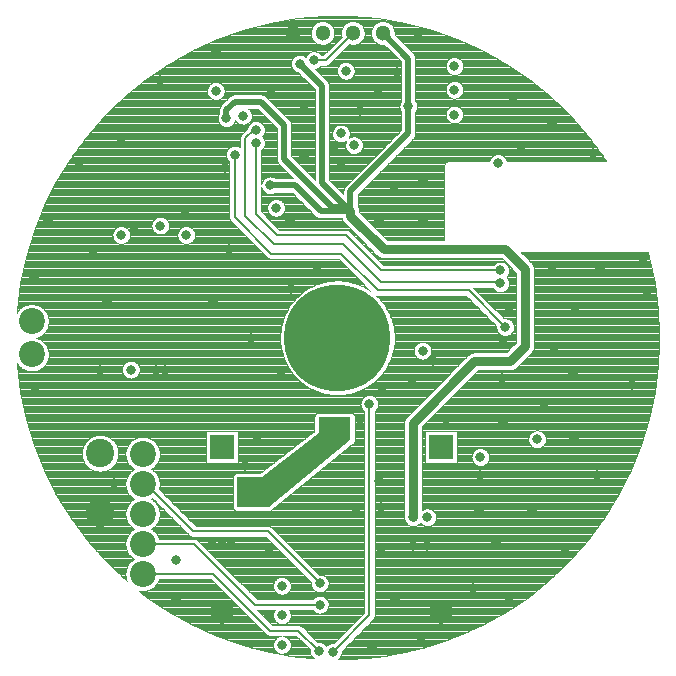
<source format=gbr>
G04 DipTrace 3.3.1.1*
G04 Inner1.gbr*
%MOMM*%
G04 #@! TF.FileFunction,Copper,L2,Inr*
G04 #@! TF.Part,Single*
G04 #@! TA.AperFunction,Conductor*
%ADD13C,0.2*%
%ADD17C,0.5*%
G04 #@! TA.AperFunction,ViaPad*
%ADD19C,0.8*%
G04 #@! TA.AperFunction,CopperBalancing*
%ADD21C,0.1*%
G04 #@! TA.AperFunction,ComponentPad*
%ADD37C,2.0*%
%ADD38R,2.0X2.0*%
%ADD50C,2.2*%
%ADD51C,2.4*%
G04 #@! TA.AperFunction,ViaPad*
%ADD54C,9.0*%
%ADD56C,1.3*%
%FSLAX35Y35*%
G04*
G71*
G90*
G75*
G01*
G04 Inner1*
%LPD*%
X2960000Y2440000D2*
D13*
X3292000D1*
X3720000Y2868000D1*
Y3030000D1*
X3860000Y4820000D2*
D19*
Y4780000D1*
X4140000Y4500000D1*
X5170000D1*
X5340000Y4330000D1*
Y3680000D1*
X5210000Y3550000D1*
X4910000D1*
X4390000Y3030000D1*
Y2230000D1*
X3860000Y4820000D2*
D17*
Y4990000D1*
X4350000Y5480000D1*
Y5710000D1*
X3860000Y4820000D2*
X3610000D1*
X3390000Y5040000D1*
X3180000D1*
X3860000Y4820000D2*
X3620000Y5060000D1*
Y5880000D1*
X3430000Y6070000D1*
X2810000Y5610000D2*
Y5680000D1*
X2880000Y5750000D1*
X3100000D1*
X3300000Y5550000D1*
Y5260000D1*
X3700000Y4860000D1*
X3820000D1*
X3860000Y4820000D1*
X4350000Y5710000D2*
Y6114000D1*
X4134000Y6330000D1*
X2100000Y2512000D2*
D13*
X2128000D1*
X2530000Y2110000D1*
X3160000D1*
X3600000Y1670000D1*
X2100000Y2004000D2*
X2536000D1*
X3050000Y1490000D1*
X3600000D1*
X2100000Y1750000D2*
X2700000D1*
X3180000Y1270000D1*
X3420000D1*
X3590000Y1100000D1*
X4020000Y3190000D2*
Y1400000D1*
X3710000Y1090000D1*
X3550000Y6100000D2*
X3650000D1*
X3880000Y6330000D1*
X5130000Y4210000D2*
Y4220000D1*
X4120000D1*
X3800000Y4540000D1*
X3210000D1*
X2970000Y4780000D1*
Y5440000D1*
X3040000Y5510000D1*
X3060000D1*
X5130000Y4320000D2*
X4120000D1*
X3820000Y4620000D1*
X3240000D1*
X3060000Y4800000D1*
Y5400000D1*
X2880000Y5300000D2*
Y4770000D1*
X3190000Y4460000D1*
X3780000D1*
X4090000Y4150000D1*
X4860000D1*
X5170000Y3840000D1*
D54*
X3750000Y3750000D3*
D19*
X3430000Y6070000D3*
X4350000Y5710000D3*
X3860000Y4820000D3*
X3180000Y5040000D3*
X3350000Y4740000D3*
X3780000Y5200000D3*
X3580000Y4320000D3*
X4100000Y4740000D3*
X4960000Y2740000D3*
Y2590000D3*
X5440000Y2890000D3*
X6370000Y4140000D3*
X2960000Y2520000D3*
Y2440000D3*
Y2360000D3*
X2770000Y2000000D3*
X2850000D3*
X2690000D3*
X2290000Y3480000D3*
X2210000D3*
X3640000Y3030000D3*
X3720000D3*
X3800000D3*
X3600000Y1670000D3*
Y1490000D3*
X3590000Y1100000D3*
X3280000Y1650000D3*
Y1400000D3*
Y1150000D3*
X3710000Y1090000D3*
X3270000Y3460000D3*
X2000000Y3480000D3*
X1740000D3*
X4390000Y2230000D3*
X4510000D3*
X4740000Y6050000D3*
Y5850000D3*
Y5640000D3*
X3820000Y6010000D3*
X4470000Y3640000D3*
X3060000Y5400000D3*
Y5510000D3*
X3780000Y5480000D3*
X2950000Y5630000D3*
X3890000Y5380000D3*
X3470000Y5680000D3*
Y5280000D3*
X3940000Y5670000D3*
X1920000Y4620000D3*
X2250000Y4700000D3*
X2470000Y4620000D3*
X2030000Y4700000D3*
X1920000Y5410000D3*
X3190000Y5850000D3*
X2720000Y5840000D3*
Y6180000D3*
X5130000Y4320000D3*
Y4210000D3*
X2880000Y5300000D3*
X5170000Y3840000D3*
X4390000Y1990000D3*
X4510000D3*
X5240000Y5750000D3*
X2810000Y5610000D3*
X5110000Y5230000D3*
X4020000Y3190000D3*
X5950000Y2590000D3*
X3230000Y4850000D3*
D56*
X3372000Y6330000D3*
X3624000D3*
X3880000D3*
X4134000D3*
D19*
X3550000Y6100000D3*
X1860000Y2520000D3*
X5200000Y1550000D3*
X1300000Y4750000D3*
X5500000Y3200000D3*
X4670000Y3060000D3*
X3170000Y1940000D3*
X2970000Y2660000D3*
X5400000Y2290000D3*
X3910000Y2270000D3*
X5150000Y3700000D3*
X4900000Y1630000D3*
X3720000Y5370000D3*
X5140000Y3410000D3*
X5570000Y4360000D3*
X5200000Y3980000D3*
X2700000Y4050000D3*
X4090000Y5850000D3*
X5680000Y1970000D3*
X1800000Y4050000D3*
X3360000Y4160000D3*
X5970000Y4330000D3*
X4120000Y2320000D3*
X4040000Y1120000D3*
X1680000Y4460000D3*
X2830000Y4500000D3*
X3940000Y3060000D3*
X5570000Y5560000D3*
X5750000Y2890000D3*
X5740000Y3440000D3*
X4470000Y5080000D3*
X5150000Y3030000D3*
X5760000Y3980000D3*
X4950000Y2290000D3*
X4250000Y6000000D3*
X4240000Y1540000D3*
X2380000D3*
X1560000Y5230000D3*
X5090000Y2010000D3*
X2460000Y4830000D3*
X3170000Y1400000D3*
X4460000Y1180000D3*
X4120000Y1970000D3*
X3070000Y2880000D3*
X2380000Y1870000D3*
X6240000Y3350000D3*
X5580000Y3670000D3*
X5300000Y5330000D3*
X4230000Y5000000D3*
X4470000Y4740000D3*
X4430000Y6290000D3*
X3020000Y3750000D3*
X4130000Y3300000D3*
X5910000Y5310000D3*
X6340000Y4420000D3*
X1180000Y4260000D3*
X2250000Y5930000D3*
X2800000Y5190000D3*
X1190000Y3290000D3*
X4380000Y3400000D3*
X4560000Y3550000D3*
X4100000Y2540000D3*
X3521788Y6462857D2*
D21*
X3978226D1*
X3408214Y6453190D2*
X4091780D1*
X3350167Y6443523D2*
X4149847D1*
X3293780Y6433857D2*
X4206214D1*
X3237394Y6424190D2*
X3588245D1*
X3659757D2*
X3844241D1*
X3915753D2*
X4098245D1*
X4169757D2*
X4262581D1*
X3181026Y6414523D2*
X3568812D1*
X3679190D2*
X3824808D1*
X3935187D2*
X4078812D1*
X4189190D2*
X4318968D1*
X3142491Y6404857D2*
X3556097D1*
X3691905D2*
X3812093D1*
X3947901D2*
X4066097D1*
X4201905D2*
X4357503D1*
X3105362Y6395190D2*
X3546644D1*
X3701358D2*
X3802640D1*
X3957355D2*
X4056644D1*
X4211358D2*
X4394632D1*
X3068233Y6385523D2*
X3539358D1*
X3708644D2*
X3795355D1*
X3964659D2*
X4049358D1*
X4218644D2*
X4431761D1*
X3031124Y6375857D2*
X3533675D1*
X3714308D2*
X3789690D1*
X3970323D2*
X4043675D1*
X4224308D2*
X4468870D1*
X2993995Y6366190D2*
X3529358D1*
X3718644D2*
X3785355D1*
X3974659D2*
X4039358D1*
X4228644D2*
X4505999D1*
X2956866Y6356523D2*
X3526175D1*
X3721827D2*
X3782171D1*
X3977843D2*
X4036175D1*
X4231827D2*
X4543128D1*
X2928507Y6346857D2*
X3524026D1*
X3723976D2*
X3780023D1*
X3979972D2*
X4034026D1*
X4233976D2*
X4571487D1*
X2901144Y6337190D2*
X3522855D1*
X3725148D2*
X3778851D1*
X3981144D2*
X4032855D1*
X4235148D2*
X4598851D1*
X2873780Y6327523D2*
X3522640D1*
X3725362D2*
X3778636D1*
X3981378D2*
X4032640D1*
X4235362D2*
X4626214D1*
X2846437Y6317857D2*
X3523343D1*
X3724659D2*
X3779339D1*
X3980655D2*
X4033343D1*
X4234659D2*
X4653577D1*
X2819073Y6308190D2*
X3525003D1*
X3722999D2*
X3780999D1*
X3978995D2*
X4035003D1*
X4242237D2*
X4680921D1*
X2791710Y6298523D2*
X3527659D1*
X3720343D2*
X3783323D1*
X3976339D2*
X4037659D1*
X4251886D2*
X4708284D1*
X2764347Y6288857D2*
X3531409D1*
X3716573D2*
X3773655D1*
X3972589D2*
X4041409D1*
X4261554D2*
X4735648D1*
X2737003Y6279190D2*
X3536409D1*
X3711593D2*
X3763987D1*
X3967589D2*
X4046409D1*
X4271222D2*
X4763011D1*
X2715167Y6269523D2*
X3542855D1*
X3705148D2*
X3754319D1*
X3961144D2*
X4052855D1*
X4280890D2*
X4784827D1*
X2693780Y6259857D2*
X3551175D1*
X3696827D2*
X3744651D1*
X3952843D2*
X4061175D1*
X4290558D2*
X4806214D1*
X2672394Y6250190D2*
X3562093D1*
X3685909D2*
X3734983D1*
X3941905D2*
X4072093D1*
X4300226D2*
X4827601D1*
X2651007Y6240523D2*
X3577464D1*
X3670538D2*
X3725315D1*
X3926534D2*
X4087464D1*
X4309894D2*
X4848987D1*
X2629620Y6230857D2*
X3607171D1*
X3640831D2*
X3715648D1*
X3846065D2*
X3863167D1*
X3896827D2*
X4117171D1*
X4319562D2*
X4870374D1*
X2608233Y6221190D2*
X3705980D1*
X3836398D2*
X4156390D1*
X4329230D2*
X4891761D1*
X2586847Y6211523D2*
X3696312D1*
X3826730D2*
X4166058D1*
X4338898D2*
X4913148D1*
X2565480Y6201857D2*
X3686644D1*
X3817062D2*
X4175726D1*
X4348565D2*
X4934534D1*
X2544093Y6192190D2*
X3676976D1*
X3807394D2*
X4185394D1*
X4358233D2*
X4955921D1*
X2522980Y6182523D2*
X3667327D1*
X3797726D2*
X4195062D1*
X4367901D2*
X4977015D1*
X2505675Y6172857D2*
X3529573D1*
X3570421D2*
X3657659D1*
X3788058D2*
X4204730D1*
X4377569D2*
X4994319D1*
X2488370Y6163190D2*
X3507855D1*
X3592140D2*
X3647991D1*
X3778390D2*
X4214398D1*
X4387237D2*
X5011624D1*
X2471085Y6153523D2*
X3495901D1*
X3604112D2*
X3638323D1*
X3768722D2*
X4224065D1*
X4396671D2*
X5028929D1*
X2453780Y6143857D2*
X3413831D1*
X3446183D2*
X3487659D1*
X3759054D2*
X4233733D1*
X4403507D2*
X5046233D1*
X2436476Y6134190D2*
X3389437D1*
X3470558D2*
X3481800D1*
X3749386D2*
X4243382D1*
X4407921D2*
X5063538D1*
X2419171Y6124523D2*
X3376917D1*
X3739737D2*
X4253050D1*
X4410480D2*
X4727542D1*
X4752472D2*
X5080843D1*
X2401866Y6114857D2*
X3368401D1*
X3730069D2*
X4262718D1*
X4411398D2*
X4700550D1*
X4779464D2*
X5098148D1*
X2384562Y6105190D2*
X3362308D1*
X3720401D2*
X4272386D1*
X4411398D2*
X4687620D1*
X4792374D2*
X5115452D1*
X2367257Y6095523D2*
X3358050D1*
X3710733D2*
X4282054D1*
X4411398D2*
X4678890D1*
X4801105D2*
X5132757D1*
X2349952Y6085857D2*
X3355276D1*
X3701065D2*
X4288597D1*
X4411398D2*
X4672679D1*
X4807335D2*
X5150062D1*
X2332648Y6076190D2*
X3353851D1*
X3691398D2*
X3782894D1*
X3857120D2*
X4288597D1*
X4411398D2*
X4668304D1*
X4811710D2*
X5167347D1*
X2316534Y6066523D2*
X3353675D1*
X3681671D2*
X3769105D1*
X3870909D2*
X4288597D1*
X4411398D2*
X4665433D1*
X4814562D2*
X5183460D1*
X2302237Y6056857D2*
X3354749D1*
X3665128D2*
X3759925D1*
X3880069D2*
X4288597D1*
X4411398D2*
X4663909D1*
X4816085D2*
X5197757D1*
X2287940Y6047190D2*
X3357132D1*
X3604815D2*
X3753401D1*
X3886593D2*
X4288597D1*
X4411398D2*
X4663655D1*
X4816339D2*
X5212054D1*
X2273644Y6037523D2*
X3360960D1*
X3593214D2*
X3748812D1*
X3891202D2*
X4288597D1*
X4411398D2*
X4664632D1*
X4815362D2*
X5226370D1*
X2259327Y6027857D2*
X3366468D1*
X3572921D2*
X3745745D1*
X3894249D2*
X4288597D1*
X4411398D2*
X4666917D1*
X4813077D2*
X5240667D1*
X2245030Y6018190D2*
X3374222D1*
X3568233D2*
X3744046D1*
X3895948D2*
X4288597D1*
X4411398D2*
X4670648D1*
X4809366D2*
X5254964D1*
X2230733Y6008523D2*
X3385335D1*
X3577901D2*
X3743616D1*
X3896378D2*
X4288597D1*
X4411398D2*
X4676038D1*
X4803976D2*
X5269280D1*
X2216417Y5998857D2*
X3404026D1*
X3587569D2*
X3744437D1*
X3895577D2*
X4288597D1*
X4411398D2*
X4683597D1*
X4796398D2*
X5283577D1*
X2202120Y5989190D2*
X3424398D1*
X3597237D2*
X3746526D1*
X3893468D2*
X4288597D1*
X4411398D2*
X4694417D1*
X4785577D2*
X5297874D1*
X2187823Y5979523D2*
X3434065D1*
X3606886D2*
X3750042D1*
X3889972D2*
X4288597D1*
X4411398D2*
X4712210D1*
X4767804D2*
X5312171D1*
X2173526Y5969857D2*
X3443733D1*
X3616554D2*
X3755179D1*
X3884835D2*
X4288597D1*
X4411398D2*
X5326487D1*
X2159210Y5960190D2*
X3453382D1*
X3626222D2*
X3762386D1*
X3877608D2*
X4288597D1*
X4411398D2*
X5340784D1*
X2144913Y5950523D2*
X3463050D1*
X3635890D2*
X3772659D1*
X3867335D2*
X4288597D1*
X4411398D2*
X5355081D1*
X2130616Y5940857D2*
X3472718D1*
X3645558D2*
X3788929D1*
X3851065D2*
X4288597D1*
X4411398D2*
X5369378D1*
X2118644Y5931190D2*
X3482386D1*
X3655226D2*
X4288597D1*
X4411398D2*
X5381351D1*
X2106671Y5921523D2*
X3492054D1*
X3664855D2*
X4288597D1*
X4411398D2*
X4715140D1*
X4764874D2*
X5393323D1*
X2094698Y5911857D2*
X2696155D1*
X2743839D2*
X3501722D1*
X3672315D2*
X4288597D1*
X4411398D2*
X4695882D1*
X4784112D2*
X5405296D1*
X2082726Y5902190D2*
X2676370D1*
X2763624D2*
X3511390D1*
X3677179D2*
X4288597D1*
X4411398D2*
X4684573D1*
X4795421D2*
X5417269D1*
X2070753Y5892523D2*
X2664905D1*
X2775089D2*
X3521058D1*
X3680089D2*
X4288597D1*
X4411398D2*
X4676741D1*
X4803273D2*
X5429241D1*
X2058780Y5882857D2*
X2656956D1*
X2783038D2*
X3530726D1*
X3681339D2*
X4288597D1*
X4411398D2*
X4671136D1*
X4808858D2*
X5441214D1*
X2046808Y5873190D2*
X2651292D1*
X2788702D2*
X3540394D1*
X3681398D2*
X4288597D1*
X4411398D2*
X4667249D1*
X4812745D2*
X5453187D1*
X2034835Y5863523D2*
X2647366D1*
X2792628D2*
X3550062D1*
X3681398D2*
X4288597D1*
X4411398D2*
X4664827D1*
X4815187D2*
X5465159D1*
X2022862Y5853857D2*
X2644886D1*
X2795108D2*
X3558597D1*
X3681398D2*
X4288597D1*
X4411398D2*
X4663694D1*
X4816300D2*
X5477132D1*
X2010890Y5844190D2*
X2643714D1*
X2796280D2*
X3558597D1*
X3681398D2*
X4288597D1*
X4411398D2*
X4663831D1*
X4816183D2*
X5489105D1*
X1998917Y5834523D2*
X2643792D1*
X2796202D2*
X3558597D1*
X3681398D2*
X4288597D1*
X4411398D2*
X4665198D1*
X4814796D2*
X5501077D1*
X1986944Y5824857D2*
X2645140D1*
X2794855D2*
X3558597D1*
X3681398D2*
X4288597D1*
X4411398D2*
X4667913D1*
X4812081D2*
X5513050D1*
X1974972Y5815190D2*
X2647796D1*
X2792198D2*
X3558597D1*
X3681398D2*
X4288597D1*
X4411398D2*
X4672112D1*
X4807882D2*
X5525023D1*
X1962999Y5805523D2*
X2651937D1*
X2788058D2*
X2855218D1*
X3124776D2*
X3558597D1*
X3681398D2*
X4288597D1*
X4411398D2*
X4678108D1*
X4801886D2*
X5536995D1*
X1951026Y5795857D2*
X2657874D1*
X2782120D2*
X2839690D1*
X3140304D2*
X3558597D1*
X3681398D2*
X4288597D1*
X4411398D2*
X4686526D1*
X4793468D2*
X5548968D1*
X1940890Y5786190D2*
X2666175D1*
X2773819D2*
X2829769D1*
X3150226D2*
X3558597D1*
X3681398D2*
X4288597D1*
X4411398D2*
X4698831D1*
X4781163D2*
X5559105D1*
X1930812Y5776523D2*
X2678304D1*
X2761690D2*
X2820101D1*
X3159894D2*
X3558597D1*
X3681398D2*
X4288597D1*
X4411398D2*
X4722073D1*
X4757921D2*
X5569202D1*
X1920714Y5766857D2*
X2700687D1*
X2739308D2*
X2810433D1*
X3169562D2*
X3558597D1*
X3681398D2*
X4288597D1*
X4411398D2*
X5579280D1*
X1910636Y5757190D2*
X2800765D1*
X3179230D2*
X3558597D1*
X3681398D2*
X4288597D1*
X4411398D2*
X5589358D1*
X1900558Y5747523D2*
X2791097D1*
X3188898D2*
X3558597D1*
X3681398D2*
X4283597D1*
X4416398D2*
X5599456D1*
X1890460Y5737857D2*
X2781429D1*
X3198565D2*
X3558597D1*
X3681398D2*
X4278929D1*
X4421065D2*
X5609534D1*
X1880382Y5728190D2*
X2771780D1*
X3208233D2*
X3558597D1*
X3681398D2*
X4275823D1*
X4424171D2*
X5619632D1*
X1870284Y5718523D2*
X2762483D1*
X3217901D2*
X3558597D1*
X3681398D2*
X4274085D1*
X4425909D2*
X5629710D1*
X1860206Y5708857D2*
X2755940D1*
X3227569D2*
X3558597D1*
X3681398D2*
X4273616D1*
X4426398D2*
X4708284D1*
X4771730D2*
X5639788D1*
X1850128Y5699190D2*
X2751722D1*
X3237237D2*
X3558597D1*
X3681398D2*
X4274378D1*
X4425616D2*
X4692288D1*
X4787706D2*
X5649886D1*
X1840030Y5689523D2*
X2749358D1*
X2997276D2*
X3074065D1*
X3246886D2*
X3558597D1*
X3681398D2*
X4276429D1*
X4423565D2*
X4682151D1*
X4797862D2*
X5659964D1*
X1829952Y5679857D2*
X2748597D1*
X3007569D2*
X3083733D1*
X3256554D2*
X3558597D1*
X3681398D2*
X4279886D1*
X4420108D2*
X4675003D1*
X4805011D2*
X5670062D1*
X1819855Y5670190D2*
X2748597D1*
X3014796D2*
X3093382D1*
X3266222D2*
X3558597D1*
X3681398D2*
X4284964D1*
X4415030D2*
X4669905D1*
X4810089D2*
X5680140D1*
X1809776Y5660523D2*
X2748597D1*
X3019952D2*
X3103050D1*
X3275890D2*
X3558597D1*
X3681398D2*
X4288597D1*
X4411398D2*
X4666448D1*
X4813546D2*
X5690218D1*
X1799679Y5650857D2*
X2745628D1*
X3023448D2*
X3112718D1*
X3285558D2*
X3558597D1*
X3681398D2*
X4288597D1*
X4411398D2*
X4664378D1*
X4815616D2*
X5700315D1*
X1789601Y5641190D2*
X2740355D1*
X3025558D2*
X3122386D1*
X3295226D2*
X3558597D1*
X3681398D2*
X4288597D1*
X4411398D2*
X4663616D1*
X4816398D2*
X5710394D1*
X1780167Y5631523D2*
X2736741D1*
X3026378D2*
X3132054D1*
X3304894D2*
X3558597D1*
X3681398D2*
X4288597D1*
X4411398D2*
X4664085D1*
X4815929D2*
X5719827D1*
X1771651Y5621857D2*
X2734534D1*
X3025968D2*
X3141722D1*
X3314562D2*
X3558597D1*
X3681398D2*
X4288597D1*
X4411398D2*
X4665823D1*
X4814190D2*
X5728343D1*
X1763155Y5612190D2*
X2733636D1*
X3024269D2*
X3151390D1*
X3324230D2*
X3558597D1*
X3681398D2*
X4288597D1*
X4411398D2*
X4668909D1*
X4811085D2*
X5736839D1*
X1754640Y5602523D2*
X2733968D1*
X3021222D2*
X3161058D1*
X3333898D2*
X3558597D1*
X3681398D2*
X4288597D1*
X4411398D2*
X4673577D1*
X4806417D2*
X5745355D1*
X1746144Y5592857D2*
X2735569D1*
X3016612D2*
X3170726D1*
X3343565D2*
X3558597D1*
X3681398D2*
X4288597D1*
X4411398D2*
X4680159D1*
X4799835D2*
X5753870D1*
X1737628Y5583190D2*
X2738519D1*
X2881476D2*
X2889886D1*
X3010108D2*
X3040882D1*
X3079112D2*
X3180394D1*
X3351456D2*
X3558597D1*
X3681398D2*
X4288597D1*
X4411398D2*
X4689417D1*
X4790577D2*
X5762366D1*
X1729132Y5573523D2*
X2743011D1*
X2876983D2*
X2899046D1*
X3000948D2*
X3018382D1*
X3101612D2*
X3190062D1*
X3356632D2*
X3558597D1*
X3681398D2*
X4288597D1*
X4411398D2*
X4703421D1*
X4776573D2*
X5770882D1*
X1720616Y5563857D2*
X2749358D1*
X2870636D2*
X2912796D1*
X2987198D2*
X3006233D1*
X3113761D2*
X3199730D1*
X3359796D2*
X3558597D1*
X3681398D2*
X4288597D1*
X4411398D2*
X5779378D1*
X1712101Y5554190D2*
X2758304D1*
X2861690D2*
X2997913D1*
X3122101D2*
X3209398D1*
X3361261D2*
X3558597D1*
X3681398D2*
X3765550D1*
X3794444D2*
X4288597D1*
X4411398D2*
X5787894D1*
X1703605Y5544523D2*
X2771605D1*
X2848390D2*
X2991976D1*
X3128038D2*
X3219065D1*
X3361398D2*
X3558597D1*
X3681398D2*
X3739983D1*
X3820011D2*
X4288597D1*
X4411398D2*
X5796409D1*
X1695089Y5534857D2*
X2802776D1*
X2817218D2*
X2987815D1*
X3132179D2*
X3228733D1*
X3361398D2*
X3558597D1*
X3681398D2*
X3727269D1*
X3832726D2*
X4288597D1*
X4411398D2*
X5804905D1*
X1686593Y5525190D2*
X2985140D1*
X3134855D2*
X3238382D1*
X3361398D2*
X3558597D1*
X3681398D2*
X3718636D1*
X3841358D2*
X4288597D1*
X4411398D2*
X5813421D1*
X1678077Y5515523D2*
X2980315D1*
X3136202D2*
X3238597D1*
X3361398D2*
X3558597D1*
X3681398D2*
X3712483D1*
X3847511D2*
X4288597D1*
X4411398D2*
X5821917D1*
X1669562Y5505857D2*
X2970648D1*
X3136280D2*
X3238597D1*
X3361398D2*
X3558597D1*
X3681398D2*
X3708167D1*
X3851827D2*
X4288597D1*
X4411398D2*
X5830433D1*
X1661065Y5496190D2*
X2960980D1*
X3135128D2*
X3238597D1*
X3361398D2*
X3558597D1*
X3681398D2*
X3705355D1*
X3854640D2*
X4279769D1*
X4411398D2*
X5838948D1*
X1652550Y5486523D2*
X2951312D1*
X3132648D2*
X3238597D1*
X3361398D2*
X3558597D1*
X3681398D2*
X3703890D1*
X3856124D2*
X4270101D1*
X4411398D2*
X5847444D1*
X1644054Y5476857D2*
X2941644D1*
X3128722D2*
X3238597D1*
X3361398D2*
X3558597D1*
X3681398D2*
X3703675D1*
X3856339D2*
X4260433D1*
X4411319D2*
X5855960D1*
X1635538Y5467190D2*
X2932640D1*
X3123077D2*
X3238597D1*
X3361398D2*
X3558597D1*
X3681398D2*
X3704690D1*
X3855304D2*
X4250765D1*
X4410030D2*
X5864456D1*
X1627648Y5457523D2*
X2927112D1*
X3115148D2*
X3238597D1*
X3361398D2*
X3558597D1*
X3681398D2*
X3707034D1*
X3852980D2*
X4241097D1*
X4407062D2*
X5872366D1*
X1620499Y5447857D2*
X2924280D1*
X3119269D2*
X3238597D1*
X3361398D2*
X3558597D1*
X3681398D2*
X3710804D1*
X3849210D2*
X3856136D1*
X3923878D2*
X4231429D1*
X4402140D2*
X5879515D1*
X1613351Y5438190D2*
X2923597D1*
X3126007D2*
X3238597D1*
X3361398D2*
X3558597D1*
X3681398D2*
X3716253D1*
X3938956D2*
X4221780D1*
X4394581D2*
X5886663D1*
X1606202Y5428523D2*
X2923597D1*
X3130792D2*
X3238597D1*
X3361398D2*
X3558597D1*
X3681398D2*
X3723909D1*
X3948702D2*
X4212112D1*
X4384933D2*
X5893812D1*
X1599054Y5418857D2*
X2923597D1*
X3133995D2*
X3238597D1*
X3361398D2*
X3558597D1*
X3681398D2*
X3734886D1*
X3955616D2*
X4202444D1*
X4375284D2*
X5900960D1*
X1591905Y5409190D2*
X2923597D1*
X3135831D2*
X3238597D1*
X3361398D2*
X3558597D1*
X3681398D2*
X3753089D1*
X3806905D2*
X3819476D1*
X3960519D2*
X4192776D1*
X4365616D2*
X5908108D1*
X1584737Y5399523D2*
X2923597D1*
X3136398D2*
X3238597D1*
X3361398D2*
X3558597D1*
X3681398D2*
X3816175D1*
X3963819D2*
X4183108D1*
X4355948D2*
X5915257D1*
X1577589Y5389857D2*
X2923597D1*
X3135714D2*
X3238597D1*
X3361398D2*
X3558597D1*
X3681398D2*
X3814241D1*
X3965753D2*
X4173440D1*
X4346280D2*
X5922405D1*
X1570440Y5380190D2*
X2923597D1*
X3133761D2*
X3238597D1*
X3361398D2*
X3558597D1*
X3681398D2*
X3813597D1*
X3966398D2*
X4163773D1*
X4336612D2*
X5929554D1*
X1563292Y5370523D2*
X2852327D1*
X2907667D2*
X2923597D1*
X3130401D2*
X3238597D1*
X3361398D2*
X3558597D1*
X3681398D2*
X3814202D1*
X3965812D2*
X4154105D1*
X4326944D2*
X5936702D1*
X1556144Y5360857D2*
X2834476D1*
X3125440D2*
X3238597D1*
X3361398D2*
X3558597D1*
X3681398D2*
X3816077D1*
X3963937D2*
X4144437D1*
X4317276D2*
X5943851D1*
X1548995Y5351190D2*
X2823636D1*
X3118468D2*
X3238597D1*
X3361398D2*
X3558597D1*
X3681398D2*
X3819319D1*
X3960675D2*
X4134769D1*
X4307608D2*
X5950999D1*
X1541847Y5341523D2*
X2816058D1*
X3108605D2*
X3238597D1*
X3361398D2*
X3558597D1*
X3681398D2*
X3824163D1*
X3955851D2*
X4125101D1*
X4297940D2*
X5958148D1*
X1534698Y5331857D2*
X2810667D1*
X3106398D2*
X3238597D1*
X3361398D2*
X3558597D1*
X3681398D2*
X3830980D1*
X3949034D2*
X4115433D1*
X4288273D2*
X5965296D1*
X1527550Y5322190D2*
X2806937D1*
X3106398D2*
X3238597D1*
X3361398D2*
X3558597D1*
X3681398D2*
X3840589D1*
X3939405D2*
X4105765D1*
X4278605D2*
X5972444D1*
X1520401Y5312523D2*
X2804651D1*
X3106398D2*
X3238597D1*
X3361398D2*
X3558597D1*
X3681398D2*
X3855355D1*
X3924640D2*
X4096097D1*
X4268937D2*
X5979593D1*
X1513253Y5302857D2*
X2803655D1*
X3106398D2*
X3238597D1*
X3361398D2*
X3558597D1*
X3681398D2*
X4086429D1*
X4259269D2*
X5089573D1*
X5130421D2*
X5986741D1*
X1506105Y5293190D2*
X2803909D1*
X3106398D2*
X3238597D1*
X3361398D2*
X3558597D1*
X3681398D2*
X4076780D1*
X4249601D2*
X5067855D1*
X5152140D2*
X5993890D1*
X1498956Y5283523D2*
X2805413D1*
X3106398D2*
X3238597D1*
X3362901D2*
X3558597D1*
X3681398D2*
X4067112D1*
X4239933D2*
X5055901D1*
X5164112D2*
X6001038D1*
X1492062Y5273857D2*
X2808284D1*
X3106398D2*
X3238597D1*
X3372569D2*
X3558597D1*
X3681398D2*
X4057444D1*
X4230284D2*
X5047659D1*
X5172335D2*
X6007933D1*
X1486105Y5264190D2*
X2812640D1*
X3106398D2*
X3238597D1*
X3382237D2*
X3558597D1*
X3681398D2*
X4047776D1*
X4220616D2*
X5041800D1*
X5178194D2*
X6013890D1*
X1480148Y5254523D2*
X2818851D1*
X3106398D2*
X3238851D1*
X3391886D2*
X3558597D1*
X3681398D2*
X4038108D1*
X4210948D2*
X5037698D1*
X5182296D2*
X6019847D1*
X1474210Y5244857D2*
X2827581D1*
X3106398D2*
X3240530D1*
X3401554D2*
X3558597D1*
X3681398D2*
X4028440D1*
X4201280D2*
X4685315D1*
X1468253Y5235190D2*
X2833597D1*
X3106398D2*
X3243929D1*
X3411222D2*
X3558597D1*
X3681398D2*
X4018773D1*
X4191612D2*
X4664632D1*
X1462296Y5225523D2*
X2833597D1*
X3106398D2*
X3249398D1*
X3420890D2*
X3558597D1*
X3681398D2*
X4009105D1*
X4181944D2*
X4657581D1*
X1456339Y5215857D2*
X2833597D1*
X3106398D2*
X3257718D1*
X3430558D2*
X3558597D1*
X3681398D2*
X3999437D1*
X4172276D2*
X4654437D1*
X1450401Y5206190D2*
X2833597D1*
X3106398D2*
X3267386D1*
X3440226D2*
X3558597D1*
X3681398D2*
X3989769D1*
X4162608D2*
X4653948D1*
X1444444Y5196523D2*
X2833597D1*
X3106398D2*
X3277054D1*
X3449894D2*
X3558597D1*
X3681398D2*
X3980101D1*
X4152940D2*
X4653948D1*
X1438487Y5186857D2*
X2833597D1*
X3106398D2*
X3286722D1*
X3459562D2*
X3558597D1*
X3681398D2*
X3970433D1*
X4143273D2*
X4653948D1*
X1432530Y5177190D2*
X2833597D1*
X3106398D2*
X3296390D1*
X3469230D2*
X3558597D1*
X3681398D2*
X3960765D1*
X4133605D2*
X4653948D1*
X1426593Y5167523D2*
X2833597D1*
X3106398D2*
X3306058D1*
X3478898D2*
X3558597D1*
X3681398D2*
X3951097D1*
X4123937D2*
X4653948D1*
X1420636Y5157857D2*
X2833597D1*
X3106398D2*
X3315726D1*
X3488565D2*
X3558597D1*
X3681398D2*
X3941429D1*
X4114269D2*
X4653948D1*
X1414679Y5148190D2*
X2833597D1*
X3106398D2*
X3325394D1*
X3498233D2*
X3558597D1*
X3681398D2*
X3931780D1*
X4104601D2*
X4653948D1*
X1408722Y5138523D2*
X2833597D1*
X3106398D2*
X3335062D1*
X3507901D2*
X3558597D1*
X3681398D2*
X3922112D1*
X4094933D2*
X4653948D1*
X1402784Y5128857D2*
X2833597D1*
X3106398D2*
X3344730D1*
X3517569D2*
X3558597D1*
X3681398D2*
X3912444D1*
X4085284D2*
X4653948D1*
X1396827Y5119190D2*
X2833597D1*
X3106398D2*
X3354398D1*
X3527237D2*
X3558597D1*
X3681398D2*
X3902776D1*
X4075616D2*
X4653948D1*
X1390870Y5109523D2*
X2833597D1*
X3106398D2*
X3149808D1*
X3210187D2*
X3364065D1*
X3536886D2*
X3558597D1*
X3681398D2*
X3893108D1*
X4065948D2*
X4653948D1*
X1384913Y5099857D2*
X2833597D1*
X3106398D2*
X3133148D1*
X3546554D2*
X3558597D1*
X3681398D2*
X3883440D1*
X4056280D2*
X4653948D1*
X1378976Y5090190D2*
X2833597D1*
X3106398D2*
X3122737D1*
X3681398D2*
X3873773D1*
X4046612D2*
X4653948D1*
X1373019Y5080523D2*
X2833597D1*
X3106398D2*
X3115413D1*
X3685890D2*
X3864105D1*
X4036944D2*
X4653948D1*
X1367980Y5070857D2*
X2833597D1*
X3695558D2*
X3854437D1*
X4027276D2*
X4653948D1*
X1363097Y5061190D2*
X2833597D1*
X3705226D2*
X3844769D1*
X4017608D2*
X4653948D1*
X1358214Y5051523D2*
X2833597D1*
X3714894D2*
X3835101D1*
X4007940D2*
X4653948D1*
X1353351Y5041857D2*
X2833597D1*
X3724562D2*
X3825433D1*
X3998273D2*
X4653948D1*
X1348468Y5032190D2*
X2833597D1*
X3734230D2*
X3815784D1*
X3988605D2*
X4653948D1*
X1343605Y5022523D2*
X2833597D1*
X3743898D2*
X3808108D1*
X3978937D2*
X4653948D1*
X1338722Y5012857D2*
X2833597D1*
X3753565D2*
X3803089D1*
X3969269D2*
X4653948D1*
X1333858Y5003190D2*
X2833597D1*
X3106398D2*
X3113209D1*
X3763233D2*
X3800062D1*
X3959601D2*
X4653948D1*
X1328976Y4993523D2*
X2833597D1*
X3106398D2*
X3119632D1*
X3772901D2*
X3798694D1*
X3949933D2*
X4653948D1*
X1324112Y4983857D2*
X2833597D1*
X3106398D2*
X3128675D1*
X3782569D2*
X3798597D1*
X3940284D2*
X4653948D1*
X1319230Y4974190D2*
X2833597D1*
X3106398D2*
X3142210D1*
X3217804D2*
X3369398D1*
X3792237D2*
X3798588D1*
X3930616D2*
X4653948D1*
X1314366Y4964523D2*
X2833597D1*
X3106398D2*
X3379065D1*
X3921398D2*
X4653948D1*
X1309483Y4954857D2*
X2833597D1*
X3106398D2*
X3388733D1*
X3921398D2*
X4653948D1*
X1304620Y4945190D2*
X2833597D1*
X3106398D2*
X3398382D1*
X3921398D2*
X4653948D1*
X1299737Y4935523D2*
X2833597D1*
X3106398D2*
X3408050D1*
X3921398D2*
X4653948D1*
X1294874Y4925857D2*
X2833597D1*
X3106398D2*
X3417718D1*
X3921398D2*
X4653948D1*
X1289991Y4916190D2*
X2833597D1*
X3106398D2*
X3192894D1*
X3267120D2*
X3427386D1*
X3921398D2*
X4653948D1*
X1285108Y4906523D2*
X2833597D1*
X3106398D2*
X3179105D1*
X3280909D2*
X3437054D1*
X3921398D2*
X4653948D1*
X1280245Y4896857D2*
X2833597D1*
X3106398D2*
X3169925D1*
X3290069D2*
X3446722D1*
X3921398D2*
X4653948D1*
X1275362Y4887190D2*
X2833597D1*
X3106398D2*
X3163401D1*
X3296593D2*
X3456390D1*
X3921398D2*
X4653948D1*
X1270499Y4877523D2*
X2833597D1*
X3106398D2*
X3158812D1*
X3301202D2*
X3466058D1*
X3921398D2*
X4653948D1*
X1266085Y4867857D2*
X2833597D1*
X3106398D2*
X3155745D1*
X3304249D2*
X3475726D1*
X3921398D2*
X4653948D1*
X1262198Y4858190D2*
X2833597D1*
X3106398D2*
X3154046D1*
X3305948D2*
X3485394D1*
X3926007D2*
X4653948D1*
X1258312Y4848523D2*
X2833597D1*
X3106398D2*
X3153616D1*
X3306378D2*
X3495062D1*
X3930792D2*
X4653948D1*
X1254444Y4838857D2*
X2833597D1*
X3106398D2*
X3154437D1*
X3305577D2*
X3504730D1*
X3933995D2*
X4653948D1*
X1250558Y4829190D2*
X2833597D1*
X3106398D2*
X3156526D1*
X3303468D2*
X3514398D1*
X3935831D2*
X4653948D1*
X1246671Y4819523D2*
X2833597D1*
X3106398D2*
X3160042D1*
X3299972D2*
X3524065D1*
X3936398D2*
X4653948D1*
X1242784Y4809857D2*
X2833597D1*
X3115343D2*
X3165179D1*
X3294835D2*
X3533733D1*
X3937784D2*
X4653948D1*
X1238898Y4800190D2*
X2833597D1*
X3125011D2*
X3172386D1*
X3287608D2*
X3543382D1*
X3947433D2*
X4653948D1*
X1235011Y4790523D2*
X2833597D1*
X3134679D2*
X3182659D1*
X3277335D2*
X3553050D1*
X3957101D2*
X4653948D1*
X1231124Y4780857D2*
X2833597D1*
X3144347D2*
X3198929D1*
X3261065D2*
X3562718D1*
X3966769D2*
X4653948D1*
X1227237Y4771190D2*
X2224163D1*
X2275851D2*
X2833597D1*
X3154015D2*
X3573421D1*
X3976437D2*
X4653948D1*
X1223370Y4761523D2*
X2205413D1*
X2294581D2*
X2834398D1*
X3163683D2*
X3593870D1*
X3986105D2*
X4653948D1*
X1219483Y4751857D2*
X2194261D1*
X2305733D2*
X2837386D1*
X3173351D2*
X3789046D1*
X3995773D2*
X4653948D1*
X1215597Y4742190D2*
X2186507D1*
X2313487D2*
X2843108D1*
X3183019D2*
X3793773D1*
X4005440D2*
X4653948D1*
X1211710Y4732523D2*
X2180980D1*
X2319034D2*
X2852269D1*
X3192687D2*
X3800433D1*
X4015108D2*
X4653948D1*
X1207823Y4722857D2*
X2177151D1*
X2322843D2*
X2861937D1*
X3202355D2*
X3809515D1*
X4024776D2*
X4653948D1*
X1203937Y4713190D2*
X2174769D1*
X2325245D2*
X2871605D1*
X3212023D2*
X3819183D1*
X4034444D2*
X4653948D1*
X1200050Y4703523D2*
X2173675D1*
X2326319D2*
X2881273D1*
X3221690D2*
X3828851D1*
X4044112D2*
X4653948D1*
X1196163Y4693857D2*
X1903831D1*
X1936183D2*
X2173851D1*
X2326144D2*
X2453831D1*
X2486183D2*
X2890940D1*
X3231358D2*
X3838519D1*
X4053780D2*
X4653948D1*
X1192296Y4684190D2*
X1879437D1*
X1960558D2*
X2175276D1*
X2324718D2*
X2429437D1*
X2510558D2*
X2900608D1*
X3241007D2*
X3848187D1*
X4063448D2*
X4653948D1*
X1188409Y4674523D2*
X1866917D1*
X1973077D2*
X2178030D1*
X2321964D2*
X2416917D1*
X2523077D2*
X2910276D1*
X3250675D2*
X3857855D1*
X4073116D2*
X4653948D1*
X1184523Y4664857D2*
X1858401D1*
X1981612D2*
X2182288D1*
X2317706D2*
X2408401D1*
X2531612D2*
X2919944D1*
X3827999D2*
X3867503D1*
X4082784D2*
X4653948D1*
X1180890Y4655190D2*
X1852308D1*
X1987687D2*
X2188362D1*
X2311632D2*
X2402308D1*
X2537687D2*
X2929612D1*
X3849679D2*
X3877171D1*
X4092433D2*
X4653948D1*
X1177921Y4645523D2*
X1848050D1*
X1991944D2*
X2196878D1*
X2303136D2*
X2398050D1*
X2541944D2*
X2939280D1*
X3859679D2*
X3886839D1*
X4102101D2*
X4653948D1*
X1174952Y4635857D2*
X1845276D1*
X1994718D2*
X2209358D1*
X2290636D2*
X2395276D1*
X2544718D2*
X2948929D1*
X3869347D2*
X3896507D1*
X4111769D2*
X4653948D1*
X1172003Y4626190D2*
X1843851D1*
X1996144D2*
X2233597D1*
X2266398D2*
X2393851D1*
X2546144D2*
X2958597D1*
X3879015D2*
X3906175D1*
X4121437D2*
X4653948D1*
X1169034Y4616523D2*
X1843675D1*
X1996319D2*
X2393675D1*
X2546319D2*
X2968265D1*
X3888683D2*
X3915843D1*
X4131105D2*
X4653948D1*
X1166085Y4606857D2*
X1844749D1*
X1995245D2*
X2394749D1*
X2545245D2*
X2977933D1*
X3898351D2*
X3925511D1*
X4140773D2*
X4653948D1*
X1163116Y4597190D2*
X1847132D1*
X1992862D2*
X2397132D1*
X2542862D2*
X2987601D1*
X3908019D2*
X3935179D1*
X4150440D2*
X4653948D1*
X1160167Y4587523D2*
X1850960D1*
X1989054D2*
X2400960D1*
X2539054D2*
X2997269D1*
X3917687D2*
X3944847D1*
X4160108D2*
X4653948D1*
X1157198Y4577857D2*
X1856468D1*
X1983526D2*
X2406468D1*
X2533526D2*
X3006937D1*
X3927355D2*
X3954515D1*
X4169776D2*
X4653948D1*
X1154230Y4568190D2*
X1864222D1*
X1975773D2*
X2414222D1*
X2525773D2*
X3016605D1*
X3937023D2*
X3964183D1*
X1151280Y4558523D2*
X1875335D1*
X1964659D2*
X2425335D1*
X2514659D2*
X3026273D1*
X3946690D2*
X3973851D1*
X1148312Y4548857D2*
X1894026D1*
X1945968D2*
X2444026D1*
X2495968D2*
X3035940D1*
X3956358D2*
X3983519D1*
X1145362Y4539190D2*
X3045608D1*
X3966007D2*
X3993187D1*
X1142394Y4529523D2*
X3055276D1*
X3975675D2*
X4002855D1*
X1139444Y4519857D2*
X3064944D1*
X3985343D2*
X4012503D1*
X1136476Y4510190D2*
X3074612D1*
X3995011D2*
X4022171D1*
X1133507Y4500523D2*
X3084280D1*
X4004679D2*
X4031839D1*
X1130558Y4490857D2*
X3093929D1*
X4014347D2*
X4041507D1*
X1127589Y4481190D2*
X3103597D1*
X4024015D2*
X4051175D1*
X1124640Y4471523D2*
X3113265D1*
X4033683D2*
X4060843D1*
X5306105D2*
X6375374D1*
X1121671Y4461857D2*
X3122933D1*
X4043351D2*
X4070511D1*
X5315773D2*
X6378323D1*
X1118722Y4452190D2*
X3132601D1*
X4053019D2*
X4080179D1*
X5325440D2*
X6381292D1*
X1115753Y4442523D2*
X3142269D1*
X4062687D2*
X4090198D1*
X5335108D2*
X6384241D1*
X1113136Y4432857D2*
X3151937D1*
X4072355D2*
X4104690D1*
X5344776D2*
X6386858D1*
X1111046Y4423190D2*
X3162425D1*
X4082023D2*
X5139183D1*
X5354444D2*
X6388948D1*
X1108976Y4413523D2*
X3761273D1*
X4091690D2*
X5148851D1*
X5364112D2*
X6391038D1*
X1106886Y4403857D2*
X3770940D1*
X4101358D2*
X5158519D1*
X5373780D2*
X6393108D1*
X1104796Y4394190D2*
X3780608D1*
X4111007D2*
X5115550D1*
X5144444D2*
X5168187D1*
X5383448D2*
X6395198D1*
X1102726Y4384523D2*
X3790276D1*
X4120675D2*
X5089983D1*
X5170011D2*
X5177835D1*
X5393116D2*
X6397288D1*
X1100636Y4374857D2*
X3799944D1*
X4130343D2*
X5077269D1*
X5401612D2*
X6399358D1*
X1098546Y4365190D2*
X3809612D1*
X5191358D2*
X5197187D1*
X5407687D2*
X6401448D1*
X1096476Y4355523D2*
X3819280D1*
X5197511D2*
X5206839D1*
X5411944D2*
X6403538D1*
X1094386Y4345857D2*
X3828929D1*
X5201827D2*
X5216507D1*
X5414718D2*
X6405608D1*
X1092296Y4336190D2*
X3838597D1*
X5204640D2*
X5226175D1*
X5416144D2*
X6407698D1*
X1090226Y4326523D2*
X3848265D1*
X5206124D2*
X5235843D1*
X5416398D2*
X6409788D1*
X1088136Y4316857D2*
X3857933D1*
X5206339D2*
X5245511D1*
X5416398D2*
X6411858D1*
X1086046Y4307190D2*
X3867601D1*
X5205304D2*
X5255179D1*
X5416398D2*
X6413948D1*
X1083976Y4297523D2*
X3877269D1*
X5202980D2*
X5263597D1*
X5416398D2*
X6416038D1*
X1081886Y4287857D2*
X3886937D1*
X5199210D2*
X5263597D1*
X5416398D2*
X6418108D1*
X1079796Y4278190D2*
X3896605D1*
X5193741D2*
X5263597D1*
X5416398D2*
X6420198D1*
X1077726Y4268523D2*
X3906273D1*
X5186085D2*
X5263597D1*
X5416398D2*
X6422288D1*
X1075636Y4258857D2*
X3915940D1*
X5188429D2*
X5263597D1*
X5416398D2*
X6424358D1*
X1073546Y4249190D2*
X3925608D1*
X5195421D2*
X5263597D1*
X5416398D2*
X6426448D1*
X1071476Y4239523D2*
X3935276D1*
X5200382D2*
X5263597D1*
X5416398D2*
X6428538D1*
X1069386Y4229857D2*
X3675843D1*
X3824151D2*
X3944944D1*
X5203741D2*
X5263597D1*
X5416398D2*
X6430608D1*
X1067296Y4220190D2*
X3628440D1*
X3871554D2*
X3954612D1*
X5205714D2*
X5263597D1*
X5416398D2*
X6432698D1*
X1065226Y4210523D2*
X3595608D1*
X3904405D2*
X3964280D1*
X5206398D2*
X5263597D1*
X5416398D2*
X6434788D1*
X1063976Y4200857D2*
X3569163D1*
X3930831D2*
X3973929D1*
X5205851D2*
X5263597D1*
X5416398D2*
X6436019D1*
X1062745Y4191190D2*
X3546605D1*
X3953390D2*
X3983597D1*
X5204015D2*
X5263597D1*
X5416398D2*
X6437249D1*
X1061515Y4181523D2*
X3526741D1*
X3973273D2*
X3993265D1*
X5200812D2*
X5263597D1*
X5416398D2*
X6438499D1*
X1060265Y4171857D2*
X3508890D1*
X3991105D2*
X4002933D1*
X4903351D2*
X5063968D1*
X5196046D2*
X5263597D1*
X5416398D2*
X6439730D1*
X1059034Y4162190D2*
X3492659D1*
X4007335D2*
X4012609D1*
X4913019D2*
X5070687D1*
X5189308D2*
X5263597D1*
X5416398D2*
X6440960D1*
X1057784Y4152523D2*
X3477737D1*
X4922687D2*
X5080198D1*
X5179796D2*
X5263597D1*
X5416398D2*
X6442210D1*
X1056554Y4142857D2*
X3463909D1*
X4932355D2*
X5094690D1*
X5165304D2*
X5263597D1*
X5416398D2*
X6443440D1*
X1055323Y4133190D2*
X3451038D1*
X4942023D2*
X5263597D1*
X5416398D2*
X6444690D1*
X1054073Y4123523D2*
X3439007D1*
X4951690D2*
X5263597D1*
X5416398D2*
X6445921D1*
X1052843Y4113857D2*
X3427718D1*
X4961339D2*
X5263597D1*
X5416398D2*
X6447151D1*
X1051612Y4104190D2*
X3417093D1*
X4082901D2*
X4840608D1*
X4971007D2*
X5263597D1*
X5416398D2*
X6448401D1*
X1050362Y4094523D2*
X3407073D1*
X4092940D2*
X4850276D1*
X4980675D2*
X5263597D1*
X5416398D2*
X6449632D1*
X1049132Y4084857D2*
X3397601D1*
X4102394D2*
X4859944D1*
X4990343D2*
X5263597D1*
X5416398D2*
X6450882D1*
X1047882Y4075190D2*
X3388636D1*
X4111358D2*
X4869612D1*
X5000011D2*
X5263597D1*
X5416398D2*
X6452112D1*
X1046651Y4065523D2*
X3380140D1*
X4119855D2*
X4879280D1*
X5009679D2*
X5263597D1*
X5416398D2*
X6453343D1*
X1045421Y4055857D2*
X3372093D1*
X4127921D2*
X4888929D1*
X5019347D2*
X5263597D1*
X5416398D2*
X6454593D1*
X1044171Y4046190D2*
X3364437D1*
X4135558D2*
X4898597D1*
X5029015D2*
X5263597D1*
X5416398D2*
X6455823D1*
X1042940Y4036523D2*
X3357190D1*
X4142804D2*
X4908265D1*
X5038683D2*
X5263597D1*
X5416398D2*
X6457054D1*
X1041690Y4026857D2*
X1109886D1*
X1210108D2*
X3350296D1*
X4149698D2*
X4917933D1*
X5048351D2*
X5263597D1*
X5416398D2*
X6458304D1*
X1040460Y4017190D2*
X1088538D1*
X1231456D2*
X3343753D1*
X4156241D2*
X4927601D1*
X5058019D2*
X5263597D1*
X5416398D2*
X6459534D1*
X1039230Y4007523D2*
X1073382D1*
X1246612D2*
X3337542D1*
X4162452D2*
X4937269D1*
X5067687D2*
X5263597D1*
X5416398D2*
X6460784D1*
X1037980Y3997857D2*
X1061487D1*
X1258507D2*
X3331644D1*
X4168351D2*
X4946937D1*
X5077355D2*
X5263597D1*
X5416398D2*
X6462015D1*
X1036749Y3988190D2*
X1051761D1*
X1268233D2*
X3326058D1*
X4173937D2*
X4956605D1*
X5087023D2*
X5263597D1*
X5416398D2*
X6463245D1*
X1035733Y3978523D2*
X1043655D1*
X1276339D2*
X3320765D1*
X4179249D2*
X4966273D1*
X5096690D2*
X5263597D1*
X5416398D2*
X6464261D1*
X1283155Y3968857D2*
X3315745D1*
X4184269D2*
X4975940D1*
X5106339D2*
X5263597D1*
X5416398D2*
X6464671D1*
X1288878Y3959190D2*
X3310999D1*
X4189015D2*
X4985608D1*
X5116007D2*
X5263597D1*
X5416398D2*
X6465081D1*
X1293663Y3949523D2*
X3306507D1*
X4193487D2*
X4995276D1*
X5125675D2*
X5263597D1*
X5416398D2*
X6465511D1*
X1297589Y3939857D2*
X3302269D1*
X4197726D2*
X5004944D1*
X5135343D2*
X5263597D1*
X5416398D2*
X6465921D1*
X1300733Y3930190D2*
X3298284D1*
X4201710D2*
X5014612D1*
X5145011D2*
X5263597D1*
X5416398D2*
X6466331D1*
X1303155Y3920523D2*
X3294534D1*
X4205460D2*
X5024280D1*
X5154679D2*
X5263597D1*
X5416398D2*
X6466741D1*
X1304894Y3910857D2*
X3291019D1*
X4208976D2*
X5033929D1*
X5196769D2*
X5263597D1*
X5416398D2*
X6467151D1*
X1305968Y3901190D2*
X3287737D1*
X4212257D2*
X5043597D1*
X5215050D2*
X5263597D1*
X5416398D2*
X6467562D1*
X1306398Y3891523D2*
X3284690D1*
X4215304D2*
X5053265D1*
X5226046D2*
X5263597D1*
X5416398D2*
X6467972D1*
X1306163Y3881857D2*
X3281858D1*
X4218155D2*
X5062933D1*
X5233722D2*
X5263597D1*
X5416398D2*
X6468382D1*
X1305304Y3872190D2*
X3279222D1*
X4220773D2*
X5072601D1*
X5239190D2*
X5263597D1*
X5416398D2*
X6468792D1*
X1303780Y3862523D2*
X3276819D1*
X4223175D2*
X5082269D1*
X5242960D2*
X5263597D1*
X5416398D2*
X6469202D1*
X1301573Y3852857D2*
X3274632D1*
X4225382D2*
X5091937D1*
X5245304D2*
X5263597D1*
X5416398D2*
X6469612D1*
X1298663Y3843190D2*
X3272620D1*
X4227374D2*
X5093675D1*
X5246339D2*
X5263597D1*
X5416398D2*
X6470023D1*
X1294991Y3833523D2*
X3270843D1*
X4229151D2*
X5093870D1*
X5246124D2*
X5263597D1*
X5416398D2*
X6470433D1*
X1290480Y3823857D2*
X3269261D1*
X4230753D2*
X5095355D1*
X5244659D2*
X5263597D1*
X5416398D2*
X6470843D1*
X1285069Y3814190D2*
X3267855D1*
X4232140D2*
X5098148D1*
X5241847D2*
X5263597D1*
X5416398D2*
X6471253D1*
X1278624Y3804523D2*
X3266663D1*
X4233331D2*
X5102464D1*
X5237530D2*
X5263597D1*
X5416398D2*
X6471663D1*
X1270948Y3794857D2*
X3265687D1*
X4234327D2*
X5108616D1*
X5231398D2*
X5263597D1*
X5416398D2*
X6472073D1*
X1261769Y3785190D2*
X3264886D1*
X4235128D2*
X5117230D1*
X5222784D2*
X5263597D1*
X5416398D2*
X6472483D1*
X1250636Y3775523D2*
X3264280D1*
X4235733D2*
X5129905D1*
X5210089D2*
X5263597D1*
X5416398D2*
X6472894D1*
X1236690Y3765857D2*
X3263851D1*
X4236144D2*
X5155296D1*
X5184718D2*
X5263597D1*
X5416398D2*
X6473304D1*
X1217882Y3756190D2*
X3263636D1*
X4236358D2*
X5263597D1*
X5416398D2*
X6473714D1*
X1211026Y3746523D2*
X3263616D1*
X4236378D2*
X5263597D1*
X5416398D2*
X6473831D1*
X1232062Y3736857D2*
X3263773D1*
X4236222D2*
X5263597D1*
X5416398D2*
X6473421D1*
X1247062Y3727190D2*
X3264144D1*
X4235870D2*
X5263597D1*
X5416398D2*
X6473011D1*
X1258878Y3717523D2*
X3264690D1*
X4235304D2*
X5263597D1*
X5416398D2*
X6472601D1*
X1268546Y3707857D2*
X3265433D1*
X4234562D2*
X4436136D1*
X4503878D2*
X5260218D1*
X5416398D2*
X6472190D1*
X1276593Y3698190D2*
X3266370D1*
X4233624D2*
X4421058D1*
X4518956D2*
X5250550D1*
X5416398D2*
X6471780D1*
X1283370Y3688523D2*
X3267503D1*
X4232491D2*
X4411292D1*
X4528702D2*
X5240882D1*
X5416398D2*
X6471370D1*
X1289054Y3678857D2*
X3268851D1*
X4231163D2*
X4404378D1*
X4535616D2*
X5231233D1*
X5416398D2*
X6470960D1*
X1293800Y3669190D2*
X3270374D1*
X4229620D2*
X4399476D1*
X4540519D2*
X5221565D1*
X5415616D2*
X6470550D1*
X1297706Y3659523D2*
X3272112D1*
X4227901D2*
X4396175D1*
X4543819D2*
X5211898D1*
X5413565D2*
X6470140D1*
X1300831Y3649857D2*
X3274046D1*
X4225948D2*
X4394241D1*
X4545753D2*
X5202230D1*
X5410108D2*
X6469730D1*
X1303233Y3640190D2*
X3276175D1*
X4223819D2*
X4393597D1*
X4546398D2*
X5192562D1*
X5405030D2*
X6469319D1*
X1304952Y3630523D2*
X3278538D1*
X4221476D2*
X4394202D1*
X4545812D2*
X5182894D1*
X5397901D2*
X6468909D1*
X1305987Y3620857D2*
X3281097D1*
X4218898D2*
X4396077D1*
X4543937D2*
X4883226D1*
X5388487D2*
X6468499D1*
X1306398Y3611190D2*
X3283870D1*
X4216124D2*
X4399319D1*
X4540675D2*
X4864944D1*
X5378819D2*
X6468089D1*
X1306144Y3601523D2*
X3286858D1*
X4213136D2*
X4404163D1*
X4535851D2*
X4853890D1*
X5369151D2*
X6467679D1*
X1305265Y3591857D2*
X3290081D1*
X4209913D2*
X4410980D1*
X4529034D2*
X4844222D1*
X5359483D2*
X6467269D1*
X1303722Y3582190D2*
X3293538D1*
X4206476D2*
X4420589D1*
X4519405D2*
X4834554D1*
X5349815D2*
X6466858D1*
X1301495Y3572523D2*
X3297210D1*
X4202784D2*
X4435355D1*
X4504640D2*
X4824886D1*
X5340148D2*
X6466429D1*
X1298546Y3562857D2*
X3301136D1*
X4198878D2*
X4815218D1*
X5330480D2*
X6466019D1*
X1294835Y3553190D2*
X1980882D1*
X2019112D2*
X3305296D1*
X4194718D2*
X4805550D1*
X5320831D2*
X6465608D1*
X1290323Y3543523D2*
X1958382D1*
X2041612D2*
X3309710D1*
X4190304D2*
X4795882D1*
X5311163D2*
X6465198D1*
X1284874Y3533857D2*
X1946233D1*
X2053761D2*
X3314378D1*
X4185616D2*
X4786233D1*
X5301495D2*
X6464788D1*
X1035616Y3524190D2*
X1041624D1*
X1278370D2*
X1937913D1*
X2062101D2*
X3319319D1*
X4180675D2*
X4776565D1*
X5291827D2*
X6464378D1*
X1036398Y3514523D2*
X1049339D1*
X1270655D2*
X1931976D1*
X2068038D2*
X3324534D1*
X4175460D2*
X4766898D1*
X5282159D2*
X6463597D1*
X1037648Y3504857D2*
X1058577D1*
X1261437D2*
X1927815D1*
X2072179D2*
X3330042D1*
X4169952D2*
X4757230D1*
X5272491D2*
X6462366D1*
X1038878Y3495190D2*
X1069788D1*
X1250226D2*
X1925140D1*
X2074855D2*
X3335862D1*
X4164132D2*
X4747562D1*
X5262784D2*
X6461116D1*
X1040108Y3485523D2*
X1083851D1*
X1236144D2*
X1923812D1*
X2076202D2*
X3341976D1*
X4158019D2*
X4737894D1*
X5250089D2*
X6459886D1*
X1041358Y3475857D2*
X1102913D1*
X1217101D2*
X1923714D1*
X2076280D2*
X3348421D1*
X4151573D2*
X4728226D1*
X5224718D2*
X6458655D1*
X1042589Y3466190D2*
X1137562D1*
X1182452D2*
X1924866D1*
X2075128D2*
X3355218D1*
X4144776D2*
X4718558D1*
X4933819D2*
X6457405D1*
X1043819Y3456523D2*
X1927347D1*
X2072648D2*
X3362366D1*
X4137628D2*
X4708890D1*
X4924151D2*
X6456175D1*
X1045069Y3446857D2*
X1931273D1*
X2068722D2*
X3369905D1*
X4130108D2*
X4699222D1*
X4914483D2*
X6454925D1*
X1046300Y3437190D2*
X1936937D1*
X2063077D2*
X3377835D1*
X4122159D2*
X4689554D1*
X4904815D2*
X6453694D1*
X1047550Y3427523D2*
X1944866D1*
X2055148D2*
X3386194D1*
X4113800D2*
X4679886D1*
X4895148D2*
X6452464D1*
X1048780Y3417857D2*
X1956292D1*
X2043702D2*
X3395023D1*
X4104972D2*
X4670218D1*
X4885480D2*
X6451214D1*
X1050011Y3408190D2*
X1976019D1*
X2023995D2*
X3404358D1*
X4095636D2*
X4660550D1*
X4875831D2*
X6449983D1*
X1051261Y3398523D2*
X3414222D1*
X4085773D2*
X4650882D1*
X4866163D2*
X6448753D1*
X1052491Y3388857D2*
X3424671D1*
X4075323D2*
X4641233D1*
X4856495D2*
X6447503D1*
X1053741Y3379190D2*
X3435765D1*
X4064230D2*
X4631565D1*
X4846827D2*
X6446273D1*
X1054972Y3369523D2*
X3447581D1*
X4052413D2*
X4621898D1*
X4837159D2*
X6445023D1*
X1056202Y3359857D2*
X3460198D1*
X4039796D2*
X4612230D1*
X4827491D2*
X6443792D1*
X1057452Y3350190D2*
X3473753D1*
X4026261D2*
X4602562D1*
X4817823D2*
X6442562D1*
X1058683Y3340523D2*
X3488343D1*
X4011651D2*
X4592894D1*
X4808155D2*
X6441312D1*
X1059913Y3330857D2*
X3504183D1*
X3995812D2*
X4583226D1*
X4798487D2*
X6440081D1*
X1061163Y3321190D2*
X3521546D1*
X3978448D2*
X4573558D1*
X4788819D2*
X6438851D1*
X1062394Y3311523D2*
X3540784D1*
X3959210D2*
X4563890D1*
X4779151D2*
X6437601D1*
X1063644Y3301857D2*
X3562503D1*
X3937491D2*
X4554222D1*
X4769483D2*
X6436370D1*
X1064874Y3292190D2*
X3587679D1*
X3912315D2*
X4544554D1*
X4759815D2*
X6435120D1*
X1066710Y3282523D2*
X3618323D1*
X3881690D2*
X4534886D1*
X4750148D2*
X6433284D1*
X1068800Y3272857D2*
X3659847D1*
X3840148D2*
X4525218D1*
X4740480D2*
X6431194D1*
X1070890Y3263190D2*
X4000882D1*
X4039112D2*
X4515550D1*
X4730831D2*
X6429124D1*
X1072960Y3253523D2*
X3978382D1*
X4061612D2*
X4505882D1*
X4721163D2*
X6427034D1*
X1075050Y3243857D2*
X3966233D1*
X4073761D2*
X4496233D1*
X4711495D2*
X6424944D1*
X1077140Y3234190D2*
X3957913D1*
X4082101D2*
X4486565D1*
X4701827D2*
X6422874D1*
X1079210Y3224523D2*
X3951976D1*
X4088038D2*
X4476898D1*
X4692159D2*
X6420784D1*
X1081300Y3214857D2*
X3947815D1*
X4092179D2*
X4467230D1*
X4682491D2*
X6418694D1*
X1083390Y3205190D2*
X3945140D1*
X4094855D2*
X4457562D1*
X4672823D2*
X6416624D1*
X1085460Y3195523D2*
X3943812D1*
X4096202D2*
X4447894D1*
X4663155D2*
X6414534D1*
X1087550Y3185857D2*
X3943714D1*
X4096280D2*
X4438226D1*
X4653487D2*
X6412444D1*
X1089640Y3176190D2*
X3944866D1*
X4095128D2*
X4428558D1*
X4643819D2*
X6410374D1*
X1091710Y3166523D2*
X3947347D1*
X4092648D2*
X4418890D1*
X4634151D2*
X6408284D1*
X1093800Y3156857D2*
X3951273D1*
X4088722D2*
X4409222D1*
X4624483D2*
X6406194D1*
X1095890Y3147190D2*
X3956937D1*
X4083077D2*
X4399554D1*
X4614815D2*
X6404124D1*
X1097960Y3137523D2*
X3964866D1*
X4075148D2*
X4389886D1*
X4605148D2*
X6402034D1*
X1100050Y3127857D2*
X3973597D1*
X4066398D2*
X4380218D1*
X4595480D2*
X6399944D1*
X1102140Y3118190D2*
X3973597D1*
X4066398D2*
X4370550D1*
X4585831D2*
X6397874D1*
X1104210Y3108523D2*
X3568030D1*
X3881964D2*
X3973597D1*
X4066398D2*
X4360882D1*
X4576163D2*
X6395784D1*
X1106300Y3098857D2*
X3559046D1*
X3890968D2*
X3973597D1*
X4066398D2*
X4351233D1*
X4566495D2*
X6393694D1*
X1108390Y3089190D2*
X3554808D1*
X3895187D2*
X3973597D1*
X4066398D2*
X4341565D1*
X4556827D2*
X6391624D1*
X1110460Y3079523D2*
X3553597D1*
X3896398D2*
X3973597D1*
X4066398D2*
X4332151D1*
X4547159D2*
X6389534D1*
X1112550Y3069857D2*
X3553597D1*
X3896398D2*
X3973597D1*
X4066398D2*
X4325003D1*
X4537491D2*
X6387444D1*
X1114933Y3060190D2*
X3553597D1*
X3896398D2*
X3973597D1*
X4066398D2*
X4319905D1*
X4527823D2*
X6385081D1*
X1117882Y3050523D2*
X3553597D1*
X3896398D2*
X3973597D1*
X4066398D2*
X4316448D1*
X4518155D2*
X6382112D1*
X1120851Y3040857D2*
X3553597D1*
X3896398D2*
X3973597D1*
X4066398D2*
X4314378D1*
X4508487D2*
X6379163D1*
X1123800Y3031190D2*
X3553597D1*
X3896398D2*
X3973597D1*
X4066398D2*
X4313616D1*
X4498819D2*
X6376194D1*
X1126769Y3021523D2*
X3553597D1*
X3896398D2*
X3973597D1*
X4066398D2*
X4313597D1*
X4489151D2*
X6373245D1*
X1129718Y3011857D2*
X3553597D1*
X3896398D2*
X3973597D1*
X4066398D2*
X4313597D1*
X4479483D2*
X6370276D1*
X1132687Y3002190D2*
X3553597D1*
X3896398D2*
X3973597D1*
X4066398D2*
X4313597D1*
X4469815D2*
X6367308D1*
X1135636Y2992523D2*
X3553597D1*
X3896398D2*
X3973597D1*
X4066398D2*
X4313597D1*
X4466398D2*
X6364358D1*
X1138605Y2982857D2*
X3553597D1*
X3896398D2*
X3973597D1*
X4066398D2*
X4313597D1*
X4466398D2*
X6361390D1*
X1141573Y2973190D2*
X3553597D1*
X3896398D2*
X3973597D1*
X4066398D2*
X4313597D1*
X4466398D2*
X6358440D1*
X1144523Y2963523D2*
X3553597D1*
X3896398D2*
X3973597D1*
X4066398D2*
X4313597D1*
X4466398D2*
X5422288D1*
X5457726D2*
X6355472D1*
X1147491Y2953857D2*
X2633597D1*
X2906398D2*
X3548987D1*
X3896398D2*
X3973597D1*
X4066398D2*
X4313597D1*
X4466398D2*
X4488597D1*
X4761398D2*
X5398909D1*
X5481085D2*
X6352523D1*
X1150440Y2944190D2*
X2633597D1*
X2906398D2*
X3536448D1*
X3896398D2*
X3973597D1*
X4066398D2*
X4313597D1*
X4466398D2*
X4488597D1*
X4761398D2*
X5386565D1*
X5493429D2*
X6349554D1*
X1153409Y2934523D2*
X2633597D1*
X2906398D2*
X3523909D1*
X3896398D2*
X3973597D1*
X4066398D2*
X4313597D1*
X4466398D2*
X4488597D1*
X4761398D2*
X5378148D1*
X5501847D2*
X6346585D1*
X1156358Y2924857D2*
X1710999D1*
X1768995D2*
X2633597D1*
X2906398D2*
X3511370D1*
X3896398D2*
X3973597D1*
X4066398D2*
X4313597D1*
X4466398D2*
X4488597D1*
X4761398D2*
X5372132D1*
X5507862D2*
X6343636D1*
X1159327Y2915190D2*
X1678616D1*
X1801378D2*
X2633597D1*
X2906398D2*
X3498831D1*
X3896398D2*
X3973597D1*
X4066398D2*
X4313597D1*
X4466398D2*
X4488597D1*
X4761398D2*
X5367933D1*
X5512062D2*
X6340667D1*
X1162296Y2905523D2*
X1659495D1*
X1820499D2*
X2058089D1*
X2141925D2*
X2633597D1*
X2906398D2*
X3486292D1*
X3896398D2*
X3973597D1*
X4066398D2*
X4313597D1*
X4466398D2*
X4488597D1*
X4761398D2*
X5365218D1*
X5514776D2*
X6337718D1*
X1165245Y2895857D2*
X1645140D1*
X1834855D2*
X2033597D1*
X2166417D2*
X2633597D1*
X2906398D2*
X3473753D1*
X3896398D2*
X3973597D1*
X4066398D2*
X4313597D1*
X4466398D2*
X4488597D1*
X4761398D2*
X5363831D1*
X5516163D2*
X6334749D1*
X1168214Y2886190D2*
X1633597D1*
X1846398D2*
X2017171D1*
X2182823D2*
X2633597D1*
X2906398D2*
X3461214D1*
X3896398D2*
X3973597D1*
X4066398D2*
X4313597D1*
X4466398D2*
X4488597D1*
X4761398D2*
X5363694D1*
X5516300D2*
X6331800D1*
X1171163Y2876523D2*
X1624007D1*
X1855987D2*
X2004515D1*
X2195480D2*
X2633597D1*
X2906398D2*
X3448675D1*
X3896222D2*
X3973597D1*
X4066398D2*
X4313597D1*
X4466398D2*
X4488597D1*
X4761398D2*
X5364808D1*
X5515187D2*
X6328831D1*
X1174132Y2866857D2*
X1615901D1*
X1864093D2*
X1994261D1*
X2205733D2*
X2633597D1*
X2906398D2*
X3436136D1*
X3893878D2*
X3973597D1*
X4066398D2*
X4313597D1*
X4466398D2*
X4488597D1*
X4761398D2*
X5367249D1*
X5512765D2*
X6325862D1*
X1177081Y2857190D2*
X1609026D1*
X1870968D2*
X1985745D1*
X2214249D2*
X2633597D1*
X2906398D2*
X3423577D1*
X3888077D2*
X3973597D1*
X4066398D2*
X4313597D1*
X4466398D2*
X4488597D1*
X4761398D2*
X5371116D1*
X5508878D2*
X6322913D1*
X1180050Y2847523D2*
X1603187D1*
X1876808D2*
X1978597D1*
X2221398D2*
X2633597D1*
X2906398D2*
X3411038D1*
X3877159D2*
X3973597D1*
X4066398D2*
X4313597D1*
X4466398D2*
X4488597D1*
X4761398D2*
X5376702D1*
X5503292D2*
X6319944D1*
X1183429Y2837857D2*
X1598245D1*
X1881749D2*
X1972601D1*
X2227394D2*
X2633597D1*
X2906398D2*
X3398499D1*
X3865245D2*
X3973597D1*
X4066398D2*
X4313597D1*
X4466398D2*
X4488597D1*
X4761398D2*
X5384534D1*
X5495460D2*
X6316585D1*
X1187315Y2828190D2*
X1594124D1*
X1885890D2*
X1967562D1*
X2232433D2*
X2633597D1*
X2906398D2*
X3385960D1*
X3853331D2*
X3973597D1*
X4066398D2*
X4313597D1*
X4466398D2*
X4488597D1*
X4761398D2*
X5395823D1*
X5484190D2*
X6312698D1*
X1191202Y2818523D2*
X1590726D1*
X1889269D2*
X1963421D1*
X2236573D2*
X2633597D1*
X2906398D2*
X3373421D1*
X3841437D2*
X3973597D1*
X4066398D2*
X4313597D1*
X4466398D2*
X4488597D1*
X4761398D2*
X5415003D1*
X5465011D2*
X6308812D1*
X1195069Y2808857D2*
X1588030D1*
X1891964D2*
X1960062D1*
X2239933D2*
X2633597D1*
X2906398D2*
X3360882D1*
X3829523D2*
X3973597D1*
X4066398D2*
X4313597D1*
X4466398D2*
X4488597D1*
X4761398D2*
X4928284D1*
X4991730D2*
X6304925D1*
X1198956Y2799190D2*
X1585999D1*
X1893995D2*
X1957444D1*
X2242569D2*
X2633597D1*
X2906398D2*
X3348343D1*
X3817608D2*
X3973597D1*
X4066398D2*
X4313597D1*
X4466398D2*
X4488597D1*
X4761398D2*
X4912288D1*
X5007706D2*
X6301038D1*
X1202843Y2789523D2*
X1584593D1*
X1895401D2*
X1955511D1*
X2244483D2*
X2633597D1*
X2906398D2*
X3335804D1*
X3805694D2*
X3973597D1*
X4066398D2*
X4313597D1*
X4466398D2*
X4488597D1*
X4761398D2*
X4902151D1*
X5017862D2*
X6297151D1*
X1206730Y2779857D2*
X1583792D1*
X1896202D2*
X1954261D1*
X2245733D2*
X2633597D1*
X2906398D2*
X3323265D1*
X3793780D2*
X3973597D1*
X4066398D2*
X4313597D1*
X4466398D2*
X4488597D1*
X4761398D2*
X4895003D1*
X5025011D2*
X6293265D1*
X1210616Y2770190D2*
X1583616D1*
X1896398D2*
X1953655D1*
X2246339D2*
X2633597D1*
X2906398D2*
X3310726D1*
X3781866D2*
X3973597D1*
X4066398D2*
X4313597D1*
X4466398D2*
X4488597D1*
X4761398D2*
X4889905D1*
X5030089D2*
X6289378D1*
X1214503Y2760523D2*
X1584026D1*
X1895968D2*
X1953694D1*
X2246300D2*
X2633597D1*
X2906398D2*
X3298187D1*
X3769972D2*
X3973597D1*
X4066398D2*
X4313597D1*
X4466398D2*
X4488597D1*
X4761398D2*
X4886448D1*
X5033546D2*
X6285491D1*
X1218390Y2750857D2*
X1585042D1*
X1894952D2*
X1954398D1*
X2245616D2*
X2633597D1*
X2906398D2*
X3285648D1*
X3758058D2*
X3973597D1*
X4066398D2*
X4313597D1*
X4466398D2*
X4488597D1*
X4761398D2*
X4884378D1*
X5035616D2*
X6281624D1*
X1222276Y2741190D2*
X1586683D1*
X1893312D2*
X1955726D1*
X2244269D2*
X2633597D1*
X2906398D2*
X3273108D1*
X3746144D2*
X3973597D1*
X4066398D2*
X4313597D1*
X4466398D2*
X4488597D1*
X4761398D2*
X4883616D1*
X5036398D2*
X6277737D1*
X1226163Y2731523D2*
X1588968D1*
X1891026D2*
X1957737D1*
X2242257D2*
X2633597D1*
X2906398D2*
X3260550D1*
X3734230D2*
X3973597D1*
X4066398D2*
X4313597D1*
X4466398D2*
X4488597D1*
X4761398D2*
X4884085D1*
X5035929D2*
X6273851D1*
X1230030Y2721857D2*
X1591917D1*
X1888097D2*
X1960472D1*
X2239542D2*
X2633597D1*
X2906398D2*
X3248011D1*
X3722315D2*
X3973597D1*
X4066398D2*
X4313597D1*
X4466398D2*
X4488597D1*
X4761398D2*
X4885823D1*
X5034190D2*
X6269964D1*
X1233917Y2712190D2*
X1595569D1*
X1884425D2*
X1963929D1*
X2236085D2*
X2633597D1*
X2906398D2*
X3235472D1*
X3710401D2*
X3973597D1*
X4066398D2*
X4313597D1*
X4466398D2*
X4488597D1*
X4761398D2*
X4888909D1*
X5031085D2*
X6266077D1*
X1237804Y2702523D2*
X1600003D1*
X1880011D2*
X1968187D1*
X2231808D2*
X2633597D1*
X2906398D2*
X3222933D1*
X3698507D2*
X3973597D1*
X4066398D2*
X4313597D1*
X4466398D2*
X4488597D1*
X4761398D2*
X4893577D1*
X5026417D2*
X6262190D1*
X1241690Y2692857D2*
X1605257D1*
X1874737D2*
X1973343D1*
X2226671D2*
X2633597D1*
X2906398D2*
X3210394D1*
X3686593D2*
X3973597D1*
X4066398D2*
X4313597D1*
X4466398D2*
X4488597D1*
X4761398D2*
X4900159D1*
X5019835D2*
X6258304D1*
X1245577Y2683190D2*
X1611487D1*
X1868526D2*
X1979495D1*
X2220519D2*
X3197855D1*
X3674679D2*
X3973597D1*
X4066398D2*
X4313597D1*
X4466398D2*
X4909417D1*
X5010577D2*
X6254417D1*
X1249464Y2673523D2*
X1618792D1*
X1861222D2*
X1986800D1*
X2213194D2*
X3185315D1*
X3662765D2*
X3973597D1*
X4066398D2*
X4313597D1*
X4466398D2*
X4923421D1*
X4996573D2*
X6250530D1*
X1253351Y2663857D2*
X1627405D1*
X1852589D2*
X1995530D1*
X2204483D2*
X3172776D1*
X3650851D2*
X3973597D1*
X4066398D2*
X4313597D1*
X4466398D2*
X6246663D1*
X1257237Y2654190D2*
X1637659D1*
X1842335D2*
X2006058D1*
X2193956D2*
X3160237D1*
X3638937D2*
X3973597D1*
X4066398D2*
X4313597D1*
X4466398D2*
X6242776D1*
X1261124Y2644523D2*
X1650120D1*
X1829874D2*
X2019105D1*
X2180909D2*
X3147698D1*
X3627042D2*
X3973597D1*
X4066398D2*
X4313597D1*
X4466398D2*
X6238890D1*
X1264991Y2634857D2*
X1665921D1*
X1814073D2*
X2021233D1*
X2178761D2*
X3135159D1*
X3615128D2*
X3973597D1*
X4066398D2*
X4313597D1*
X4466398D2*
X6235003D1*
X1269132Y2625190D2*
X1688050D1*
X1791944D2*
X2007737D1*
X2192257D2*
X3122620D1*
X3603214D2*
X3973597D1*
X4066398D2*
X4313597D1*
X4466398D2*
X6230882D1*
X1273995Y2615523D2*
X1996898D1*
X2203097D2*
X3110081D1*
X3591300D2*
X3973597D1*
X4066398D2*
X4313597D1*
X4466398D2*
X6225999D1*
X1278878Y2605857D2*
X1987952D1*
X2212042D2*
X3097523D1*
X3579386D2*
X3973597D1*
X4066398D2*
X4313597D1*
X4466398D2*
X6221116D1*
X1283741Y2596190D2*
X1980452D1*
X2219542D2*
X2875179D1*
X3567472D2*
X3973597D1*
X4066398D2*
X4313597D1*
X4466398D2*
X6216253D1*
X1288624Y2586523D2*
X1974144D1*
X2225851D2*
X2867698D1*
X3555577D2*
X3973597D1*
X4066398D2*
X4313597D1*
X4466398D2*
X6211370D1*
X1293487Y2576857D2*
X1968870D1*
X2231124D2*
X2864261D1*
X3543663D2*
X3973597D1*
X4066398D2*
X4313597D1*
X4466398D2*
X6206507D1*
X1298370Y2567190D2*
X1964476D1*
X2235519D2*
X2863597D1*
X3531749D2*
X3973597D1*
X4066398D2*
X4313597D1*
X4466398D2*
X6201624D1*
X1303253Y2557523D2*
X1960901D1*
X2239093D2*
X2863597D1*
X3519835D2*
X3973597D1*
X4066398D2*
X4313597D1*
X4466398D2*
X6196761D1*
X1308116Y2547857D2*
X1958089D1*
X2241905D2*
X2863597D1*
X3507921D2*
X3973597D1*
X4066398D2*
X4313597D1*
X4466398D2*
X6191878D1*
X1312999Y2538190D2*
X1955980D1*
X2244015D2*
X2863597D1*
X3496026D2*
X3973597D1*
X4066398D2*
X4313597D1*
X4466398D2*
X6187015D1*
X1317862Y2528523D2*
X1954534D1*
X2245460D2*
X2863597D1*
X3484112D2*
X3973597D1*
X4066398D2*
X4313597D1*
X4466398D2*
X6182132D1*
X1322745Y2518857D2*
X1953753D1*
X2246241D2*
X2863597D1*
X3472198D2*
X3973597D1*
X4066398D2*
X4313597D1*
X4466398D2*
X6177269D1*
X1327608Y2509190D2*
X1953636D1*
X2246378D2*
X2863597D1*
X3460284D2*
X3973597D1*
X4066398D2*
X4313597D1*
X4466398D2*
X6172386D1*
X1332491Y2499523D2*
X1954144D1*
X2245870D2*
X2863597D1*
X3448370D2*
X3973597D1*
X4066398D2*
X4313597D1*
X4466398D2*
X6167523D1*
X1337355Y2489857D2*
X1955296D1*
X2244698D2*
X2863597D1*
X3436456D2*
X3973597D1*
X4066398D2*
X4313597D1*
X4466398D2*
X6162640D1*
X1342237Y2480190D2*
X1957132D1*
X2242882D2*
X2863597D1*
X3424562D2*
X3973597D1*
X4066398D2*
X4313597D1*
X4466398D2*
X6157757D1*
X1347101Y2470523D2*
X1959632D1*
X2240362D2*
X2863597D1*
X3412648D2*
X3973597D1*
X4066398D2*
X4313597D1*
X4466398D2*
X6152894D1*
X1351983Y2460857D2*
X1962894D1*
X2244347D2*
X2863597D1*
X3400733D2*
X3973597D1*
X4066398D2*
X4313597D1*
X4466398D2*
X6148011D1*
X1356866Y2451190D2*
X1966937D1*
X2254015D2*
X2863597D1*
X3388819D2*
X3973597D1*
X4066398D2*
X4313597D1*
X4466398D2*
X6143148D1*
X1361730Y2441523D2*
X1971819D1*
X2263683D2*
X2863597D1*
X3376905D2*
X3973597D1*
X4066398D2*
X4313597D1*
X4466398D2*
X6138265D1*
X1366612Y2431857D2*
X1977679D1*
X2273351D2*
X2863597D1*
X3364991D2*
X3973597D1*
X4066398D2*
X4313597D1*
X4466398D2*
X6133401D1*
X1371476Y2422190D2*
X1984651D1*
X2283019D2*
X2863597D1*
X3353097D2*
X3973597D1*
X4066398D2*
X4313597D1*
X4466398D2*
X6128519D1*
X1377296Y2412523D2*
X1992952D1*
X2292687D2*
X2863597D1*
X3341183D2*
X3973597D1*
X4066398D2*
X4313597D1*
X4466398D2*
X6122698D1*
X1383253Y2402857D2*
X2002933D1*
X2302355D2*
X2863597D1*
X3329269D2*
X3973597D1*
X4066398D2*
X4313597D1*
X4466398D2*
X6116741D1*
X1389210Y2393190D2*
X2015179D1*
X2312023D2*
X2863597D1*
X3317355D2*
X3973597D1*
X4066398D2*
X4313597D1*
X4466398D2*
X6110804D1*
X1395167Y2383523D2*
X2025608D1*
X2174386D2*
X2191273D1*
X2321690D2*
X2863597D1*
X3305440D2*
X3973597D1*
X4066398D2*
X4313597D1*
X4466398D2*
X6104847D1*
X1401105Y2373857D2*
X2011155D1*
X2188858D2*
X2200940D1*
X2331358D2*
X2863597D1*
X3293526D2*
X3973597D1*
X4066398D2*
X4313597D1*
X4466398D2*
X6098890D1*
X1407062Y2364190D2*
X1999671D1*
X2200323D2*
X2210608D1*
X2341007D2*
X2863597D1*
X3281632D2*
X3973597D1*
X4066398D2*
X4313597D1*
X4466398D2*
X6092933D1*
X1413019Y2354523D2*
X1990257D1*
X2209737D2*
X2220276D1*
X2350675D2*
X2863597D1*
X3269718D2*
X3973597D1*
X4066398D2*
X4313597D1*
X4466398D2*
X6086995D1*
X1418976Y2344857D2*
X1982386D1*
X2217608D2*
X2229944D1*
X2360343D2*
X2863597D1*
X3257804D2*
X3973597D1*
X4066398D2*
X4313597D1*
X4466398D2*
X6081038D1*
X1424913Y2335190D2*
X1975784D1*
X2224210D2*
X2239612D1*
X2370011D2*
X2863597D1*
X3245890D2*
X3973597D1*
X4066398D2*
X4313597D1*
X4466398D2*
X6075081D1*
X1430870Y2325523D2*
X1970237D1*
X2229776D2*
X2249280D1*
X2379679D2*
X2863597D1*
X3233976D2*
X3973597D1*
X4066398D2*
X4313597D1*
X4466398D2*
X6069124D1*
X1436827Y2315857D2*
X1965608D1*
X2234386D2*
X2258929D1*
X2389347D2*
X2863851D1*
X3222062D2*
X3973597D1*
X4066398D2*
X4313597D1*
X4466398D2*
X6063187D1*
X1442765Y2306190D2*
X1961819D1*
X2238175D2*
X2268597D1*
X2399015D2*
X2866409D1*
X3210167D2*
X3973597D1*
X4066398D2*
X4313597D1*
X4466398D2*
X6057230D1*
X1448722Y2296523D2*
X1958792D1*
X2241202D2*
X2278265D1*
X2408683D2*
X2872503D1*
X3198253D2*
X3973597D1*
X4066398D2*
X4313597D1*
X4466398D2*
X4473509D1*
X4546495D2*
X6051273D1*
X1454679Y2286857D2*
X1956487D1*
X2243507D2*
X2287933D1*
X2418351D2*
X2886565D1*
X3183429D2*
X3973597D1*
X4066398D2*
X4313597D1*
X4560519D2*
X6045315D1*
X1460636Y2277190D2*
X1954866D1*
X2245128D2*
X2297601D1*
X2428019D2*
X3973597D1*
X4066398D2*
X4313597D1*
X4569815D2*
X6039378D1*
X1466573Y2267523D2*
X1953909D1*
X2246085D2*
X2307269D1*
X2437687D2*
X3973597D1*
X4066398D2*
X4313597D1*
X4576398D2*
X6033421D1*
X1472530Y2257857D2*
X1953597D1*
X2246398D2*
X2316937D1*
X2447355D2*
X3973597D1*
X4066398D2*
X4313597D1*
X4581065D2*
X6027464D1*
X1478487Y2248190D2*
X1953929D1*
X2246065D2*
X2326605D1*
X2457023D2*
X3973597D1*
X4066398D2*
X4313597D1*
X4584171D2*
X6021507D1*
X1484444Y2238523D2*
X1954905D1*
X2245089D2*
X2336273D1*
X2466690D2*
X3973597D1*
X4066398D2*
X4313597D1*
X4585909D2*
X6015569D1*
X1490382Y2228857D2*
X1956546D1*
X2243448D2*
X2345940D1*
X2476358D2*
X3973597D1*
X4066398D2*
X4313616D1*
X4586398D2*
X6009612D1*
X1496944Y2219190D2*
X1958870D1*
X2241124D2*
X2355608D1*
X2486007D2*
X3973597D1*
X4066398D2*
X4314378D1*
X4585616D2*
X6003050D1*
X1504093Y2209523D2*
X1961917D1*
X2238077D2*
X2365276D1*
X2495675D2*
X3973597D1*
X4066398D2*
X4316429D1*
X4583565D2*
X5995901D1*
X1511241Y2199857D2*
X1965726D1*
X2234269D2*
X2374944D1*
X2505343D2*
X3973597D1*
X4066398D2*
X4319886D1*
X4580108D2*
X5988753D1*
X1518390Y2190190D2*
X1970374D1*
X2229620D2*
X2384612D1*
X2515011D2*
X3973597D1*
X4066398D2*
X4324964D1*
X4575030D2*
X5981605D1*
X1525538Y2180523D2*
X1975960D1*
X2224034D2*
X2394280D1*
X2524679D2*
X3973597D1*
X4066398D2*
X4332112D1*
X4567901D2*
X5974456D1*
X1532687Y2170857D2*
X1982601D1*
X2217394D2*
X2403929D1*
X2534347D2*
X3973597D1*
X4066398D2*
X4342230D1*
X4437765D2*
X4462230D1*
X4557765D2*
X5967308D1*
X1539855Y2161190D2*
X1990511D1*
X2209483D2*
X2413597D1*
X2544015D2*
X3973597D1*
X4066398D2*
X4358167D1*
X4421827D2*
X4478167D1*
X4541827D2*
X5960159D1*
X1547003Y2151523D2*
X1999983D1*
X2200011D2*
X2423265D1*
X3179366D2*
X3973597D1*
X4066398D2*
X5953011D1*
X1554151Y2141857D2*
X2011526D1*
X2188468D2*
X2432933D1*
X3193351D2*
X3973597D1*
X4066398D2*
X5945862D1*
X1561300Y2132190D2*
X2026116D1*
X2173898D2*
X2442601D1*
X3203019D2*
X3973597D1*
X4066398D2*
X5938714D1*
X1568448Y2122523D2*
X2014769D1*
X2185226D2*
X2452269D1*
X3212687D2*
X3973597D1*
X4066398D2*
X5931565D1*
X1575597Y2112857D2*
X2002601D1*
X2197394D2*
X2461937D1*
X3222355D2*
X3973597D1*
X4066398D2*
X5924417D1*
X1582745Y2103190D2*
X1992679D1*
X2207315D2*
X2471605D1*
X3232023D2*
X3973597D1*
X4066398D2*
X5917269D1*
X1589894Y2093523D2*
X1984437D1*
X2215577D2*
X2481273D1*
X3241690D2*
X3973597D1*
X4066398D2*
X5910101D1*
X1597042Y2083857D2*
X1977483D1*
X2222511D2*
X2490940D1*
X3251358D2*
X3973597D1*
X4066398D2*
X5902952D1*
X1604190Y2074190D2*
X1971663D1*
X2228331D2*
X2501097D1*
X3261007D2*
X3973597D1*
X4066398D2*
X5895804D1*
X1611339Y2064523D2*
X1966800D1*
X2233214D2*
X3140276D1*
X3270675D2*
X3973597D1*
X4066398D2*
X5888655D1*
X1618487Y2054857D2*
X1962776D1*
X2237218D2*
X3149944D1*
X3280343D2*
X3973597D1*
X4066398D2*
X5881507D1*
X1625636Y2045190D2*
X1959554D1*
X2556085D2*
X3159612D1*
X3290011D2*
X3973597D1*
X4066398D2*
X5874358D1*
X1633155Y2035523D2*
X1957054D1*
X2569679D2*
X3169280D1*
X3299679D2*
X3973597D1*
X4066398D2*
X5866858D1*
X1641651Y2025857D2*
X1955257D1*
X2579347D2*
X3178929D1*
X3309347D2*
X3973597D1*
X4066398D2*
X5858343D1*
X1650167Y2016190D2*
X1954105D1*
X2589015D2*
X3188597D1*
X3319015D2*
X3973597D1*
X4066398D2*
X5849827D1*
X1658683Y2006523D2*
X1953616D1*
X2598683D2*
X3198265D1*
X3328683D2*
X3973597D1*
X4066398D2*
X5841331D1*
X1667179Y1996857D2*
X1953773D1*
X2608351D2*
X3207933D1*
X3338351D2*
X3973597D1*
X4066398D2*
X5832815D1*
X1675694Y1987190D2*
X1954573D1*
X2618019D2*
X3217601D1*
X3348019D2*
X3973597D1*
X4066398D2*
X5824319D1*
X1684190Y1977523D2*
X1956038D1*
X2627687D2*
X3227269D1*
X3357687D2*
X3973597D1*
X4066398D2*
X5815804D1*
X1692706Y1967857D2*
X1958167D1*
X2637355D2*
X3236937D1*
X3367355D2*
X3973597D1*
X4066398D2*
X5807288D1*
X1701222Y1958190D2*
X1960999D1*
X2647023D2*
X3246605D1*
X3377023D2*
X3973597D1*
X4066398D2*
X5798792D1*
X1709718Y1948523D2*
X1964593D1*
X2656690D2*
X3256273D1*
X3386690D2*
X3973597D1*
X4066398D2*
X5790276D1*
X1718233Y1938857D2*
X1969007D1*
X2666358D2*
X3265940D1*
X3396358D2*
X3973597D1*
X4066398D2*
X5781780D1*
X1726730Y1929190D2*
X1974319D1*
X2676007D2*
X3275608D1*
X3406007D2*
X3973597D1*
X4066398D2*
X5773265D1*
X1735245Y1919523D2*
X1980667D1*
X2685675D2*
X3285276D1*
X3415675D2*
X3973597D1*
X4066398D2*
X5764749D1*
X1743761Y1909857D2*
X1988187D1*
X2695343D2*
X3294944D1*
X3425343D2*
X3973597D1*
X4066398D2*
X5756253D1*
X1752257Y1900190D2*
X1997190D1*
X2705011D2*
X3304612D1*
X3435011D2*
X3973597D1*
X4066398D2*
X5747737D1*
X1760773Y1890523D2*
X2008089D1*
X2714679D2*
X3314280D1*
X3444679D2*
X3973597D1*
X4066398D2*
X5739241D1*
X1769269Y1880857D2*
X2021683D1*
X2724347D2*
X3323929D1*
X3454347D2*
X3973597D1*
X4066398D2*
X5730726D1*
X1777784Y1871190D2*
X2018655D1*
X2734015D2*
X3333597D1*
X3464015D2*
X3973597D1*
X4066398D2*
X5722210D1*
X1786769Y1861523D2*
X2005706D1*
X2743683D2*
X3343265D1*
X3473683D2*
X3973597D1*
X4066398D2*
X5713226D1*
X1796866Y1851857D2*
X1995237D1*
X2753351D2*
X3352933D1*
X3483351D2*
X3973597D1*
X4066398D2*
X5703148D1*
X1806944Y1842190D2*
X1986565D1*
X2763019D2*
X3362601D1*
X3493019D2*
X3973597D1*
X4066398D2*
X5693050D1*
X1817042Y1832523D2*
X1979280D1*
X2772687D2*
X3372269D1*
X3502687D2*
X3973597D1*
X4066398D2*
X5682972D1*
X1827120Y1822857D2*
X1973167D1*
X2782355D2*
X3381937D1*
X3512355D2*
X3973597D1*
X4066398D2*
X5672874D1*
X1837198Y1813190D2*
X1968050D1*
X2792023D2*
X3391605D1*
X3522023D2*
X3973597D1*
X4066398D2*
X5662796D1*
X1847296Y1803523D2*
X1963812D1*
X2801690D2*
X3401273D1*
X3531690D2*
X3973597D1*
X4066398D2*
X5652718D1*
X1857374Y1793857D2*
X1960374D1*
X2811358D2*
X3410940D1*
X3541358D2*
X3973597D1*
X4066398D2*
X5642620D1*
X1867472Y1784190D2*
X1957679D1*
X2821007D2*
X3420608D1*
X3551007D2*
X3973597D1*
X4066398D2*
X5632542D1*
X1877550Y1774523D2*
X1955687D1*
X2830675D2*
X3430276D1*
X3560675D2*
X3973597D1*
X4066398D2*
X5622444D1*
X1887628Y1764857D2*
X1954358D1*
X2840343D2*
X3439944D1*
X3570343D2*
X3973597D1*
X4066398D2*
X5612366D1*
X1897726Y1755190D2*
X1953694D1*
X2850011D2*
X3449612D1*
X3580011D2*
X3973597D1*
X4066398D2*
X5602288D1*
X1907804Y1745523D2*
X1953675D1*
X2859679D2*
X3459280D1*
X3589679D2*
X3973597D1*
X4066398D2*
X5592190D1*
X1917901Y1735857D2*
X1954280D1*
X2869347D2*
X3468929D1*
X3637726D2*
X3973597D1*
X4066398D2*
X5582112D1*
X1927980Y1726190D2*
X1955569D1*
X2879015D2*
X3478597D1*
X3651280D2*
X3973597D1*
X4066398D2*
X5572015D1*
X1938058Y1716523D2*
X1957503D1*
X2888683D2*
X3243499D1*
X3316495D2*
X3488265D1*
X3660343D2*
X3973597D1*
X4066398D2*
X5561937D1*
X1948155Y1706857D2*
X1960140D1*
X2898351D2*
X3229476D1*
X3330519D2*
X3497933D1*
X3666769D2*
X3973597D1*
X4066398D2*
X5551858D1*
X2236476Y1697190D2*
X2687601D1*
X2908019D2*
X3220198D1*
X3339815D2*
X3507601D1*
X3671319D2*
X3973597D1*
X4066398D2*
X5540355D1*
X2232296Y1687523D2*
X2697269D1*
X2917687D2*
X3213597D1*
X3346398D2*
X3517269D1*
X3674327D2*
X3973597D1*
X4066398D2*
X5528382D1*
X2227237Y1677857D2*
X2706937D1*
X2927355D2*
X3208929D1*
X3351065D2*
X3524007D1*
X3675987D2*
X3973597D1*
X4066398D2*
X5516409D1*
X2221202Y1668190D2*
X2716605D1*
X2937023D2*
X3205823D1*
X3354171D2*
X3523616D1*
X3676378D2*
X3973597D1*
X4066398D2*
X5504437D1*
X2214015Y1658523D2*
X2726273D1*
X2946690D2*
X3204085D1*
X3355909D2*
X3524476D1*
X3675519D2*
X3973597D1*
X4066398D2*
X5492464D1*
X2205460Y1648857D2*
X2735940D1*
X2956358D2*
X3203616D1*
X3356398D2*
X3526624D1*
X3673370D2*
X3973597D1*
X4066398D2*
X5480491D1*
X2195148Y1639190D2*
X2745608D1*
X2966007D2*
X3204378D1*
X3355616D2*
X3530179D1*
X3669815D2*
X3973597D1*
X4066398D2*
X5468519D1*
X2182413Y1629523D2*
X2755276D1*
X2975675D2*
X3206429D1*
X3353565D2*
X3535394D1*
X3664620D2*
X3973597D1*
X4066398D2*
X5456546D1*
X2165831Y1619857D2*
X2764944D1*
X2985343D2*
X3209886D1*
X3350108D2*
X3542698D1*
X3657315D2*
X3973597D1*
X4066398D2*
X5444573D1*
X2140929Y1610190D2*
X2774612D1*
X2995011D2*
X3214964D1*
X3345030D2*
X3553089D1*
X3646905D2*
X3973597D1*
X4066398D2*
X5432601D1*
X2079366Y1600523D2*
X2784280D1*
X3004679D2*
X3222112D1*
X3337901D2*
X3569710D1*
X3630304D2*
X3973597D1*
X4066398D2*
X5420628D1*
X2091339Y1590857D2*
X2793929D1*
X3014347D2*
X3232230D1*
X3327765D2*
X3973597D1*
X4066398D2*
X5408655D1*
X2103312Y1581190D2*
X2803597D1*
X3024015D2*
X3248167D1*
X3311827D2*
X3973597D1*
X4066398D2*
X5396683D1*
X2115284Y1571523D2*
X2813265D1*
X3033683D2*
X3973597D1*
X4066398D2*
X5384710D1*
X2127257Y1561857D2*
X2822933D1*
X3043351D2*
X3576155D1*
X3623839D2*
X3973597D1*
X4066398D2*
X5372737D1*
X2140909Y1552190D2*
X2832601D1*
X3053019D2*
X3556370D1*
X3643624D2*
X3973597D1*
X4066398D2*
X5359105D1*
X2155206Y1542523D2*
X2842269D1*
X3062687D2*
X3544905D1*
X3655089D2*
X3973597D1*
X4066398D2*
X5344788D1*
X2169503Y1532857D2*
X2851937D1*
X3663038D2*
X3973597D1*
X4066398D2*
X5330491D1*
X2183800Y1523190D2*
X2861605D1*
X3668702D2*
X3973597D1*
X4066398D2*
X5316194D1*
X2198116Y1513523D2*
X2871273D1*
X3672628D2*
X3973597D1*
X4066398D2*
X5301898D1*
X2212413Y1503857D2*
X2880940D1*
X3675108D2*
X3973597D1*
X4066398D2*
X5287581D1*
X2226710Y1494190D2*
X2890608D1*
X3676280D2*
X3973597D1*
X4066398D2*
X5273284D1*
X2241007Y1484523D2*
X2900276D1*
X3676202D2*
X3973597D1*
X4066398D2*
X5258987D1*
X2255323Y1474857D2*
X2909944D1*
X3674855D2*
X3973597D1*
X4066398D2*
X5244690D1*
X2269620Y1465190D2*
X2919612D1*
X3672198D2*
X3973597D1*
X4066398D2*
X5230374D1*
X2283917Y1455523D2*
X2929280D1*
X3668058D2*
X3973597D1*
X4066398D2*
X5216077D1*
X2298233Y1445857D2*
X2938929D1*
X3662120D2*
X3973597D1*
X4066398D2*
X5201780D1*
X2312530Y1436190D2*
X2948597D1*
X3079015D2*
X3212855D1*
X3347140D2*
X3546175D1*
X3653819D2*
X3973597D1*
X4066398D2*
X5187464D1*
X2327784Y1426523D2*
X2958265D1*
X3088683D2*
X3208421D1*
X3351573D2*
X3558304D1*
X3641690D2*
X3973597D1*
X4066398D2*
X5172210D1*
X2345089Y1416857D2*
X2967933D1*
X3098351D2*
X3205511D1*
X3354483D2*
X3580687D1*
X3619308D2*
X3971644D1*
X4066398D2*
X5154905D1*
X2362394Y1407190D2*
X2977601D1*
X3108019D2*
X3203948D1*
X3356065D2*
X3961976D1*
X4066398D2*
X5137601D1*
X2379698Y1397523D2*
X2987269D1*
X3117687D2*
X3203636D1*
X3356358D2*
X3952327D1*
X4066339D2*
X5120296D1*
X2397003Y1387857D2*
X2996937D1*
X3127355D2*
X3204593D1*
X3355421D2*
X3942659D1*
X4064737D2*
X5102991D1*
X2414308Y1378190D2*
X3006605D1*
X3137023D2*
X3206819D1*
X3353175D2*
X3932991D1*
X4060812D2*
X5085687D1*
X2431612Y1368523D2*
X3016273D1*
X3146690D2*
X3210491D1*
X3349523D2*
X3923323D1*
X4053722D2*
X5068382D1*
X2448917Y1358857D2*
X3025940D1*
X3156358D2*
X3215823D1*
X3344190D2*
X3913655D1*
X4044054D2*
X5051077D1*
X2466222Y1349190D2*
X3035608D1*
X3166007D2*
X3223284D1*
X3336710D2*
X3903987D1*
X4034386D2*
X5033773D1*
X2483526Y1339523D2*
X3045276D1*
X3175675D2*
X3233968D1*
X3326026D2*
X3894319D1*
X4024737D2*
X5016487D1*
X2500831Y1329857D2*
X3054944D1*
X3185343D2*
X3251331D1*
X3308663D2*
X3884651D1*
X4015069D2*
X4999183D1*
X2518136Y1320190D2*
X3064612D1*
X3195011D2*
X3874983D1*
X4005401D2*
X4981878D1*
X2538077Y1310523D2*
X3074280D1*
X3441476D2*
X3865315D1*
X3995733D2*
X4961917D1*
X2559464Y1300857D2*
X3083929D1*
X3454347D2*
X3855648D1*
X3986065D2*
X4940530D1*
X2580851Y1291190D2*
X3093597D1*
X3464015D2*
X3845980D1*
X3976398D2*
X4919144D1*
X2602237Y1281523D2*
X3103265D1*
X3473683D2*
X3836312D1*
X3966730D2*
X4897757D1*
X2623624Y1271857D2*
X3112933D1*
X3483351D2*
X3826644D1*
X3957062D2*
X4876370D1*
X2645011Y1262190D2*
X3122601D1*
X3493019D2*
X3816976D1*
X3947394D2*
X4854983D1*
X2666398Y1252523D2*
X3132269D1*
X3502687D2*
X3807327D1*
X3937726D2*
X4833597D1*
X2687784Y1242857D2*
X3141937D1*
X3512355D2*
X3797659D1*
X3928058D2*
X4812210D1*
X2709171Y1233190D2*
X3152425D1*
X3522023D2*
X3787991D1*
X3918390D2*
X4790823D1*
X2730558Y1223523D2*
X3262288D1*
X3297726D2*
X3401273D1*
X3531690D2*
X3778323D1*
X3908722D2*
X4769456D1*
X2756671Y1213857D2*
X3238909D1*
X3321085D2*
X3410940D1*
X3541339D2*
X3768655D1*
X3899054D2*
X4743323D1*
X2784034Y1204190D2*
X3226565D1*
X3333429D2*
X3420608D1*
X3551007D2*
X3758987D1*
X3889386D2*
X4715960D1*
X2811398Y1194523D2*
X3218148D1*
X3341847D2*
X3430276D1*
X3560675D2*
X3749319D1*
X3879737D2*
X4688597D1*
X2838761Y1184857D2*
X3212132D1*
X3347862D2*
X3439944D1*
X3570343D2*
X3739651D1*
X3870069D2*
X4661253D1*
X2866105Y1175190D2*
X3207933D1*
X3352062D2*
X3449612D1*
X3596632D2*
X3729983D1*
X3860401D2*
X4633890D1*
X2893468Y1165523D2*
X3205218D1*
X3354776D2*
X3459280D1*
X3628312D2*
X3720315D1*
X3850733D2*
X4606526D1*
X2920831Y1155857D2*
X3203831D1*
X3356163D2*
X3468929D1*
X3641651D2*
X3672288D1*
X3841065D2*
X4579163D1*
X2948194Y1146190D2*
X3203694D1*
X3356300D2*
X3478597D1*
X3650597D2*
X3658714D1*
X3831398D2*
X4551800D1*
X2983585Y1136523D2*
X3204808D1*
X3355187D2*
X3488265D1*
X3821730D2*
X4516429D1*
X3020694Y1126857D2*
X3207249D1*
X3352765D2*
X3497933D1*
X3812062D2*
X4479300D1*
X3057823Y1117190D2*
X3211116D1*
X3348878D2*
X3507601D1*
X3802394D2*
X4442171D1*
X3094952Y1107523D2*
X3216702D1*
X3343292D2*
X3513968D1*
X3792726D2*
X4405042D1*
X3132081Y1097857D2*
X3224534D1*
X3335460D2*
X3513636D1*
X3785987D2*
X4367913D1*
X3169210Y1088190D2*
X3235823D1*
X3324190D2*
X3514534D1*
X3786378D2*
X4330784D1*
X3221593Y1078523D2*
X3255003D1*
X3305011D2*
X3516722D1*
X3785519D2*
X4278401D1*
X3277960Y1068857D2*
X3520335D1*
X3783370D2*
X4222034D1*
X3334347Y1059190D2*
X3525608D1*
X3779815D2*
X4165667D1*
X3390714Y1049523D2*
X3532991D1*
X3774620D2*
X4109280D1*
X3489913Y1039857D2*
X3543519D1*
X3767315D2*
X4010081D1*
X3756905Y1030190D2*
X3896526D1*
X2639600Y2962400D2*
X2905400D1*
Y2691600D1*
X2634600D1*
Y2962400D1*
X2639600D1*
X4494600D2*
X4760400D1*
Y2691600D1*
X4489600D1*
Y2962400D1*
X4494600D1*
X5035234Y2735004D2*
X5034738Y2730029D1*
X5033913Y2725099D1*
X5032763Y2720234D1*
X5031293Y2715456D1*
X5029510Y2710785D1*
X5027421Y2706243D1*
X5025036Y2701850D1*
X5022366Y2697624D1*
X5019420Y2693585D1*
X5016214Y2689749D1*
X5012761Y2686135D1*
X5009075Y2682757D1*
X5005174Y2679631D1*
X5001075Y2676770D1*
X4996795Y2674187D1*
X4992353Y2671894D1*
X4987769Y2669900D1*
X4983062Y2668214D1*
X4978255Y2666843D1*
X4973367Y2665794D1*
X4968420Y2665072D1*
X4963437Y2664678D1*
X4958438Y2664616D1*
X4953446Y2664885D1*
X4948483Y2665485D1*
X4943571Y2666412D1*
X4938731Y2667662D1*
X4933984Y2669230D1*
X4929352Y2671110D1*
X4924854Y2673292D1*
X4920511Y2675768D1*
X4916341Y2678526D1*
X4912364Y2681554D1*
X4908596Y2684839D1*
X4905053Y2688366D1*
X4901753Y2692121D1*
X4898708Y2696086D1*
X4895933Y2700244D1*
X4893439Y2704577D1*
X4891238Y2709065D1*
X4889339Y2713689D1*
X4887751Y2718430D1*
X4886481Y2723264D1*
X4885533Y2728173D1*
X4884913Y2733133D1*
X4884623Y2738124D1*
X4884665Y2743123D1*
X4885037Y2748108D1*
X4885739Y2753058D1*
X4886768Y2757950D1*
X4888118Y2762763D1*
X4889785Y2767476D1*
X4891760Y2772069D1*
X4894035Y2776520D1*
X4896600Y2780811D1*
X4899443Y2784923D1*
X4902553Y2788837D1*
X4905915Y2792536D1*
X4909516Y2796004D1*
X4913338Y2799227D1*
X4917365Y2802188D1*
X4921579Y2804877D1*
X4925963Y2807280D1*
X4930496Y2809388D1*
X4935159Y2811190D1*
X4939931Y2812680D1*
X4944791Y2813850D1*
X4949718Y2814696D1*
X4954690Y2815213D1*
X4959686Y2815399D1*
X4964683Y2815254D1*
X4969659Y2814779D1*
X4974593Y2813974D1*
X4979463Y2812845D1*
X4984247Y2811395D1*
X4988925Y2809631D1*
X4993475Y2807562D1*
X4997879Y2805195D1*
X5002116Y2802542D1*
X5006167Y2799613D1*
X5010016Y2796423D1*
X5013645Y2792985D1*
X5017038Y2789314D1*
X5020180Y2785426D1*
X5023058Y2781338D1*
X5025659Y2777069D1*
X5027971Y2772636D1*
X5029984Y2768060D1*
X5031690Y2763361D1*
X5033080Y2758559D1*
X5034149Y2753676D1*
X5034893Y2748733D1*
X5035400Y2740000D1*
X5035234Y2735004D1*
X5515234Y2885004D2*
X5514738Y2880029D1*
X5513913Y2875099D1*
X5512763Y2870234D1*
X5511293Y2865456D1*
X5509510Y2860785D1*
X5507421Y2856243D1*
X5505036Y2851850D1*
X5502366Y2847624D1*
X5499420Y2843585D1*
X5496214Y2839749D1*
X5492761Y2836135D1*
X5489075Y2832757D1*
X5485174Y2829631D1*
X5481075Y2826770D1*
X5476795Y2824187D1*
X5472353Y2821894D1*
X5467769Y2819900D1*
X5463062Y2818214D1*
X5458255Y2816843D1*
X5453367Y2815794D1*
X5448420Y2815072D1*
X5443437Y2814678D1*
X5438438Y2814616D1*
X5433446Y2814885D1*
X5428483Y2815485D1*
X5423571Y2816412D1*
X5418731Y2817662D1*
X5413984Y2819230D1*
X5409352Y2821110D1*
X5404854Y2823292D1*
X5400511Y2825768D1*
X5396341Y2828526D1*
X5392364Y2831554D1*
X5388596Y2834839D1*
X5385053Y2838366D1*
X5381753Y2842121D1*
X5378708Y2846086D1*
X5375933Y2850244D1*
X5373439Y2854577D1*
X5371238Y2859065D1*
X5369339Y2863689D1*
X5367751Y2868430D1*
X5366481Y2873264D1*
X5365533Y2878173D1*
X5364913Y2883133D1*
X5364623Y2888124D1*
X5364665Y2893123D1*
X5365037Y2898108D1*
X5365739Y2903058D1*
X5366768Y2907950D1*
X5368118Y2912763D1*
X5369785Y2917476D1*
X5371760Y2922069D1*
X5374035Y2926520D1*
X5376600Y2930811D1*
X5379443Y2934923D1*
X5382553Y2938837D1*
X5385915Y2942536D1*
X5389516Y2946004D1*
X5393338Y2949227D1*
X5397365Y2952188D1*
X5401579Y2954877D1*
X5405963Y2957280D1*
X5410496Y2959388D1*
X5415159Y2961190D1*
X5419931Y2962680D1*
X5424791Y2963850D1*
X5429718Y2964696D1*
X5434690Y2965213D1*
X5439686Y2965399D1*
X5444683Y2965254D1*
X5449659Y2964779D1*
X5454593Y2963974D1*
X5459463Y2962845D1*
X5464247Y2961395D1*
X5468925Y2959631D1*
X5473475Y2957562D1*
X5477879Y2955195D1*
X5482116Y2952542D1*
X5486167Y2949613D1*
X5490016Y2946423D1*
X5493645Y2942985D1*
X5497038Y2939314D1*
X5500180Y2935426D1*
X5503058Y2931338D1*
X5505659Y2927069D1*
X5507971Y2922636D1*
X5509984Y2918060D1*
X5511690Y2913361D1*
X5513080Y2908559D1*
X5514149Y2903676D1*
X5514893Y2898733D1*
X5515400Y2890000D1*
X5515234Y2885004D1*
X3552903Y1034404D2*
X3546341Y1038526D1*
X3542364Y1041554D1*
X3538596Y1044839D1*
X3535053Y1048366D1*
X3531753Y1052121D1*
X3528708Y1056086D1*
X3525933Y1060244D1*
X3523439Y1064577D1*
X3521238Y1069065D1*
X3519339Y1073689D1*
X3517751Y1078430D1*
X3516481Y1083264D1*
X3515533Y1088173D1*
X3514913Y1093133D1*
X3514623Y1098124D1*
X3514665Y1103123D1*
X3515369Y1110448D1*
X3401188Y1224607D1*
X3290957Y1224600D1*
X3299463Y1222845D1*
X3304247Y1221395D1*
X3308925Y1219631D1*
X3313475Y1217562D1*
X3317879Y1215195D1*
X3322116Y1212542D1*
X3326167Y1209613D1*
X3330016Y1206423D1*
X3333645Y1202985D1*
X3337038Y1199314D1*
X3340180Y1195426D1*
X3343058Y1191338D1*
X3345659Y1187069D1*
X3347971Y1182636D1*
X3349984Y1178060D1*
X3351690Y1173361D1*
X3353080Y1168559D1*
X3354149Y1163676D1*
X3354893Y1158733D1*
X3355400Y1150000D1*
X3355234Y1145004D1*
X3354738Y1140029D1*
X3353913Y1135099D1*
X3352763Y1130234D1*
X3351293Y1125456D1*
X3349510Y1120785D1*
X3347421Y1116243D1*
X3345036Y1111850D1*
X3342366Y1107624D1*
X3339420Y1103585D1*
X3336214Y1099749D1*
X3332761Y1096135D1*
X3329075Y1092757D1*
X3325174Y1089631D1*
X3321075Y1086770D1*
X3316795Y1084187D1*
X3312353Y1081894D1*
X3307769Y1079900D1*
X3303062Y1078214D1*
X3298255Y1076843D1*
X3293367Y1075794D1*
X3288420Y1075072D1*
X3283437Y1074678D1*
X3278438Y1074616D1*
X3273446Y1074885D1*
X3268483Y1075485D1*
X3263571Y1076412D1*
X3258731Y1077662D1*
X3253984Y1079230D1*
X3249352Y1081110D1*
X3244854Y1083292D1*
X3240511Y1085768D1*
X3236341Y1088526D1*
X3232364Y1091554D1*
X3228596Y1094839D1*
X3225053Y1098366D1*
X3221753Y1102121D1*
X3218708Y1106086D1*
X3215933Y1110244D1*
X3213439Y1114577D1*
X3211238Y1119065D1*
X3209339Y1123689D1*
X3207751Y1128430D1*
X3206481Y1133264D1*
X3205533Y1138173D1*
X3204913Y1143133D1*
X3204623Y1148124D1*
X3204665Y1153123D1*
X3205037Y1158108D1*
X3205739Y1163058D1*
X3206768Y1167950D1*
X3208118Y1172763D1*
X3209785Y1177476D1*
X3211760Y1182069D1*
X3214035Y1186520D1*
X3216600Y1190811D1*
X3219443Y1194923D1*
X3222553Y1198837D1*
X3225915Y1202536D1*
X3229516Y1206004D1*
X3233338Y1209227D1*
X3237365Y1212188D1*
X3241579Y1214877D1*
X3245963Y1217280D1*
X3250496Y1219388D1*
X3255159Y1221190D1*
X3259931Y1222680D1*
X3264791Y1223850D1*
X3269160Y1224600D1*
X3180000D1*
X3176438Y1224740D1*
X3172898Y1225159D1*
X3169401Y1225854D1*
X3165971Y1226822D1*
X3162626Y1228055D1*
X3159389Y1229548D1*
X3156278Y1231290D1*
X3153314Y1233270D1*
X3150515Y1235477D1*
X3144362Y1241433D1*
X2681193Y1704601D1*
X2238145Y1704600D1*
X2235121Y1696302D1*
X2231111Y1687143D1*
X2226482Y1678282D1*
X2221254Y1669759D1*
X2215453Y1661616D1*
X2209107Y1653891D1*
X2202244Y1646620D1*
X2194898Y1639838D1*
X2187103Y1633577D1*
X2178896Y1627867D1*
X2170317Y1622734D1*
X2161404Y1618202D1*
X2152202Y1614294D1*
X2142752Y1611027D1*
X2133101Y1608418D1*
X2123293Y1606478D1*
X2113375Y1605216D1*
X2103393Y1604640D1*
X2093396Y1604750D1*
X2083430Y1605547D1*
X2073542Y1607028D1*
X2069235Y1607901D1*
X2129639Y1559125D1*
X2321276Y1429600D1*
X2523206Y1316797D1*
X2733976Y1221522D1*
X2952065Y1144467D1*
X3175907Y1086185D1*
X3403882Y1047093D1*
X3552796Y1034418D1*
X3355234Y1645004D2*
X3354738Y1640029D1*
X3353913Y1635099D1*
X3352763Y1630234D1*
X3351293Y1625456D1*
X3349510Y1620785D1*
X3347421Y1616243D1*
X3345036Y1611850D1*
X3342366Y1607624D1*
X3339420Y1603585D1*
X3336214Y1599749D1*
X3332761Y1596135D1*
X3329075Y1592757D1*
X3325174Y1589631D1*
X3321075Y1586770D1*
X3316795Y1584187D1*
X3312353Y1581894D1*
X3307769Y1579900D1*
X3303062Y1578214D1*
X3298255Y1576843D1*
X3293367Y1575794D1*
X3288420Y1575072D1*
X3283437Y1574678D1*
X3278438Y1574616D1*
X3273446Y1574885D1*
X3268483Y1575485D1*
X3263571Y1576412D1*
X3258731Y1577662D1*
X3253984Y1579230D1*
X3249352Y1581110D1*
X3244854Y1583292D1*
X3240511Y1585768D1*
X3236341Y1588526D1*
X3232364Y1591554D1*
X3228596Y1594839D1*
X3225053Y1598366D1*
X3221753Y1602121D1*
X3218708Y1606086D1*
X3215933Y1610244D1*
X3213439Y1614577D1*
X3211238Y1619065D1*
X3209339Y1623689D1*
X3207751Y1628430D1*
X3206481Y1633264D1*
X3205533Y1638173D1*
X3204913Y1643133D1*
X3204623Y1648124D1*
X3204665Y1653123D1*
X3205037Y1658108D1*
X3205739Y1663058D1*
X3206768Y1667950D1*
X3208118Y1672763D1*
X3209785Y1677476D1*
X3211760Y1682069D1*
X3214035Y1686520D1*
X3216600Y1690811D1*
X3219443Y1694923D1*
X3222553Y1698837D1*
X3225915Y1702536D1*
X3229516Y1706004D1*
X3233338Y1709227D1*
X3237365Y1712188D1*
X3241579Y1714877D1*
X3245963Y1717280D1*
X3250496Y1719388D1*
X3255159Y1721190D1*
X3259931Y1722680D1*
X3264791Y1723850D1*
X3269718Y1724696D1*
X3274690Y1725213D1*
X3279686Y1725399D1*
X3284683Y1725254D1*
X3289659Y1724779D1*
X3294593Y1723974D1*
X3299463Y1722845D1*
X3304247Y1721395D1*
X3308925Y1719631D1*
X3313475Y1717562D1*
X3317879Y1715195D1*
X3322116Y1712542D1*
X3326167Y1709613D1*
X3330016Y1706423D1*
X3333645Y1702985D1*
X3337038Y1699314D1*
X3340180Y1695426D1*
X3343058Y1691338D1*
X3345659Y1687069D1*
X3347971Y1682636D1*
X3349984Y1678060D1*
X3351690Y1673361D1*
X3353080Y1668559D1*
X3354149Y1663676D1*
X3354893Y1658733D1*
X3355400Y1650000D1*
X3355234Y1645004D1*
X2075234Y3475004D2*
X2074738Y3470029D1*
X2073913Y3465099D1*
X2072763Y3460234D1*
X2071293Y3455456D1*
X2069510Y3450785D1*
X2067421Y3446243D1*
X2065036Y3441850D1*
X2062366Y3437624D1*
X2059420Y3433585D1*
X2056214Y3429749D1*
X2052761Y3426135D1*
X2049075Y3422757D1*
X2045174Y3419631D1*
X2041075Y3416770D1*
X2036795Y3414187D1*
X2032353Y3411894D1*
X2027769Y3409900D1*
X2023062Y3408214D1*
X2018255Y3406843D1*
X2013367Y3405794D1*
X2008420Y3405072D1*
X2003437Y3404678D1*
X1998438Y3404616D1*
X1993446Y3404885D1*
X1988483Y3405485D1*
X1983571Y3406412D1*
X1978731Y3407662D1*
X1973984Y3409230D1*
X1969352Y3411110D1*
X1964854Y3413292D1*
X1960511Y3415768D1*
X1956341Y3418526D1*
X1952364Y3421554D1*
X1948596Y3424839D1*
X1945053Y3428366D1*
X1941753Y3432121D1*
X1938708Y3436086D1*
X1935933Y3440244D1*
X1933439Y3444577D1*
X1931238Y3449065D1*
X1929339Y3453689D1*
X1927751Y3458430D1*
X1926481Y3463264D1*
X1925533Y3468173D1*
X1924913Y3473133D1*
X1924623Y3478124D1*
X1924665Y3483123D1*
X1925037Y3488108D1*
X1925739Y3493058D1*
X1926768Y3497950D1*
X1928118Y3502763D1*
X1929785Y3507476D1*
X1931760Y3512069D1*
X1934035Y3516520D1*
X1936600Y3520811D1*
X1939443Y3524923D1*
X1942553Y3528837D1*
X1945915Y3532536D1*
X1949516Y3536004D1*
X1953338Y3539227D1*
X1957365Y3542188D1*
X1961579Y3544877D1*
X1965963Y3547280D1*
X1970496Y3549388D1*
X1975159Y3551190D1*
X1979931Y3552680D1*
X1984791Y3553850D1*
X1989718Y3554696D1*
X1994690Y3555213D1*
X1999686Y3555399D1*
X2004683Y3555254D1*
X2009659Y3554779D1*
X2014593Y3553974D1*
X2019463Y3552845D1*
X2024247Y3551395D1*
X2028925Y3549631D1*
X2033475Y3547562D1*
X2037879Y3545195D1*
X2042116Y3542542D1*
X2046167Y3539613D1*
X2050016Y3536423D1*
X2053645Y3532985D1*
X2057038Y3529314D1*
X2060180Y3525426D1*
X2063058Y3521338D1*
X2065659Y3517069D1*
X2067971Y3512636D1*
X2069984Y3508060D1*
X2071690Y3503361D1*
X2073080Y3498559D1*
X2074149Y3493676D1*
X2074893Y3488733D1*
X2075400Y3480000D1*
X2075234Y3475004D1*
X4815234Y6045004D2*
X4814738Y6040029D1*
X4813913Y6035099D1*
X4812763Y6030234D1*
X4811293Y6025456D1*
X4809510Y6020785D1*
X4807421Y6016243D1*
X4805036Y6011850D1*
X4802366Y6007624D1*
X4799420Y6003585D1*
X4796214Y5999749D1*
X4792761Y5996135D1*
X4789075Y5992757D1*
X4785174Y5989631D1*
X4781075Y5986770D1*
X4776795Y5984187D1*
X4772353Y5981894D1*
X4767769Y5979900D1*
X4763062Y5978214D1*
X4758255Y5976843D1*
X4753367Y5975794D1*
X4748420Y5975072D1*
X4743437Y5974678D1*
X4738438Y5974616D1*
X4733446Y5974885D1*
X4728483Y5975485D1*
X4723571Y5976412D1*
X4718731Y5977662D1*
X4713984Y5979230D1*
X4709352Y5981110D1*
X4704854Y5983292D1*
X4700511Y5985768D1*
X4696341Y5988526D1*
X4692364Y5991554D1*
X4688596Y5994839D1*
X4685053Y5998366D1*
X4681753Y6002121D1*
X4678708Y6006086D1*
X4675933Y6010244D1*
X4673439Y6014577D1*
X4671238Y6019065D1*
X4669339Y6023689D1*
X4667751Y6028430D1*
X4666481Y6033264D1*
X4665533Y6038173D1*
X4664913Y6043133D1*
X4664623Y6048124D1*
X4664665Y6053123D1*
X4665037Y6058108D1*
X4665739Y6063058D1*
X4666768Y6067950D1*
X4668118Y6072763D1*
X4669785Y6077476D1*
X4671760Y6082069D1*
X4674035Y6086520D1*
X4676600Y6090811D1*
X4679443Y6094923D1*
X4682553Y6098837D1*
X4685915Y6102536D1*
X4689516Y6106004D1*
X4693338Y6109227D1*
X4697365Y6112188D1*
X4701579Y6114877D1*
X4705963Y6117280D1*
X4710496Y6119388D1*
X4715159Y6121190D1*
X4719931Y6122680D1*
X4724791Y6123850D1*
X4729718Y6124696D1*
X4734690Y6125213D1*
X4739686Y6125399D1*
X4744683Y6125254D1*
X4749659Y6124779D1*
X4754593Y6123974D1*
X4759463Y6122845D1*
X4764247Y6121395D1*
X4768925Y6119631D1*
X4773475Y6117562D1*
X4777879Y6115195D1*
X4782116Y6112542D1*
X4786167Y6109613D1*
X4790016Y6106423D1*
X4793645Y6102985D1*
X4797038Y6099314D1*
X4800180Y6095426D1*
X4803058Y6091338D1*
X4805659Y6087069D1*
X4807971Y6082636D1*
X4809984Y6078060D1*
X4811690Y6073361D1*
X4813080Y6068559D1*
X4814149Y6063676D1*
X4814893Y6058733D1*
X4815400Y6050000D1*
X4815234Y6045004D1*
Y5845004D2*
X4814738Y5840029D1*
X4813913Y5835099D1*
X4812763Y5830234D1*
X4811293Y5825456D1*
X4809510Y5820785D1*
X4807421Y5816243D1*
X4805036Y5811850D1*
X4802366Y5807624D1*
X4799420Y5803585D1*
X4796214Y5799749D1*
X4792761Y5796135D1*
X4789075Y5792757D1*
X4785174Y5789631D1*
X4781075Y5786770D1*
X4776795Y5784187D1*
X4772353Y5781894D1*
X4767769Y5779900D1*
X4763062Y5778214D1*
X4758255Y5776843D1*
X4753367Y5775794D1*
X4748420Y5775072D1*
X4743437Y5774678D1*
X4738438Y5774616D1*
X4733446Y5774885D1*
X4728483Y5775485D1*
X4723571Y5776412D1*
X4718731Y5777662D1*
X4713984Y5779230D1*
X4709352Y5781110D1*
X4704854Y5783292D1*
X4700511Y5785768D1*
X4696341Y5788526D1*
X4692364Y5791554D1*
X4688596Y5794839D1*
X4685053Y5798366D1*
X4681753Y5802121D1*
X4678708Y5806086D1*
X4675933Y5810244D1*
X4673439Y5814577D1*
X4671238Y5819065D1*
X4669339Y5823689D1*
X4667751Y5828430D1*
X4666481Y5833264D1*
X4665533Y5838173D1*
X4664913Y5843133D1*
X4664623Y5848124D1*
X4664665Y5853123D1*
X4665037Y5858108D1*
X4665739Y5863058D1*
X4666768Y5867950D1*
X4668118Y5872763D1*
X4669785Y5877476D1*
X4671760Y5882069D1*
X4674035Y5886520D1*
X4676600Y5890811D1*
X4679443Y5894923D1*
X4682553Y5898837D1*
X4685915Y5902536D1*
X4689516Y5906004D1*
X4693338Y5909227D1*
X4697365Y5912188D1*
X4701579Y5914877D1*
X4705963Y5917280D1*
X4710496Y5919388D1*
X4715159Y5921190D1*
X4719931Y5922680D1*
X4724791Y5923850D1*
X4729718Y5924696D1*
X4734690Y5925213D1*
X4739686Y5925399D1*
X4744683Y5925254D1*
X4749659Y5924779D1*
X4754593Y5923974D1*
X4759463Y5922845D1*
X4764247Y5921395D1*
X4768925Y5919631D1*
X4773475Y5917562D1*
X4777879Y5915195D1*
X4782116Y5912542D1*
X4786167Y5909613D1*
X4790016Y5906423D1*
X4793645Y5902985D1*
X4797038Y5899314D1*
X4800180Y5895426D1*
X4803058Y5891338D1*
X4805659Y5887069D1*
X4807971Y5882636D1*
X4809984Y5878060D1*
X4811690Y5873361D1*
X4813080Y5868559D1*
X4814149Y5863676D1*
X4814893Y5858733D1*
X4815400Y5850000D1*
X4815234Y5845004D1*
Y5635004D2*
X4814738Y5630029D1*
X4813913Y5625099D1*
X4812763Y5620234D1*
X4811293Y5615456D1*
X4809510Y5610785D1*
X4807421Y5606243D1*
X4805036Y5601850D1*
X4802366Y5597624D1*
X4799420Y5593585D1*
X4796214Y5589749D1*
X4792761Y5586135D1*
X4789075Y5582757D1*
X4785174Y5579631D1*
X4781075Y5576770D1*
X4776795Y5574187D1*
X4772353Y5571894D1*
X4767769Y5569900D1*
X4763062Y5568214D1*
X4758255Y5566843D1*
X4753367Y5565794D1*
X4748420Y5565072D1*
X4743437Y5564678D1*
X4738438Y5564616D1*
X4733446Y5564885D1*
X4728483Y5565485D1*
X4723571Y5566412D1*
X4718731Y5567662D1*
X4713984Y5569230D1*
X4709352Y5571110D1*
X4704854Y5573292D1*
X4700511Y5575768D1*
X4696341Y5578526D1*
X4692364Y5581554D1*
X4688596Y5584839D1*
X4685053Y5588366D1*
X4681753Y5592121D1*
X4678708Y5596086D1*
X4675933Y5600244D1*
X4673439Y5604577D1*
X4671238Y5609065D1*
X4669339Y5613689D1*
X4667751Y5618430D1*
X4666481Y5623264D1*
X4665533Y5628173D1*
X4664913Y5633133D1*
X4664623Y5638124D1*
X4664665Y5643123D1*
X4665037Y5648108D1*
X4665739Y5653058D1*
X4666768Y5657950D1*
X4668118Y5662763D1*
X4669785Y5667476D1*
X4671760Y5672069D1*
X4674035Y5676520D1*
X4676600Y5680811D1*
X4679443Y5684923D1*
X4682553Y5688837D1*
X4685915Y5692536D1*
X4689516Y5696004D1*
X4693338Y5699227D1*
X4697365Y5702188D1*
X4701579Y5704877D1*
X4705963Y5707280D1*
X4710496Y5709388D1*
X4715159Y5711190D1*
X4719931Y5712680D1*
X4724791Y5713850D1*
X4729718Y5714696D1*
X4734690Y5715213D1*
X4739686Y5715399D1*
X4744683Y5715254D1*
X4749659Y5714779D1*
X4754593Y5713974D1*
X4759463Y5712845D1*
X4764247Y5711395D1*
X4768925Y5709631D1*
X4773475Y5707562D1*
X4777879Y5705195D1*
X4782116Y5702542D1*
X4786167Y5699613D1*
X4790016Y5696423D1*
X4793645Y5692985D1*
X4797038Y5689314D1*
X4800180Y5685426D1*
X4803058Y5681338D1*
X4805659Y5677069D1*
X4807971Y5672636D1*
X4809984Y5668060D1*
X4811690Y5663361D1*
X4813080Y5658559D1*
X4814149Y5653676D1*
X4814893Y5648733D1*
X4815400Y5640000D1*
X4815234Y5635004D1*
X3895234Y6005004D2*
X3894738Y6000029D1*
X3893913Y5995099D1*
X3892763Y5990234D1*
X3891293Y5985456D1*
X3889510Y5980785D1*
X3887421Y5976243D1*
X3885036Y5971850D1*
X3882366Y5967624D1*
X3879420Y5963585D1*
X3876214Y5959749D1*
X3872761Y5956135D1*
X3869075Y5952757D1*
X3865174Y5949631D1*
X3861075Y5946770D1*
X3856795Y5944187D1*
X3852353Y5941894D1*
X3847769Y5939900D1*
X3843062Y5938214D1*
X3838255Y5936843D1*
X3833367Y5935794D1*
X3828420Y5935072D1*
X3823437Y5934678D1*
X3818438Y5934616D1*
X3813446Y5934885D1*
X3808483Y5935485D1*
X3803571Y5936412D1*
X3798731Y5937662D1*
X3793984Y5939230D1*
X3789352Y5941110D1*
X3784854Y5943292D1*
X3780511Y5945768D1*
X3776341Y5948526D1*
X3772364Y5951554D1*
X3768596Y5954839D1*
X3765053Y5958366D1*
X3761753Y5962121D1*
X3758708Y5966086D1*
X3755933Y5970244D1*
X3753439Y5974577D1*
X3751238Y5979065D1*
X3749339Y5983689D1*
X3747751Y5988430D1*
X3746481Y5993264D1*
X3745533Y5998173D1*
X3744913Y6003133D1*
X3744623Y6008124D1*
X3744665Y6013123D1*
X3745037Y6018108D1*
X3745739Y6023058D1*
X3746768Y6027950D1*
X3748118Y6032763D1*
X3749785Y6037476D1*
X3751760Y6042069D1*
X3754035Y6046520D1*
X3756600Y6050811D1*
X3759443Y6054923D1*
X3762553Y6058837D1*
X3765915Y6062536D1*
X3769516Y6066004D1*
X3773338Y6069227D1*
X3777365Y6072188D1*
X3781579Y6074877D1*
X3785963Y6077280D1*
X3790496Y6079388D1*
X3795159Y6081190D1*
X3799931Y6082680D1*
X3804791Y6083850D1*
X3809718Y6084696D1*
X3814690Y6085213D1*
X3819686Y6085399D1*
X3824683Y6085254D1*
X3829659Y6084779D1*
X3834593Y6083974D1*
X3839463Y6082845D1*
X3844247Y6081395D1*
X3848925Y6079631D1*
X3853475Y6077562D1*
X3857879Y6075195D1*
X3862116Y6072542D1*
X3866167Y6069613D1*
X3870016Y6066423D1*
X3873645Y6062985D1*
X3877038Y6059314D1*
X3880180Y6055426D1*
X3883058Y6051338D1*
X3885659Y6047069D1*
X3887971Y6042636D1*
X3889984Y6038060D1*
X3891690Y6033361D1*
X3893080Y6028559D1*
X3894149Y6023676D1*
X3894893Y6018733D1*
X3895400Y6010000D1*
X3895234Y6005004D1*
X4545234Y3635004D2*
X4544738Y3630029D1*
X4543913Y3625099D1*
X4542763Y3620234D1*
X4541293Y3615456D1*
X4539510Y3610785D1*
X4537421Y3606243D1*
X4535036Y3601850D1*
X4532366Y3597624D1*
X4529420Y3593585D1*
X4526214Y3589749D1*
X4522761Y3586135D1*
X4519075Y3582757D1*
X4515174Y3579631D1*
X4511075Y3576770D1*
X4506795Y3574187D1*
X4502353Y3571894D1*
X4497769Y3569900D1*
X4493062Y3568214D1*
X4488255Y3566843D1*
X4483367Y3565794D1*
X4478420Y3565072D1*
X4473437Y3564678D1*
X4468438Y3564616D1*
X4463446Y3564885D1*
X4458483Y3565485D1*
X4453571Y3566412D1*
X4448731Y3567662D1*
X4443984Y3569230D1*
X4439352Y3571110D1*
X4434854Y3573292D1*
X4430511Y3575768D1*
X4426341Y3578526D1*
X4422364Y3581554D1*
X4418596Y3584839D1*
X4415053Y3588366D1*
X4411753Y3592121D1*
X4408708Y3596086D1*
X4405933Y3600244D1*
X4403439Y3604577D1*
X4401238Y3609065D1*
X4399339Y3613689D1*
X4397751Y3618430D1*
X4396481Y3623264D1*
X4395533Y3628173D1*
X4394913Y3633133D1*
X4394623Y3638124D1*
X4394665Y3643123D1*
X4395037Y3648108D1*
X4395739Y3653058D1*
X4396768Y3657950D1*
X4398118Y3662763D1*
X4399785Y3667476D1*
X4401760Y3672069D1*
X4404035Y3676520D1*
X4406600Y3680811D1*
X4409443Y3684923D1*
X4412553Y3688837D1*
X4415915Y3692536D1*
X4419516Y3696004D1*
X4423338Y3699227D1*
X4427365Y3702188D1*
X4431579Y3704877D1*
X4435963Y3707280D1*
X4440496Y3709388D1*
X4445159Y3711190D1*
X4449931Y3712680D1*
X4454791Y3713850D1*
X4459718Y3714696D1*
X4464690Y3715213D1*
X4469686Y3715399D1*
X4474683Y3715254D1*
X4479659Y3714779D1*
X4484593Y3713974D1*
X4489463Y3712845D1*
X4494247Y3711395D1*
X4498925Y3709631D1*
X4503475Y3707562D1*
X4507879Y3705195D1*
X4512116Y3702542D1*
X4516167Y3699613D1*
X4520016Y3696423D1*
X4523645Y3692985D1*
X4527038Y3689314D1*
X4530180Y3685426D1*
X4533058Y3681338D1*
X4535659Y3677069D1*
X4537971Y3672636D1*
X4539984Y3668060D1*
X4541690Y3663361D1*
X4543080Y3658559D1*
X4544149Y3653676D1*
X4544893Y3648733D1*
X4545400Y3640000D1*
X4545234Y3635004D1*
X3855234Y5475004D2*
X3854738Y5470029D1*
X3853913Y5465099D1*
X3852763Y5460234D1*
X3851293Y5455456D1*
X3849510Y5450785D1*
X3847421Y5446243D1*
X3843419Y5439291D1*
X3847365Y5442188D1*
X3851579Y5444877D1*
X3855963Y5447280D1*
X3860496Y5449388D1*
X3865159Y5451190D1*
X3869931Y5452680D1*
X3874791Y5453850D1*
X3879718Y5454696D1*
X3884690Y5455213D1*
X3889686Y5455399D1*
X3894683Y5455254D1*
X3899659Y5454779D1*
X3904593Y5453974D1*
X3909463Y5452845D1*
X3914247Y5451395D1*
X3918925Y5449631D1*
X3923475Y5447562D1*
X3927879Y5445195D1*
X3932116Y5442542D1*
X3936167Y5439613D1*
X3940016Y5436423D1*
X3943645Y5432985D1*
X3947038Y5429314D1*
X3950180Y5425426D1*
X3953058Y5421338D1*
X3955659Y5417069D1*
X3957971Y5412636D1*
X3959984Y5408060D1*
X3961690Y5403361D1*
X3963080Y5398559D1*
X3964149Y5393676D1*
X3964893Y5388733D1*
X3965400Y5380000D1*
X3965234Y5375004D1*
X3964738Y5370029D1*
X3963913Y5365099D1*
X3962763Y5360234D1*
X3961293Y5355456D1*
X3959510Y5350785D1*
X3957421Y5346243D1*
X3955036Y5341850D1*
X3952366Y5337624D1*
X3949420Y5333585D1*
X3946214Y5329749D1*
X3942761Y5326135D1*
X3939075Y5322757D1*
X3935174Y5319631D1*
X3931075Y5316770D1*
X3926795Y5314187D1*
X3922353Y5311894D1*
X3917769Y5309900D1*
X3913062Y5308214D1*
X3908255Y5306843D1*
X3903367Y5305794D1*
X3898420Y5305072D1*
X3893437Y5304678D1*
X3888438Y5304616D1*
X3883446Y5304885D1*
X3878483Y5305485D1*
X3873571Y5306412D1*
X3868731Y5307662D1*
X3863984Y5309230D1*
X3859352Y5311110D1*
X3854854Y5313292D1*
X3850511Y5315768D1*
X3846341Y5318526D1*
X3842364Y5321554D1*
X3838596Y5324839D1*
X3835053Y5328366D1*
X3831753Y5332121D1*
X3828708Y5336086D1*
X3825933Y5340244D1*
X3823439Y5344577D1*
X3821238Y5349065D1*
X3819339Y5353689D1*
X3817751Y5358430D1*
X3816481Y5363264D1*
X3815533Y5368173D1*
X3814913Y5373133D1*
X3814623Y5378124D1*
X3814665Y5383123D1*
X3815037Y5388108D1*
X3815739Y5393058D1*
X3816768Y5397950D1*
X3818118Y5402763D1*
X3819785Y5407476D1*
X3821760Y5412069D1*
X3824035Y5416520D1*
X3826509Y5420660D1*
X3821075Y5416770D1*
X3816795Y5414187D1*
X3812353Y5411894D1*
X3807769Y5409900D1*
X3803062Y5408214D1*
X3798255Y5406843D1*
X3793367Y5405794D1*
X3788420Y5405072D1*
X3783437Y5404678D1*
X3778438Y5404616D1*
X3773446Y5404885D1*
X3768483Y5405485D1*
X3763571Y5406412D1*
X3758731Y5407662D1*
X3753984Y5409230D1*
X3749352Y5411110D1*
X3744854Y5413292D1*
X3740511Y5415768D1*
X3736341Y5418526D1*
X3732364Y5421554D1*
X3728596Y5424839D1*
X3725053Y5428366D1*
X3721753Y5432121D1*
X3718708Y5436086D1*
X3715933Y5440244D1*
X3713439Y5444577D1*
X3711238Y5449065D1*
X3709339Y5453689D1*
X3707751Y5458430D1*
X3706481Y5463264D1*
X3705533Y5468173D1*
X3704913Y5473133D1*
X3704623Y5478124D1*
X3704665Y5483123D1*
X3705037Y5488108D1*
X3705739Y5493058D1*
X3706768Y5497950D1*
X3708118Y5502763D1*
X3709785Y5507476D1*
X3711760Y5512069D1*
X3714035Y5516520D1*
X3716600Y5520811D1*
X3719443Y5524923D1*
X3722553Y5528837D1*
X3725915Y5532536D1*
X3729516Y5536004D1*
X3733338Y5539227D1*
X3737365Y5542188D1*
X3741579Y5544877D1*
X3745963Y5547280D1*
X3750496Y5549388D1*
X3755159Y5551190D1*
X3759931Y5552680D1*
X3764791Y5553850D1*
X3769718Y5554696D1*
X3774690Y5555213D1*
X3779686Y5555399D1*
X3784683Y5555254D1*
X3789659Y5554779D1*
X3794593Y5553974D1*
X3799463Y5552845D1*
X3804247Y5551395D1*
X3808925Y5549631D1*
X3813475Y5547562D1*
X3817879Y5545195D1*
X3822116Y5542542D1*
X3826167Y5539613D1*
X3830016Y5536423D1*
X3833645Y5532985D1*
X3837038Y5529314D1*
X3840180Y5525426D1*
X3843058Y5521338D1*
X3845659Y5517069D1*
X3847971Y5512636D1*
X3849984Y5508060D1*
X3851690Y5503361D1*
X3853080Y5498559D1*
X3854149Y5493676D1*
X3854893Y5488733D1*
X3855400Y5480000D1*
X3855234Y5475004D1*
X1995234Y4615004D2*
X1994738Y4610029D1*
X1993913Y4605099D1*
X1992763Y4600234D1*
X1991293Y4595456D1*
X1989510Y4590785D1*
X1987421Y4586243D1*
X1985036Y4581850D1*
X1982366Y4577624D1*
X1979420Y4573585D1*
X1976214Y4569749D1*
X1972761Y4566135D1*
X1969075Y4562757D1*
X1965174Y4559631D1*
X1961075Y4556770D1*
X1956795Y4554187D1*
X1952353Y4551894D1*
X1947769Y4549900D1*
X1943062Y4548214D1*
X1938255Y4546843D1*
X1933367Y4545794D1*
X1928420Y4545072D1*
X1923437Y4544678D1*
X1918438Y4544616D1*
X1913446Y4544885D1*
X1908483Y4545485D1*
X1903571Y4546412D1*
X1898731Y4547662D1*
X1893984Y4549230D1*
X1889352Y4551110D1*
X1884854Y4553292D1*
X1880511Y4555768D1*
X1876341Y4558526D1*
X1872364Y4561554D1*
X1868596Y4564839D1*
X1865053Y4568366D1*
X1861753Y4572121D1*
X1858708Y4576086D1*
X1855933Y4580244D1*
X1853439Y4584577D1*
X1851238Y4589065D1*
X1849339Y4593689D1*
X1847751Y4598430D1*
X1846481Y4603264D1*
X1845533Y4608173D1*
X1844913Y4613133D1*
X1844623Y4618124D1*
X1844665Y4623123D1*
X1845037Y4628108D1*
X1845739Y4633058D1*
X1846768Y4637950D1*
X1848118Y4642763D1*
X1849785Y4647476D1*
X1851760Y4652069D1*
X1854035Y4656520D1*
X1856600Y4660811D1*
X1859443Y4664923D1*
X1862553Y4668837D1*
X1865915Y4672536D1*
X1869516Y4676004D1*
X1873338Y4679227D1*
X1877365Y4682188D1*
X1881579Y4684877D1*
X1885963Y4687280D1*
X1890496Y4689388D1*
X1895159Y4691190D1*
X1899931Y4692680D1*
X1904791Y4693850D1*
X1909718Y4694696D1*
X1914690Y4695213D1*
X1919686Y4695399D1*
X1924683Y4695254D1*
X1929659Y4694779D1*
X1934593Y4693974D1*
X1939463Y4692845D1*
X1944247Y4691395D1*
X1948925Y4689631D1*
X1953475Y4687562D1*
X1957879Y4685195D1*
X1962116Y4682542D1*
X1966167Y4679613D1*
X1970016Y4676423D1*
X1973645Y4672985D1*
X1977038Y4669314D1*
X1980180Y4665426D1*
X1983058Y4661338D1*
X1985659Y4657069D1*
X1987971Y4652636D1*
X1989984Y4648060D1*
X1991690Y4643361D1*
X1993080Y4638559D1*
X1994149Y4633676D1*
X1994893Y4628733D1*
X1995400Y4620000D1*
X1995234Y4615004D1*
X2325234Y4695004D2*
X2324738Y4690029D1*
X2323913Y4685099D1*
X2322763Y4680234D1*
X2321293Y4675456D1*
X2319510Y4670785D1*
X2317421Y4666243D1*
X2315036Y4661850D1*
X2312366Y4657624D1*
X2309420Y4653585D1*
X2306214Y4649749D1*
X2302761Y4646135D1*
X2299075Y4642757D1*
X2295174Y4639631D1*
X2291075Y4636770D1*
X2286795Y4634187D1*
X2282353Y4631894D1*
X2277769Y4629900D1*
X2273062Y4628214D1*
X2268255Y4626843D1*
X2263367Y4625794D1*
X2258420Y4625072D1*
X2253437Y4624678D1*
X2248438Y4624616D1*
X2243446Y4624885D1*
X2238483Y4625485D1*
X2233571Y4626412D1*
X2228731Y4627662D1*
X2223984Y4629230D1*
X2219352Y4631110D1*
X2214854Y4633292D1*
X2210511Y4635768D1*
X2206341Y4638526D1*
X2202364Y4641554D1*
X2198596Y4644839D1*
X2195053Y4648366D1*
X2191753Y4652121D1*
X2188708Y4656086D1*
X2185933Y4660244D1*
X2183439Y4664577D1*
X2181238Y4669065D1*
X2179339Y4673689D1*
X2177751Y4678430D1*
X2176481Y4683264D1*
X2175533Y4688173D1*
X2174913Y4693133D1*
X2174623Y4698124D1*
X2174665Y4703123D1*
X2175037Y4708108D1*
X2175739Y4713058D1*
X2176768Y4717950D1*
X2178118Y4722763D1*
X2179785Y4727476D1*
X2181760Y4732069D1*
X2184035Y4736520D1*
X2186600Y4740811D1*
X2189443Y4744923D1*
X2192553Y4748837D1*
X2195915Y4752536D1*
X2199516Y4756004D1*
X2203338Y4759227D1*
X2207365Y4762188D1*
X2211579Y4764877D1*
X2215963Y4767280D1*
X2220496Y4769388D1*
X2225159Y4771190D1*
X2229931Y4772680D1*
X2234791Y4773850D1*
X2239718Y4774696D1*
X2244690Y4775213D1*
X2249686Y4775399D1*
X2254683Y4775254D1*
X2259659Y4774779D1*
X2264593Y4773974D1*
X2269463Y4772845D1*
X2274247Y4771395D1*
X2278925Y4769631D1*
X2283475Y4767562D1*
X2287879Y4765195D1*
X2292116Y4762542D1*
X2296167Y4759613D1*
X2300016Y4756423D1*
X2303645Y4752985D1*
X2307038Y4749314D1*
X2310180Y4745426D1*
X2313058Y4741338D1*
X2315659Y4737069D1*
X2317971Y4732636D1*
X2319984Y4728060D1*
X2321690Y4723361D1*
X2323080Y4718559D1*
X2324149Y4713676D1*
X2324893Y4708733D1*
X2325400Y4700000D1*
X2325234Y4695004D1*
X2545234Y4615004D2*
X2544738Y4610029D1*
X2543913Y4605099D1*
X2542763Y4600234D1*
X2541293Y4595456D1*
X2539510Y4590785D1*
X2537421Y4586243D1*
X2535036Y4581850D1*
X2532366Y4577624D1*
X2529420Y4573585D1*
X2526214Y4569749D1*
X2522761Y4566135D1*
X2519075Y4562757D1*
X2515174Y4559631D1*
X2511075Y4556770D1*
X2506795Y4554187D1*
X2502353Y4551894D1*
X2497769Y4549900D1*
X2493062Y4548214D1*
X2488255Y4546843D1*
X2483367Y4545794D1*
X2478420Y4545072D1*
X2473437Y4544678D1*
X2468438Y4544616D1*
X2463446Y4544885D1*
X2458483Y4545485D1*
X2453571Y4546412D1*
X2448731Y4547662D1*
X2443984Y4549230D1*
X2439352Y4551110D1*
X2434854Y4553292D1*
X2430511Y4555768D1*
X2426341Y4558526D1*
X2422364Y4561554D1*
X2418596Y4564839D1*
X2415053Y4568366D1*
X2411753Y4572121D1*
X2408708Y4576086D1*
X2405933Y4580244D1*
X2403439Y4584577D1*
X2401238Y4589065D1*
X2399339Y4593689D1*
X2397751Y4598430D1*
X2396481Y4603264D1*
X2395533Y4608173D1*
X2394913Y4613133D1*
X2394623Y4618124D1*
X2394665Y4623123D1*
X2395037Y4628108D1*
X2395739Y4633058D1*
X2396768Y4637950D1*
X2398118Y4642763D1*
X2399785Y4647476D1*
X2401760Y4652069D1*
X2404035Y4656520D1*
X2406600Y4660811D1*
X2409443Y4664923D1*
X2412553Y4668837D1*
X2415915Y4672536D1*
X2419516Y4676004D1*
X2423338Y4679227D1*
X2427365Y4682188D1*
X2431579Y4684877D1*
X2435963Y4687280D1*
X2440496Y4689388D1*
X2445159Y4691190D1*
X2449931Y4692680D1*
X2454791Y4693850D1*
X2459718Y4694696D1*
X2464690Y4695213D1*
X2469686Y4695399D1*
X2474683Y4695254D1*
X2479659Y4694779D1*
X2484593Y4693974D1*
X2489463Y4692845D1*
X2494247Y4691395D1*
X2498925Y4689631D1*
X2503475Y4687562D1*
X2507879Y4685195D1*
X2512116Y4682542D1*
X2516167Y4679613D1*
X2520016Y4676423D1*
X2523645Y4672985D1*
X2527038Y4669314D1*
X2530180Y4665426D1*
X2533058Y4661338D1*
X2535659Y4657069D1*
X2537971Y4652636D1*
X2539984Y4648060D1*
X2541690Y4643361D1*
X2543080Y4638559D1*
X2544149Y4633676D1*
X2544893Y4628733D1*
X2545400Y4620000D1*
X2545234Y4615004D1*
X2795234Y5835004D2*
X2794738Y5830029D1*
X2793913Y5825099D1*
X2792763Y5820234D1*
X2791293Y5815456D1*
X2789510Y5810785D1*
X2787421Y5806243D1*
X2785036Y5801850D1*
X2782366Y5797624D1*
X2779420Y5793585D1*
X2776214Y5789749D1*
X2772761Y5786135D1*
X2769075Y5782757D1*
X2765174Y5779631D1*
X2761075Y5776770D1*
X2756795Y5774187D1*
X2752353Y5771894D1*
X2747769Y5769900D1*
X2743062Y5768214D1*
X2738255Y5766843D1*
X2733367Y5765794D1*
X2728420Y5765072D1*
X2723437Y5764678D1*
X2718438Y5764616D1*
X2713446Y5764885D1*
X2708483Y5765485D1*
X2703571Y5766412D1*
X2698731Y5767662D1*
X2693984Y5769230D1*
X2689352Y5771110D1*
X2684854Y5773292D1*
X2680511Y5775768D1*
X2676341Y5778526D1*
X2672364Y5781554D1*
X2668596Y5784839D1*
X2665053Y5788366D1*
X2661753Y5792121D1*
X2658708Y5796086D1*
X2655933Y5800244D1*
X2653439Y5804577D1*
X2651238Y5809065D1*
X2649339Y5813689D1*
X2647751Y5818430D1*
X2646481Y5823264D1*
X2645533Y5828173D1*
X2644913Y5833133D1*
X2644623Y5838124D1*
X2644665Y5843123D1*
X2645037Y5848108D1*
X2645739Y5853058D1*
X2646768Y5857950D1*
X2648118Y5862763D1*
X2649785Y5867476D1*
X2651760Y5872069D1*
X2654035Y5876520D1*
X2656600Y5880811D1*
X2659443Y5884923D1*
X2662553Y5888837D1*
X2665915Y5892536D1*
X2669516Y5896004D1*
X2673338Y5899227D1*
X2677365Y5902188D1*
X2681579Y5904877D1*
X2685963Y5907280D1*
X2690496Y5909388D1*
X2695159Y5911190D1*
X2699931Y5912680D1*
X2704791Y5913850D1*
X2709718Y5914696D1*
X2714690Y5915213D1*
X2719686Y5915399D1*
X2724683Y5915254D1*
X2729659Y5914779D1*
X2734593Y5913974D1*
X2739463Y5912845D1*
X2744247Y5911395D1*
X2748925Y5909631D1*
X2753475Y5907562D1*
X2757879Y5905195D1*
X2762116Y5902542D1*
X2766167Y5899613D1*
X2770016Y5896423D1*
X2773645Y5892985D1*
X2777038Y5889314D1*
X2780180Y5885426D1*
X2783058Y5881338D1*
X2785659Y5877069D1*
X2787971Y5872636D1*
X2789984Y5868060D1*
X2791690Y5863361D1*
X2793080Y5858559D1*
X2794149Y5853676D1*
X2794893Y5848733D1*
X2795400Y5840000D1*
X2795234Y5835004D1*
X3305234Y4845004D2*
X3304738Y4840029D1*
X3303913Y4835099D1*
X3302763Y4830234D1*
X3301293Y4825456D1*
X3299510Y4820785D1*
X3297421Y4816243D1*
X3295036Y4811850D1*
X3292366Y4807624D1*
X3289420Y4803585D1*
X3286214Y4799749D1*
X3282761Y4796135D1*
X3279075Y4792757D1*
X3275174Y4789631D1*
X3271075Y4786770D1*
X3266795Y4784187D1*
X3262353Y4781894D1*
X3257769Y4779900D1*
X3253062Y4778214D1*
X3248255Y4776843D1*
X3243367Y4775794D1*
X3238420Y4775072D1*
X3233437Y4774678D1*
X3228438Y4774616D1*
X3223446Y4774885D1*
X3218483Y4775485D1*
X3213571Y4776412D1*
X3208731Y4777662D1*
X3203984Y4779230D1*
X3199352Y4781110D1*
X3194854Y4783292D1*
X3190511Y4785768D1*
X3186341Y4788526D1*
X3182364Y4791554D1*
X3178596Y4794839D1*
X3175053Y4798366D1*
X3171753Y4802121D1*
X3168708Y4806086D1*
X3165933Y4810244D1*
X3163439Y4814577D1*
X3161238Y4819065D1*
X3159339Y4823689D1*
X3157751Y4828430D1*
X3156481Y4833264D1*
X3155533Y4838173D1*
X3154913Y4843133D1*
X3154623Y4848124D1*
X3154665Y4853123D1*
X3155037Y4858108D1*
X3155739Y4863058D1*
X3156768Y4867950D1*
X3158118Y4872763D1*
X3159785Y4877476D1*
X3161760Y4882069D1*
X3164035Y4886520D1*
X3166600Y4890811D1*
X3169443Y4894923D1*
X3172553Y4898837D1*
X3175915Y4902536D1*
X3179516Y4906004D1*
X3183338Y4909227D1*
X3187365Y4912188D1*
X3191579Y4914877D1*
X3195963Y4917280D1*
X3200496Y4919388D1*
X3205159Y4921190D1*
X3209931Y4922680D1*
X3214791Y4923850D1*
X3219718Y4924696D1*
X3224690Y4925213D1*
X3229686Y4925399D1*
X3234683Y4925254D1*
X3239659Y4924779D1*
X3244593Y4923974D1*
X3249463Y4922845D1*
X3254247Y4921395D1*
X3258925Y4919631D1*
X3263475Y4917562D1*
X3267879Y4915195D1*
X3272116Y4912542D1*
X3276167Y4909613D1*
X3280016Y4906423D1*
X3283645Y4902985D1*
X3287038Y4899314D1*
X3290180Y4895426D1*
X3293058Y4891338D1*
X3295659Y4887069D1*
X3297971Y4882636D1*
X3299984Y4878060D1*
X3301690Y4873361D1*
X3303080Y4868559D1*
X3304149Y4863676D1*
X3304893Y4858733D1*
X3305400Y4850000D1*
X3305234Y4845004D1*
X3724276Y6325002D2*
X3723282Y6315056D1*
X3721303Y6305258D1*
X3718361Y6295705D1*
X3714483Y6286492D1*
X3709708Y6277710D1*
X3704084Y6269446D1*
X3697666Y6261783D1*
X3690517Y6254796D1*
X3682710Y6248555D1*
X3674320Y6243120D1*
X3665432Y6238547D1*
X3656132Y6234881D1*
X3646515Y6232157D1*
X3636674Y6230403D1*
X3626708Y6229637D1*
X3616714Y6229865D1*
X3606793Y6231085D1*
X3597043Y6233287D1*
X3587560Y6236447D1*
X3578437Y6240534D1*
X3569767Y6245508D1*
X3561634Y6251319D1*
X3554119Y6257911D1*
X3547297Y6265217D1*
X3541236Y6273165D1*
X3535994Y6281676D1*
X3531625Y6290667D1*
X3528172Y6300047D1*
X3525669Y6309725D1*
X3524140Y6319603D1*
X3523601Y6329584D1*
X3524057Y6339570D1*
X3525504Y6349460D1*
X3527927Y6359158D1*
X3531303Y6368567D1*
X3535597Y6377593D1*
X3540768Y6386148D1*
X3546763Y6394146D1*
X3553525Y6401508D1*
X3560984Y6408161D1*
X3569069Y6414040D1*
X3577698Y6419086D1*
X3586786Y6423248D1*
X3596243Y6426487D1*
X3605974Y6428769D1*
X3615885Y6430072D1*
X3625876Y6430382D1*
X3635848Y6429698D1*
X3645703Y6428026D1*
X3655343Y6425382D1*
X3664672Y6421793D1*
X3673599Y6417293D1*
X3682033Y6411929D1*
X3689892Y6405752D1*
X3697098Y6398825D1*
X3703579Y6391215D1*
X3709272Y6382998D1*
X3714119Y6374257D1*
X3718074Y6365076D1*
X3721095Y6355548D1*
X3723154Y6345766D1*
X3724231Y6335829D1*
X3724400Y6330000D1*
X3724276Y6325002D1*
X1895320Y2767001D2*
X1894677Y2757023D1*
X1893393Y2747108D1*
X1891475Y2737295D1*
X1888930Y2727626D1*
X1885768Y2718141D1*
X1882003Y2708879D1*
X1877650Y2699878D1*
X1872727Y2691175D1*
X1867255Y2682808D1*
X1861256Y2674809D1*
X1854755Y2667213D1*
X1847779Y2660050D1*
X1840357Y2653351D1*
X1832520Y2647143D1*
X1824299Y2641452D1*
X1815730Y2636301D1*
X1806847Y2631712D1*
X1797687Y2627704D1*
X1788289Y2624293D1*
X1778690Y2621493D1*
X1768932Y2619317D1*
X1759054Y2617773D1*
X1749097Y2616866D1*
X1739102Y2616603D1*
X1729111Y2616982D1*
X1719165Y2618003D1*
X1709305Y2619662D1*
X1699572Y2621951D1*
X1690007Y2624861D1*
X1680649Y2628380D1*
X1671536Y2632494D1*
X1662707Y2637186D1*
X1654197Y2642435D1*
X1646043Y2648221D1*
X1638278Y2654519D1*
X1630934Y2661304D1*
X1624041Y2668546D1*
X1617628Y2676217D1*
X1611722Y2684285D1*
X1606347Y2692715D1*
X1601525Y2701474D1*
X1597277Y2710525D1*
X1593619Y2719830D1*
X1590567Y2729351D1*
X1588134Y2739049D1*
X1586329Y2748883D1*
X1585161Y2758812D1*
X1584633Y2768797D1*
X1584749Y2778794D1*
X1585507Y2788764D1*
X1586905Y2798664D1*
X1588936Y2808454D1*
X1591593Y2818092D1*
X1594864Y2827540D1*
X1598736Y2836759D1*
X1603193Y2845709D1*
X1608216Y2854353D1*
X1613784Y2862658D1*
X1619875Y2870586D1*
X1626464Y2878107D1*
X1633522Y2885188D1*
X1641021Y2891801D1*
X1648930Y2897918D1*
X1657216Y2903514D1*
X1665844Y2908565D1*
X1674779Y2913051D1*
X1683985Y2916953D1*
X1693422Y2920255D1*
X1703052Y2922944D1*
X1712835Y2925007D1*
X1722730Y2926437D1*
X1732697Y2927228D1*
X1742695Y2927377D1*
X1752681Y2926882D1*
X1762614Y2925746D1*
X1772454Y2923973D1*
X1782160Y2921572D1*
X1791691Y2918551D1*
X1801008Y2914924D1*
X1810072Y2910705D1*
X1818847Y2905912D1*
X1827295Y2900564D1*
X1835382Y2894685D1*
X1843074Y2888297D1*
X1850339Y2881428D1*
X1857147Y2874106D1*
X1863471Y2866362D1*
X1869283Y2858227D1*
X1874560Y2849734D1*
X1879281Y2840921D1*
X1883424Y2831821D1*
X1886974Y2822475D1*
X1889916Y2812919D1*
X1892237Y2803194D1*
X1893928Y2793339D1*
X1894982Y2783397D1*
X1895394Y2773407D1*
X1895320Y2767001D1*
X2900098Y2605400D2*
X3097949D1*
X3554607Y2957414D1*
X3554600Y3080000D1*
X3555036Y3085538D1*
X3556332Y3090939D1*
X3558458Y3096071D1*
X3561361Y3100808D1*
X3564968Y3105032D1*
X3569192Y3108639D1*
X3573929Y3111542D1*
X3579061Y3113668D1*
X3584462Y3114964D1*
X3590000Y3115400D1*
X3862777Y3115291D1*
X3868264Y3114422D1*
X3873547Y3112705D1*
X3878497Y3110184D1*
X3882991Y3106918D1*
X3886918Y3102991D1*
X3890184Y3098497D1*
X3892705Y3093547D1*
X3894422Y3088264D1*
X3895291Y3082777D1*
X3895400Y3070000D1*
X3895389Y2879112D1*
X3894814Y2873587D1*
X3893383Y2868220D1*
X3891129Y2863142D1*
X3888108Y2858480D1*
X3884396Y2854348D1*
X3874543Y2846212D1*
X3190808Y2291361D1*
X3186071Y2288458D1*
X3180939Y2286332D1*
X3175538Y2285036D1*
X3170000Y2284600D1*
X2897223Y2284709D1*
X2891736Y2285578D1*
X2886453Y2287294D1*
X2881503Y2289816D1*
X2877009Y2293081D1*
X2873081Y2297009D1*
X2869816Y2301503D1*
X2867294Y2306453D1*
X2865578Y2311736D1*
X2864709Y2317223D1*
X2864600Y2330011D1*
X2864709Y2572777D1*
X2865578Y2578264D1*
X2867294Y2583547D1*
X2869816Y2588497D1*
X2873081Y2592991D1*
X2877009Y2596919D1*
X2881503Y2600184D1*
X2886453Y2602706D1*
X2891736Y2604422D1*
X2897223Y2605291D1*
X2900011Y2605400D1*
X2864600Y2449989D2*
Y2450011D1*
X4910059Y3625400D2*
X5178767Y3625399D1*
X5264600Y3711230D1*
X5264601Y4298767D1*
X5138770Y4424600D1*
X4140000D1*
X4135004Y4424766D1*
X4130029Y4425262D1*
X4125099Y4426087D1*
X4120234Y4427237D1*
X4115456Y4428707D1*
X4110785Y4430490D1*
X4106243Y4432578D1*
X4101850Y4434963D1*
X4097624Y4437634D1*
X4093585Y4440579D1*
X4089735Y4443799D1*
X4079613Y4453755D1*
X3806684Y4726684D1*
X3803268Y4730334D1*
X3800102Y4734203D1*
X3797199Y4738272D1*
X3794572Y4742526D1*
X3792232Y4746944D1*
X3790191Y4751507D1*
X3788451Y4756214D1*
X3785000Y4759600D1*
X3610000D1*
X3605261Y4759786D1*
X3600551Y4760343D1*
X3595900Y4761269D1*
X3591335Y4762556D1*
X3586886Y4764197D1*
X3582579Y4766183D1*
X3578441Y4768500D1*
X3574498Y4771135D1*
X3570773Y4774071D1*
X3563755Y4780826D1*
X3364978Y4979603D1*
X3225126Y4979597D1*
X3221075Y4976770D1*
X3216795Y4974187D1*
X3212353Y4971894D1*
X3207769Y4969900D1*
X3203062Y4968214D1*
X3198255Y4966843D1*
X3193367Y4965794D1*
X3188420Y4965072D1*
X3183437Y4964678D1*
X3178438Y4964616D1*
X3173446Y4964885D1*
X3168483Y4965485D1*
X3163571Y4966412D1*
X3158731Y4967662D1*
X3153984Y4969230D1*
X3149352Y4971110D1*
X3144854Y4973292D1*
X3140511Y4975768D1*
X3136341Y4978526D1*
X3132364Y4981554D1*
X3128596Y4984839D1*
X3125053Y4988366D1*
X3121753Y4992121D1*
X3118708Y4996086D1*
X3115933Y5000244D1*
X3113439Y5004577D1*
X3111238Y5009065D1*
X3109339Y5013689D1*
X3107751Y5018430D1*
X3106481Y5023264D1*
X3105400Y5029239D1*
Y4818809D1*
X3258812Y4665394D1*
X3820000Y4665400D1*
X3823562Y4665260D1*
X3827102Y4664841D1*
X3830598Y4664146D1*
X3834029Y4663178D1*
X3837374Y4661944D1*
X3840611Y4660452D1*
X3843722Y4658710D1*
X3846686Y4656730D1*
X3849485Y4654523D1*
X3855638Y4648567D1*
X4138799Y4365407D1*
X5069785Y4365400D1*
X5072553Y4368837D1*
X5075915Y4372536D1*
X5079516Y4376004D1*
X5083338Y4379227D1*
X5087365Y4382188D1*
X5091579Y4384877D1*
X5095963Y4387280D1*
X5100496Y4389388D1*
X5105159Y4391190D1*
X5109931Y4392680D1*
X5114791Y4393850D1*
X5119718Y4394696D1*
X5124690Y4395213D1*
X5129686Y4395399D1*
X5134683Y4395254D1*
X5139659Y4394779D1*
X5144593Y4393974D1*
X5149463Y4392845D1*
X5154247Y4391395D1*
X5158925Y4389631D1*
X5163475Y4387562D1*
X5167879Y4385195D1*
X5172116Y4382542D1*
X5176167Y4379613D1*
X5180016Y4376423D1*
X5183645Y4372985D1*
X5187038Y4369314D1*
X5190180Y4365426D1*
X5193058Y4361338D1*
X5195659Y4357069D1*
X5197971Y4352636D1*
X5199984Y4348060D1*
X5201690Y4343361D1*
X5203080Y4338559D1*
X5204149Y4333676D1*
X5204893Y4328733D1*
X5205400Y4320000D1*
X5205234Y4315004D1*
X5204738Y4310029D1*
X5203913Y4305099D1*
X5202763Y4300234D1*
X5201293Y4295456D1*
X5199510Y4290785D1*
X5197421Y4286243D1*
X5195036Y4281850D1*
X5192366Y4277624D1*
X5189420Y4273585D1*
X5186214Y4269749D1*
X5181537Y4265013D1*
X5187038Y4259314D1*
X5190180Y4255426D1*
X5193058Y4251338D1*
X5195659Y4247069D1*
X5197971Y4242636D1*
X5199984Y4238060D1*
X5201690Y4233361D1*
X5203080Y4228559D1*
X5204149Y4223676D1*
X5204893Y4218733D1*
X5205400Y4210000D1*
X5205234Y4205004D1*
X5204738Y4200029D1*
X5203913Y4195099D1*
X5202763Y4190234D1*
X5201293Y4185456D1*
X5199510Y4180785D1*
X5197421Y4176243D1*
X5195036Y4171850D1*
X5192366Y4167624D1*
X5189420Y4163585D1*
X5186214Y4159749D1*
X5182761Y4156135D1*
X5179075Y4152757D1*
X5175174Y4149631D1*
X5171075Y4146770D1*
X5166795Y4144187D1*
X5162353Y4141894D1*
X5157769Y4139900D1*
X5153062Y4138214D1*
X5148255Y4136843D1*
X5143367Y4135794D1*
X5138420Y4135072D1*
X5133437Y4134678D1*
X5128438Y4134616D1*
X5123446Y4134885D1*
X5118483Y4135485D1*
X5113571Y4136412D1*
X5108731Y4137662D1*
X5103984Y4139230D1*
X5099352Y4141110D1*
X5094854Y4143292D1*
X5090511Y4145768D1*
X5086341Y4148526D1*
X5082364Y4151554D1*
X5078596Y4154839D1*
X5075053Y4158366D1*
X5071753Y4162121D1*
X5068708Y4166086D1*
X5065933Y4170244D1*
X5063431Y4174594D1*
X4899590Y4174600D1*
X5159546Y3914659D1*
X5164690Y3915213D1*
X5169686Y3915399D1*
X5174683Y3915254D1*
X5179659Y3914779D1*
X5184593Y3913974D1*
X5189463Y3912845D1*
X5194247Y3911395D1*
X5198925Y3909631D1*
X5203475Y3907562D1*
X5207879Y3905195D1*
X5212116Y3902542D1*
X5216167Y3899613D1*
X5220016Y3896423D1*
X5223645Y3892985D1*
X5227038Y3889314D1*
X5230180Y3885426D1*
X5233058Y3881338D1*
X5235659Y3877069D1*
X5237971Y3872636D1*
X5239984Y3868060D1*
X5241690Y3863361D1*
X5243080Y3858559D1*
X5244149Y3853676D1*
X5244893Y3848733D1*
X5245400Y3840000D1*
X5245234Y3835004D1*
X5244738Y3830029D1*
X5243913Y3825099D1*
X5242763Y3820234D1*
X5241293Y3815456D1*
X5239510Y3810785D1*
X5237421Y3806243D1*
X5235036Y3801850D1*
X5232366Y3797624D1*
X5229420Y3793585D1*
X5226214Y3789749D1*
X5222761Y3786135D1*
X5219075Y3782757D1*
X5215174Y3779631D1*
X5211075Y3776770D1*
X5206795Y3774187D1*
X5202353Y3771894D1*
X5197769Y3769900D1*
X5193062Y3768214D1*
X5188255Y3766843D1*
X5183367Y3765794D1*
X5178420Y3765072D1*
X5173437Y3764678D1*
X5168438Y3764616D1*
X5163446Y3764885D1*
X5158483Y3765485D1*
X5153571Y3766412D1*
X5148731Y3767662D1*
X5143984Y3769230D1*
X5139352Y3771110D1*
X5134854Y3773292D1*
X5130511Y3775768D1*
X5126341Y3778526D1*
X5122364Y3781554D1*
X5118596Y3784839D1*
X5115053Y3788366D1*
X5111753Y3792121D1*
X5108708Y3796086D1*
X5105933Y3800244D1*
X5103439Y3804577D1*
X5101238Y3809065D1*
X5099339Y3813689D1*
X5097751Y3818430D1*
X5096481Y3823264D1*
X5095533Y3828173D1*
X5094913Y3833133D1*
X5094623Y3838124D1*
X5094665Y3843123D1*
X5095369Y3850448D1*
X4841203Y4104592D1*
X4090000Y4104600D1*
X4086438Y4104740D1*
X4080366Y4105624D1*
X4090656Y4095784D1*
X4101177Y4085093D1*
X4111363Y4074083D1*
X4121204Y4062763D1*
X4130690Y4051144D1*
X4139813Y4039238D1*
X4148564Y4027056D1*
X4156934Y4014609D1*
X4164915Y4001910D1*
X4172501Y3988969D1*
X4179682Y3975801D1*
X4186454Y3962417D1*
X4192809Y3948831D1*
X4198741Y3935054D1*
X4204244Y3921101D1*
X4209314Y3906984D1*
X4213945Y3892718D1*
X4218133Y3878315D1*
X4221874Y3863789D1*
X4225165Y3849155D1*
X4228001Y3834427D1*
X4230382Y3819617D1*
X4232303Y3804741D1*
X4233764Y3789813D1*
X4234764Y3774847D1*
X4235300Y3759857D1*
X4235374Y3745000D1*
X4234988Y3730006D1*
X4234139Y3715030D1*
X4232827Y3700088D1*
X4231054Y3685194D1*
X4228822Y3670362D1*
X4226133Y3655605D1*
X4222989Y3640939D1*
X4219394Y3626377D1*
X4215350Y3611933D1*
X4210862Y3597621D1*
X4205934Y3583454D1*
X4200570Y3569446D1*
X4194777Y3555611D1*
X4188558Y3541962D1*
X4181921Y3528511D1*
X4174871Y3515271D1*
X4167416Y3502256D1*
X4159562Y3489477D1*
X4151317Y3476947D1*
X4142689Y3464678D1*
X4133685Y3452681D1*
X4124316Y3440968D1*
X4114589Y3429550D1*
X4104514Y3418438D1*
X4094100Y3407643D1*
X4083358Y3397174D1*
X4072297Y3387043D1*
X4060929Y3377258D1*
X4049264Y3367829D1*
X4037313Y3358765D1*
X4025087Y3350075D1*
X4012599Y3341766D1*
X3999860Y3333848D1*
X3986883Y3326326D1*
X3973680Y3319209D1*
X3960263Y3312504D1*
X3946645Y3306216D1*
X3932839Y3300352D1*
X3918859Y3294918D1*
X3904717Y3289918D1*
X3890428Y3285357D1*
X3876005Y3281240D1*
X3861461Y3277571D1*
X3846811Y3274352D1*
X3832068Y3271588D1*
X3817248Y3269281D1*
X3802362Y3267433D1*
X3787427Y3266045D1*
X3772457Y3265120D1*
X3757464Y3264657D1*
X3742465Y3264658D1*
X3727473Y3265123D1*
X3712502Y3266051D1*
X3697567Y3267440D1*
X3682682Y3269291D1*
X3667862Y3271600D1*
X3653120Y3274366D1*
X3638470Y3277587D1*
X3623927Y3281258D1*
X3609504Y3285377D1*
X3595216Y3289940D1*
X3581075Y3294942D1*
X3567095Y3300379D1*
X3553291Y3306245D1*
X3539674Y3312535D1*
X3526257Y3319242D1*
X3513055Y3326361D1*
X3500079Y3333884D1*
X3487341Y3341805D1*
X3474854Y3350115D1*
X3462630Y3358807D1*
X3450681Y3367873D1*
X3439017Y3377304D1*
X3427650Y3387090D1*
X3416591Y3397223D1*
X3405850Y3407693D1*
X3395438Y3418490D1*
X3385364Y3429603D1*
X3375639Y3441022D1*
X3366271Y3452737D1*
X3357270Y3464735D1*
X3348643Y3477005D1*
X3340400Y3489537D1*
X3332548Y3502317D1*
X3325095Y3515333D1*
X3318047Y3528574D1*
X3311412Y3542026D1*
X3305195Y3555676D1*
X3299403Y3569512D1*
X3294042Y3583521D1*
X3289116Y3597688D1*
X3284630Y3612001D1*
X3280588Y3626446D1*
X3276995Y3641008D1*
X3273853Y3655675D1*
X3271166Y3670432D1*
X3268936Y3685264D1*
X3267166Y3700159D1*
X3265856Y3715101D1*
X3265009Y3730077D1*
X3264625Y3745071D1*
X3264704Y3760070D1*
X3265247Y3775060D1*
X3266253Y3790025D1*
X3267721Y3804953D1*
X3269649Y3819828D1*
X3272036Y3834636D1*
X3274879Y3849364D1*
X3278176Y3863996D1*
X3281923Y3878520D1*
X3286118Y3892921D1*
X3290755Y3907185D1*
X3295831Y3921300D1*
X3301341Y3935251D1*
X3307278Y3949025D1*
X3313639Y3962609D1*
X3320417Y3975990D1*
X3327604Y3989155D1*
X3335195Y4002091D1*
X3343182Y4014787D1*
X3351558Y4027231D1*
X3360314Y4039409D1*
X3369442Y4051311D1*
X3378933Y4062926D1*
X3388779Y4074241D1*
X3398970Y4085247D1*
X3409495Y4095933D1*
X3420346Y4106289D1*
X3431512Y4116304D1*
X3442982Y4125970D1*
X3454745Y4135276D1*
X3466790Y4144215D1*
X3479106Y4152777D1*
X3491680Y4160955D1*
X3504501Y4168740D1*
X3517556Y4176125D1*
X3530833Y4183104D1*
X3544319Y4189669D1*
X3558002Y4195814D1*
X3571868Y4201533D1*
X3585905Y4206821D1*
X3600098Y4211674D1*
X3614434Y4216085D1*
X3628899Y4220051D1*
X3643480Y4223568D1*
X3658163Y4226633D1*
X3672934Y4229243D1*
X3687778Y4231395D1*
X3702682Y4233088D1*
X3717630Y4234319D1*
X3732610Y4235088D1*
X3747606Y4235394D1*
X3762605Y4235236D1*
X3777592Y4234615D1*
X3792552Y4233531D1*
X3807471Y4231986D1*
X3822336Y4229980D1*
X3837132Y4227516D1*
X3851844Y4224596D1*
X3866459Y4221222D1*
X3880963Y4217399D1*
X3895342Y4213129D1*
X3909582Y4208418D1*
X3923670Y4203268D1*
X3937592Y4197686D1*
X3951335Y4191676D1*
X3964885Y4185244D1*
X3978230Y4178397D1*
X3991358Y4171141D1*
X4004255Y4163482D1*
X4016909Y4155429D1*
X4027657Y4148138D1*
X3761203Y4414592D1*
X3190000Y4414600D1*
X3186438Y4414740D1*
X3182898Y4415159D1*
X3179401Y4415854D1*
X3175971Y4416822D1*
X3172626Y4418055D1*
X3169389Y4419548D1*
X3166278Y4421290D1*
X3163314Y4423270D1*
X3160515Y4425477D1*
X3154362Y4431433D1*
X2847897Y4737897D1*
X2845477Y4740515D1*
X2843270Y4743314D1*
X2841290Y4746278D1*
X2839548Y4749389D1*
X2838056Y4752626D1*
X2836822Y4755971D1*
X2835854Y4759401D1*
X2835159Y4762898D1*
X2834740Y4766438D1*
X2834600Y4775000D1*
Y5239785D1*
X2828596Y5244839D1*
X2825053Y5248366D1*
X2821753Y5252121D1*
X2818708Y5256086D1*
X2815933Y5260244D1*
X2813439Y5264577D1*
X2811238Y5269065D1*
X2809339Y5273689D1*
X2807751Y5278430D1*
X2806481Y5283264D1*
X2805533Y5288173D1*
X2804913Y5293133D1*
X2804623Y5298124D1*
X2804665Y5303123D1*
X2805037Y5308108D1*
X2805739Y5313058D1*
X2806768Y5317950D1*
X2808118Y5322763D1*
X2809785Y5327476D1*
X2811760Y5332069D1*
X2814035Y5336520D1*
X2816600Y5340811D1*
X2819443Y5344923D1*
X2822553Y5348837D1*
X2825915Y5352536D1*
X2829516Y5356004D1*
X2833338Y5359227D1*
X2837365Y5362188D1*
X2841579Y5364877D1*
X2845963Y5367280D1*
X2850496Y5369388D1*
X2855159Y5371190D1*
X2859931Y5372680D1*
X2864791Y5373850D1*
X2869718Y5374696D1*
X2874690Y5375213D1*
X2879686Y5375399D1*
X2884683Y5375254D1*
X2889659Y5374779D1*
X2894593Y5373974D1*
X2899463Y5372845D1*
X2904247Y5371395D1*
X2908925Y5369631D1*
X2913475Y5367562D1*
X2917879Y5365195D1*
X2922116Y5362542D1*
X2924600Y5360746D1*
Y5440000D1*
X2924740Y5443562D1*
X2925159Y5447102D1*
X2925854Y5450598D1*
X2926822Y5454029D1*
X2928056Y5457374D1*
X2929548Y5460611D1*
X2931290Y5463722D1*
X2933270Y5466686D1*
X2935477Y5469485D1*
X2941433Y5475638D1*
X2985199Y5519404D1*
X2985739Y5523058D1*
X2986768Y5527950D1*
X2988118Y5532763D1*
X2989785Y5537476D1*
X2991760Y5542069D1*
X2994035Y5546520D1*
X2996600Y5550811D1*
X2999443Y5554923D1*
X3002553Y5558837D1*
X3005915Y5562536D1*
X3009516Y5566004D1*
X3013338Y5569227D1*
X3017365Y5572188D1*
X3021579Y5574877D1*
X3025963Y5577280D1*
X3030496Y5579388D1*
X3035159Y5581190D1*
X3039931Y5582680D1*
X3044791Y5583850D1*
X3049718Y5584696D1*
X3054690Y5585213D1*
X3059686Y5585399D1*
X3064683Y5585254D1*
X3069659Y5584779D1*
X3074593Y5583974D1*
X3079463Y5582845D1*
X3084247Y5581395D1*
X3088925Y5579631D1*
X3093475Y5577562D1*
X3097879Y5575195D1*
X3102116Y5572542D1*
X3106167Y5569613D1*
X3110016Y5566423D1*
X3113645Y5562985D1*
X3117038Y5559314D1*
X3120180Y5555426D1*
X3123058Y5551338D1*
X3125659Y5547069D1*
X3127971Y5542636D1*
X3129984Y5538060D1*
X3131690Y5533361D1*
X3133080Y5528559D1*
X3134149Y5523676D1*
X3134893Y5518733D1*
X3135400Y5510000D1*
X3135234Y5505004D1*
X3134738Y5500029D1*
X3133913Y5495099D1*
X3132763Y5490234D1*
X3131293Y5485456D1*
X3129510Y5480785D1*
X3127421Y5476243D1*
X3125036Y5471850D1*
X3122366Y5467624D1*
X3119420Y5463585D1*
X3116214Y5459749D1*
X3111537Y5455013D1*
X3117038Y5449314D1*
X3120180Y5445426D1*
X3123058Y5441338D1*
X3125659Y5437069D1*
X3127971Y5432636D1*
X3129984Y5428060D1*
X3131690Y5423361D1*
X3133080Y5418559D1*
X3134149Y5413676D1*
X3134893Y5408733D1*
X3135400Y5400000D1*
X3135234Y5395004D1*
X3134738Y5390029D1*
X3133913Y5385099D1*
X3132763Y5380234D1*
X3131293Y5375456D1*
X3129510Y5370785D1*
X3127421Y5366243D1*
X3125036Y5361850D1*
X3122366Y5357624D1*
X3119420Y5353585D1*
X3116214Y5349749D1*
X3112761Y5346135D1*
X3109075Y5342757D1*
X3105403Y5339814D1*
X3105400Y5050957D1*
X3106768Y5057950D1*
X3108118Y5062763D1*
X3109785Y5067476D1*
X3111760Y5072069D1*
X3114035Y5076520D1*
X3116600Y5080811D1*
X3119443Y5084923D1*
X3122553Y5088837D1*
X3125915Y5092536D1*
X3129516Y5096004D1*
X3133338Y5099227D1*
X3137365Y5102188D1*
X3141579Y5104877D1*
X3145963Y5107280D1*
X3150496Y5109388D1*
X3155159Y5111190D1*
X3159931Y5112680D1*
X3164791Y5113850D1*
X3169718Y5114696D1*
X3174690Y5115213D1*
X3179686Y5115399D1*
X3184683Y5115254D1*
X3189659Y5114779D1*
X3194593Y5113974D1*
X3199463Y5112845D1*
X3204247Y5111395D1*
X3208925Y5109631D1*
X3213475Y5107562D1*
X3217879Y5105195D1*
X3222116Y5102542D1*
X3225075Y5100403D1*
X3374199Y5100400D1*
X3257291Y5217291D1*
X3254071Y5220773D1*
X3251135Y5224498D1*
X3248500Y5228441D1*
X3246183Y5232579D1*
X3244198Y5236886D1*
X3242556Y5241335D1*
X3241269Y5245900D1*
X3240344Y5250551D1*
X3239786Y5255261D1*
X3239600Y5265000D1*
Y5524980D1*
X3074976Y5689605D1*
X2996191Y5689600D1*
X3000016Y5686423D1*
X3003645Y5682985D1*
X3007038Y5679314D1*
X3010180Y5675426D1*
X3013058Y5671338D1*
X3015659Y5667069D1*
X3017971Y5662636D1*
X3019984Y5658060D1*
X3021690Y5653361D1*
X3023080Y5648559D1*
X3024149Y5643676D1*
X3024893Y5638733D1*
X3025400Y5630000D1*
X3025234Y5625004D1*
X3024738Y5620029D1*
X3023913Y5615099D1*
X3022763Y5610234D1*
X3021293Y5605456D1*
X3019510Y5600785D1*
X3017421Y5596243D1*
X3015036Y5591850D1*
X3012366Y5587624D1*
X3009420Y5583585D1*
X3006214Y5579749D1*
X3002761Y5576135D1*
X2999075Y5572757D1*
X2995174Y5569631D1*
X2991075Y5566770D1*
X2986795Y5564187D1*
X2982353Y5561894D1*
X2977769Y5559900D1*
X2973062Y5558214D1*
X2968255Y5556843D1*
X2963367Y5555794D1*
X2958420Y5555072D1*
X2953437Y5554678D1*
X2948438Y5554616D1*
X2943446Y5554885D1*
X2938483Y5555485D1*
X2933571Y5556412D1*
X2928731Y5557662D1*
X2923984Y5559230D1*
X2919352Y5561110D1*
X2914854Y5563292D1*
X2910511Y5565768D1*
X2906341Y5568526D1*
X2902364Y5571554D1*
X2898596Y5574839D1*
X2895053Y5578366D1*
X2891753Y5582121D1*
X2888708Y5586086D1*
X2885933Y5590244D1*
X2883702Y5594120D1*
X2882763Y5590234D1*
X2881293Y5585456D1*
X2879510Y5580785D1*
X2877421Y5576243D1*
X2875036Y5571850D1*
X2872366Y5567624D1*
X2869420Y5563585D1*
X2866214Y5559749D1*
X2862761Y5556135D1*
X2859075Y5552757D1*
X2855174Y5549631D1*
X2851075Y5546770D1*
X2846795Y5544187D1*
X2842353Y5541894D1*
X2837769Y5539900D1*
X2833062Y5538214D1*
X2828255Y5536843D1*
X2823367Y5535794D1*
X2818420Y5535072D1*
X2813437Y5534678D1*
X2808438Y5534616D1*
X2803446Y5534885D1*
X2798483Y5535485D1*
X2793571Y5536412D1*
X2788731Y5537662D1*
X2783984Y5539230D1*
X2779352Y5541110D1*
X2774854Y5543292D1*
X2770511Y5545768D1*
X2766341Y5548526D1*
X2762364Y5551554D1*
X2758596Y5554839D1*
X2755053Y5558366D1*
X2751753Y5562121D1*
X2748708Y5566086D1*
X2745933Y5570244D1*
X2743439Y5574577D1*
X2741238Y5579065D1*
X2739339Y5583689D1*
X2737751Y5588430D1*
X2736481Y5593264D1*
X2735533Y5598173D1*
X2734913Y5603133D1*
X2734623Y5608124D1*
X2734665Y5613123D1*
X2735037Y5618108D1*
X2735739Y5623058D1*
X2736768Y5627950D1*
X2738118Y5632763D1*
X2739785Y5637476D1*
X2741760Y5642069D1*
X2744035Y5646520D1*
X2746600Y5650811D1*
X2749601Y5655121D1*
X2749600Y5680000D1*
X2749786Y5684739D1*
X2750344Y5689449D1*
X2751269Y5694100D1*
X2752556Y5698665D1*
X2754198Y5703114D1*
X2756183Y5707421D1*
X2758500Y5711559D1*
X2761135Y5715502D1*
X2764071Y5719227D1*
X2770826Y5726245D1*
X2837291Y5792709D1*
X2840773Y5795929D1*
X2844498Y5798865D1*
X2848441Y5801500D1*
X2852579Y5803817D1*
X2856886Y5805802D1*
X2861335Y5807444D1*
X2865900Y5808731D1*
X2870551Y5809656D1*
X2875261Y5810214D1*
X2885000Y5810400D1*
X3100000D1*
X3104739Y5810214D1*
X3109449Y5809656D1*
X3114100Y5808731D1*
X3118665Y5807444D1*
X3123114Y5805802D1*
X3127421Y5803817D1*
X3131559Y5801500D1*
X3135502Y5798865D1*
X3139227Y5795929D1*
X3146245Y5789174D1*
X3342709Y5592709D1*
X3345929Y5589227D1*
X3348865Y5585502D1*
X3351500Y5581559D1*
X3353817Y5577421D1*
X3355802Y5573114D1*
X3357444Y5568665D1*
X3358731Y5564100D1*
X3359656Y5559449D1*
X3360214Y5554739D1*
X3360400Y5545000D1*
Y5285020D1*
X3559606Y5085813D1*
X3559600Y5854980D1*
X3419200Y5995382D1*
X3413571Y5996412D1*
X3408731Y5997662D1*
X3403984Y5999230D1*
X3399352Y6001110D1*
X3394854Y6003292D1*
X3390511Y6005768D1*
X3386341Y6008526D1*
X3382364Y6011554D1*
X3378596Y6014839D1*
X3375053Y6018366D1*
X3371753Y6022121D1*
X3368708Y6026086D1*
X3365933Y6030244D1*
X3363439Y6034577D1*
X3361238Y6039065D1*
X3359339Y6043689D1*
X3357751Y6048430D1*
X3356481Y6053264D1*
X3355533Y6058173D1*
X3354913Y6063133D1*
X3354623Y6068124D1*
X3354665Y6073123D1*
X3355037Y6078108D1*
X3355739Y6083058D1*
X3356768Y6087950D1*
X3358118Y6092763D1*
X3359785Y6097476D1*
X3361760Y6102069D1*
X3364035Y6106520D1*
X3366600Y6110811D1*
X3369443Y6114923D1*
X3372553Y6118837D1*
X3375915Y6122536D1*
X3379516Y6126004D1*
X3383338Y6129227D1*
X3387365Y6132188D1*
X3391579Y6134877D1*
X3395963Y6137280D1*
X3400496Y6139388D1*
X3405159Y6141190D1*
X3409931Y6142680D1*
X3414791Y6143850D1*
X3419718Y6144696D1*
X3424690Y6145213D1*
X3429686Y6145399D1*
X3434683Y6145254D1*
X3439659Y6144779D1*
X3444593Y6143974D1*
X3449463Y6142845D1*
X3454247Y6141395D1*
X3458925Y6139631D1*
X3463475Y6137562D1*
X3467879Y6135195D1*
X3472116Y6132542D1*
X3476167Y6129613D1*
X3479520Y6126834D1*
X3481760Y6132069D1*
X3484035Y6136520D1*
X3486600Y6140811D1*
X3489443Y6144923D1*
X3492553Y6148837D1*
X3495915Y6152536D1*
X3499516Y6156004D1*
X3503338Y6159227D1*
X3507365Y6162188D1*
X3511579Y6164877D1*
X3515963Y6167280D1*
X3520496Y6169388D1*
X3525159Y6171190D1*
X3529931Y6172680D1*
X3534791Y6173850D1*
X3539718Y6174696D1*
X3544690Y6175213D1*
X3549686Y6175399D1*
X3554683Y6175254D1*
X3559659Y6174779D1*
X3564593Y6173974D1*
X3569463Y6172845D1*
X3574247Y6171395D1*
X3578925Y6169631D1*
X3583475Y6167562D1*
X3587879Y6165195D1*
X3592116Y6162542D1*
X3596167Y6159613D1*
X3600016Y6156423D1*
X3603645Y6152985D1*
X3607038Y6149314D1*
X3610192Y6145410D1*
X3631191Y6145400D1*
X3784578Y6298784D1*
X3782800Y6304855D1*
X3780781Y6314645D1*
X3779746Y6324587D1*
X3779705Y6334583D1*
X3780657Y6344533D1*
X3782595Y6354339D1*
X3785498Y6363904D1*
X3789338Y6373133D1*
X3794076Y6381935D1*
X3799666Y6390221D1*
X3806052Y6397911D1*
X3813172Y6404928D1*
X3820953Y6411201D1*
X3829321Y6416670D1*
X3838190Y6421280D1*
X3847474Y6424985D1*
X3857080Y6427749D1*
X3866913Y6429543D1*
X3876877Y6430351D1*
X3886871Y6430165D1*
X3896797Y6428985D1*
X3906556Y6426824D1*
X3916053Y6423704D1*
X3925192Y6419654D1*
X3933882Y6414716D1*
X3942039Y6408938D1*
X3949581Y6402378D1*
X3956434Y6395101D1*
X3962528Y6387178D1*
X3967805Y6378688D1*
X3972211Y6369715D1*
X3975703Y6360349D1*
X3978247Y6350683D1*
X3979816Y6340811D1*
X3980397Y6330832D1*
X3980276Y6325002D1*
X3979282Y6315056D1*
X3977303Y6305258D1*
X3974361Y6295705D1*
X3970483Y6286492D1*
X3965708Y6277710D1*
X3960084Y6269446D1*
X3953666Y6261783D1*
X3946517Y6254796D1*
X3938710Y6248555D1*
X3930320Y6243120D1*
X3921432Y6238547D1*
X3912132Y6234881D1*
X3902515Y6232157D1*
X3892674Y6230403D1*
X3882708Y6229637D1*
X3872714Y6229865D1*
X3862793Y6231085D1*
X3853043Y6233287D1*
X3848803Y6234583D1*
X3682103Y6067897D1*
X3679485Y6065478D1*
X3676685Y6063271D1*
X3673721Y6061290D1*
X3670611Y6059548D1*
X3667374Y6058056D1*
X3664029Y6056822D1*
X3660598Y6055854D1*
X3657102Y6055159D1*
X3653562Y6054740D1*
X3645000Y6054600D1*
X3610215D1*
X3606214Y6049749D1*
X3602761Y6046135D1*
X3599075Y6042757D1*
X3595174Y6039631D1*
X3591075Y6036770D1*
X3586795Y6034187D1*
X3582353Y6031894D1*
X3577769Y6029900D1*
X3573062Y6028214D1*
X3568255Y6026843D1*
X3563367Y6025794D1*
X3560102Y6025317D1*
X3662710Y5922710D1*
X3665929Y5919227D1*
X3668865Y5915502D1*
X3671500Y5911559D1*
X3673817Y5907421D1*
X3675803Y5903114D1*
X3677444Y5898665D1*
X3678732Y5894100D1*
X3679657Y5889449D1*
X3680214Y5884739D1*
X3680400Y5875000D1*
Y5085020D1*
X3799587Y4965832D1*
X3799600Y4990000D1*
X3799786Y4994739D1*
X3800343Y4999449D1*
X3801269Y5004100D1*
X3802556Y5008665D1*
X3804197Y5013114D1*
X3806183Y5017421D1*
X3808500Y5021559D1*
X3811135Y5025502D1*
X3814071Y5029227D1*
X3820826Y5036245D1*
X4289602Y5505021D1*
X4289600Y5664863D1*
X4285933Y5670244D1*
X4283439Y5674577D1*
X4281238Y5679065D1*
X4279339Y5683689D1*
X4277751Y5688430D1*
X4276481Y5693264D1*
X4275533Y5698173D1*
X4274913Y5703133D1*
X4274623Y5708124D1*
X4274665Y5713123D1*
X4275037Y5718108D1*
X4275739Y5723058D1*
X4276768Y5727950D1*
X4278118Y5732763D1*
X4279785Y5737476D1*
X4281760Y5742069D1*
X4284035Y5746520D1*
X4286600Y5750811D1*
X4289601Y5755121D1*
X4289600Y6088965D1*
X4148012Y6230569D1*
X4141700Y6229896D1*
X4131708Y6229626D1*
X4121739Y6230352D1*
X4111891Y6232065D1*
X4102262Y6234748D1*
X4092948Y6238377D1*
X4084040Y6242913D1*
X4075628Y6248312D1*
X4067795Y6254521D1*
X4060617Y6261479D1*
X4054168Y6269115D1*
X4048509Y6277355D1*
X4043698Y6286117D1*
X4039782Y6295314D1*
X4036800Y6304855D1*
X4034781Y6314645D1*
X4033746Y6324587D1*
X4033705Y6334583D1*
X4034657Y6344533D1*
X4036595Y6354339D1*
X4039498Y6363904D1*
X4043338Y6373133D1*
X4048076Y6381935D1*
X4053666Y6390221D1*
X4060052Y6397911D1*
X4067172Y6404928D1*
X4074953Y6411201D1*
X4083321Y6416670D1*
X4092190Y6421280D1*
X4101474Y6424985D1*
X4111080Y6427749D1*
X4120913Y6429543D1*
X4130877Y6430351D1*
X4140871Y6430165D1*
X4150797Y6428985D1*
X4160556Y6426824D1*
X4170053Y6423704D1*
X4179192Y6419654D1*
X4187882Y6414716D1*
X4196039Y6408938D1*
X4203581Y6402378D1*
X4210434Y6395101D1*
X4216528Y6387178D1*
X4221805Y6378688D1*
X4226211Y6369715D1*
X4229703Y6360349D1*
X4232247Y6350683D1*
X4233816Y6340811D1*
X4234397Y6330832D1*
X4234276Y6325002D1*
X4233400Y6316005D1*
X4392709Y6156709D1*
X4395929Y6153227D1*
X4398865Y6149502D1*
X4401500Y6145559D1*
X4403817Y6141421D1*
X4405803Y6137114D1*
X4407444Y6132665D1*
X4408731Y6128100D1*
X4409657Y6123449D1*
X4410214Y6118739D1*
X4410400Y6109000D1*
Y5755152D1*
X4413058Y5751338D1*
X4415659Y5747069D1*
X4417971Y5742636D1*
X4419984Y5738060D1*
X4421690Y5733361D1*
X4423080Y5728559D1*
X4424149Y5723676D1*
X4424893Y5718733D1*
X4425400Y5710000D1*
X4425234Y5705004D1*
X4424738Y5700029D1*
X4423913Y5695099D1*
X4422763Y5690234D1*
X4421293Y5685456D1*
X4419510Y5680785D1*
X4417421Y5676243D1*
X4415036Y5671850D1*
X4412366Y5667624D1*
X4410398Y5664926D1*
X4410400Y5480000D1*
X4410214Y5475261D1*
X4409657Y5470551D1*
X4408731Y5465900D1*
X4407444Y5461335D1*
X4405803Y5456886D1*
X4403817Y5452579D1*
X4401500Y5448441D1*
X4398865Y5444498D1*
X4395929Y5440773D1*
X4389174Y5433755D1*
X3920398Y4964979D1*
X3920400Y4865137D1*
X3924067Y4859756D1*
X3926561Y4855424D1*
X3928762Y4850935D1*
X3930661Y4846311D1*
X3932249Y4841571D1*
X3933519Y4836736D1*
X3934467Y4831827D1*
X3935087Y4826867D1*
X3935400Y4820000D1*
Y4811230D1*
X4171230Y4575401D1*
X4654941Y4575400D1*
X4654950Y5210000D1*
X4655381Y5215483D1*
X4656665Y5220831D1*
X4658770Y5225913D1*
X4661644Y5230602D1*
X4665216Y5234784D1*
X4669398Y5238356D1*
X4674087Y5241230D1*
X4679169Y5243335D1*
X4684517Y5244619D1*
X4690000Y5245050D1*
X5036113D1*
X5038118Y5252763D1*
X5039785Y5257476D1*
X5041760Y5262069D1*
X5044035Y5266520D1*
X5046600Y5270811D1*
X5049443Y5274923D1*
X5052553Y5278837D1*
X5055915Y5282536D1*
X5059516Y5286004D1*
X5063338Y5289227D1*
X5067365Y5292188D1*
X5071579Y5294877D1*
X5075963Y5297280D1*
X5080496Y5299388D1*
X5085159Y5301190D1*
X5089931Y5302680D1*
X5094791Y5303850D1*
X5099718Y5304696D1*
X5104690Y5305213D1*
X5109686Y5305399D1*
X5114683Y5305254D1*
X5119659Y5304779D1*
X5124593Y5303974D1*
X5129463Y5302845D1*
X5134247Y5301395D1*
X5138925Y5299631D1*
X5143475Y5297562D1*
X5147879Y5295195D1*
X5152116Y5292542D1*
X5156167Y5289613D1*
X5160016Y5286423D1*
X5163645Y5282985D1*
X5167038Y5279314D1*
X5170180Y5275426D1*
X5173058Y5271338D1*
X5175659Y5267069D1*
X5177971Y5262636D1*
X5179984Y5258060D1*
X5181690Y5253361D1*
X5183080Y5248559D1*
X5183844Y5245069D1*
X6026660Y5245050D1*
X6007669Y5275920D1*
X5870131Y5461886D1*
X5717315Y5635519D1*
X5550325Y5795566D1*
X5370362Y5940875D1*
X5178727Y6070397D1*
X4976794Y6183203D1*
X4766037Y6278472D1*
X4547935Y6355532D1*
X4324096Y6413815D1*
X4096121Y6452906D1*
X3865651Y6472523D1*
X3634349D1*
X3403879Y6452905D1*
X3175904Y6413817D1*
X2952063Y6355534D1*
X2733973Y6278475D1*
X2523203Y6183203D1*
X2321274Y6070397D1*
X2129637Y5940874D1*
X1949674Y5795565D1*
X1782684Y5635518D1*
X1629868Y5461884D1*
X1492328Y5275918D1*
X1371054Y5078957D1*
X1266922Y4872419D1*
X1180681Y4657796D1*
X1112949Y4436633D1*
X1064221Y4210534D1*
X1034840Y3981092D1*
X1034057Y3962672D1*
X1037768Y3968744D1*
X1043469Y3976958D1*
X1049720Y3984760D1*
X1056493Y3992115D1*
X1063755Y3998987D1*
X1071472Y4005343D1*
X1079608Y4011154D1*
X1088124Y4016392D1*
X1096980Y4021033D1*
X1106134Y4025054D1*
X1115542Y4028437D1*
X1125161Y4031164D1*
X1134944Y4033225D1*
X1144846Y4034608D1*
X1154820Y4035308D1*
X1164818Y4035320D1*
X1174793Y4034646D1*
X1184698Y4033287D1*
X1194487Y4031251D1*
X1204112Y4028547D1*
X1213529Y4025188D1*
X1222693Y4021190D1*
X1231560Y4016571D1*
X1240089Y4011354D1*
X1248240Y4005564D1*
X1255973Y3999226D1*
X1263252Y3992373D1*
X1270043Y3985035D1*
X1276314Y3977248D1*
X1282035Y3969049D1*
X1287179Y3960475D1*
X1291721Y3951569D1*
X1295641Y3942371D1*
X1298919Y3932926D1*
X1301541Y3923278D1*
X1303493Y3913472D1*
X1304767Y3903555D1*
X1305356Y3893575D1*
X1305314Y3885001D1*
X1304627Y3875027D1*
X1303256Y3865123D1*
X1301208Y3855337D1*
X1298492Y3845715D1*
X1295121Y3836302D1*
X1291111Y3827143D1*
X1286482Y3818282D1*
X1281254Y3809759D1*
X1275453Y3801616D1*
X1269107Y3793891D1*
X1262244Y3786620D1*
X1254898Y3779838D1*
X1247103Y3773577D1*
X1238896Y3767867D1*
X1230317Y3762734D1*
X1221404Y3758202D1*
X1212202Y3754294D1*
X1202752Y3751027D1*
X1199323Y3749982D1*
X1208850Y3746948D1*
X1218145Y3743268D1*
X1227166Y3738957D1*
X1235870Y3734036D1*
X1244214Y3728529D1*
X1252161Y3722461D1*
X1259671Y3715862D1*
X1266711Y3708762D1*
X1273245Y3701195D1*
X1279245Y3693197D1*
X1284680Y3684806D1*
X1289526Y3676061D1*
X1293760Y3667004D1*
X1297361Y3657677D1*
X1300313Y3648124D1*
X1302601Y3638392D1*
X1304215Y3628525D1*
X1305147Y3618570D1*
X1305400Y3610000D1*
X1305056Y3600008D1*
X1304027Y3590063D1*
X1302316Y3580212D1*
X1299933Y3570503D1*
X1296887Y3560980D1*
X1293195Y3551688D1*
X1288873Y3542673D1*
X1283941Y3533976D1*
X1278424Y3525638D1*
X1272346Y3517699D1*
X1265738Y3510197D1*
X1258629Y3503166D1*
X1251054Y3496641D1*
X1243049Y3490651D1*
X1234651Y3485226D1*
X1225899Y3480391D1*
X1216837Y3476169D1*
X1207505Y3472579D1*
X1197949Y3469640D1*
X1188214Y3467364D1*
X1178345Y3465762D1*
X1168389Y3464842D1*
X1158394Y3464609D1*
X1148406Y3465063D1*
X1138473Y3466202D1*
X1128642Y3468022D1*
X1118959Y3470512D1*
X1109470Y3473662D1*
X1100221Y3477457D1*
X1091253Y3481879D1*
X1082611Y3486906D1*
X1074335Y3492515D1*
X1066464Y3498680D1*
X1059035Y3505371D1*
X1052083Y3512557D1*
X1045642Y3520204D1*
X1039741Y3528275D1*
X1034056Y3537363D1*
X1034840Y3518904D1*
X1064220Y3289476D1*
X1112951Y3063365D1*
X1180680Y2842201D1*
X1266925Y2627576D1*
X1371057Y2421041D1*
X1492331Y2224080D1*
X1629872Y2038115D1*
X1782689Y1864481D1*
X1949679Y1704435D1*
X1967532Y1690055D1*
X1963726Y1699300D1*
X1960564Y1708785D1*
X1958061Y1718465D1*
X1956229Y1728294D1*
X1955078Y1738225D1*
X1954611Y1748212D1*
X1954832Y1758208D1*
X1955739Y1768165D1*
X1957328Y1778036D1*
X1959592Y1787774D1*
X1962520Y1797334D1*
X1966098Y1806670D1*
X1970309Y1815738D1*
X1975133Y1824495D1*
X1980548Y1832900D1*
X1986527Y1840913D1*
X1993043Y1848496D1*
X2000065Y1855613D1*
X2007559Y1862231D1*
X2015490Y1868319D1*
X2023821Y1873846D1*
X2029204Y1876982D1*
X2022611Y1880906D1*
X2014335Y1886515D1*
X2006464Y1892680D1*
X1999035Y1899371D1*
X1992083Y1906557D1*
X1985642Y1914204D1*
X1979741Y1922275D1*
X1974409Y1930732D1*
X1969671Y1939536D1*
X1965549Y1948645D1*
X1962063Y1958016D1*
X1959229Y1967604D1*
X1957061Y1977364D1*
X1955568Y1987250D1*
X1954758Y1997215D1*
X1954635Y2007212D1*
X1955200Y2017194D1*
X1956449Y2027114D1*
X1958377Y2036924D1*
X1960974Y2046579D1*
X1964229Y2056033D1*
X1968126Y2065240D1*
X1972646Y2074158D1*
X1977768Y2082744D1*
X1983469Y2090958D1*
X1989720Y2098760D1*
X1996493Y2106115D1*
X2003755Y2112987D1*
X2011472Y2119343D1*
X2019608Y2125154D1*
X2028124Y2130392D1*
X2029204Y2130982D1*
X2022611Y2134906D1*
X2014335Y2140515D1*
X2006464Y2146680D1*
X1999035Y2153371D1*
X1992083Y2160557D1*
X1985642Y2168204D1*
X1979741Y2176275D1*
X1974409Y2184732D1*
X1969671Y2193536D1*
X1965549Y2202645D1*
X1962063Y2212016D1*
X1959229Y2221604D1*
X1957061Y2231364D1*
X1955568Y2241250D1*
X1954758Y2251215D1*
X1954635Y2261212D1*
X1955200Y2271194D1*
X1956449Y2281114D1*
X1958377Y2290924D1*
X1960974Y2300579D1*
X1964229Y2310033D1*
X1968126Y2319240D1*
X1972646Y2328158D1*
X1977768Y2336744D1*
X1983469Y2344958D1*
X1989720Y2352760D1*
X1996493Y2360115D1*
X2003755Y2366987D1*
X2011472Y2373343D1*
X2019608Y2379154D1*
X2028124Y2384392D1*
X2029204Y2384982D1*
X2022611Y2388906D1*
X2014335Y2394515D1*
X2006464Y2400680D1*
X1999035Y2407371D1*
X1992083Y2414557D1*
X1985642Y2422204D1*
X1979741Y2430275D1*
X1974409Y2438732D1*
X1969671Y2447536D1*
X1965549Y2456645D1*
X1962063Y2466016D1*
X1959229Y2475604D1*
X1957061Y2485364D1*
X1955568Y2495250D1*
X1954758Y2505215D1*
X1954635Y2515212D1*
X1955200Y2525194D1*
X1956449Y2535114D1*
X1958377Y2544924D1*
X1960974Y2554579D1*
X1964229Y2564033D1*
X1968126Y2573240D1*
X1972646Y2582158D1*
X1977768Y2590744D1*
X1983469Y2598958D1*
X1989720Y2606760D1*
X1996493Y2614115D1*
X2003755Y2620987D1*
X2011472Y2627343D1*
X2019608Y2633154D1*
X2028124Y2638392D1*
X2029204Y2638982D1*
X2022611Y2642906D1*
X2014335Y2648515D1*
X2006464Y2654680D1*
X1999035Y2661371D1*
X1992083Y2668557D1*
X1985642Y2676204D1*
X1979741Y2684275D1*
X1974409Y2692732D1*
X1969671Y2701536D1*
X1965549Y2710645D1*
X1962063Y2720016D1*
X1959229Y2729604D1*
X1957061Y2739364D1*
X1955568Y2749250D1*
X1954758Y2759215D1*
X1954635Y2769212D1*
X1955200Y2779194D1*
X1956449Y2789114D1*
X1958377Y2798924D1*
X1960974Y2808579D1*
X1964229Y2818033D1*
X1968126Y2827240D1*
X1972646Y2836158D1*
X1977768Y2844744D1*
X1983469Y2852958D1*
X1989720Y2860760D1*
X1996493Y2868115D1*
X2003755Y2874987D1*
X2011472Y2881343D1*
X2019608Y2887154D1*
X2028124Y2892392D1*
X2036980Y2897033D1*
X2046134Y2901054D1*
X2055542Y2904437D1*
X2065161Y2907164D1*
X2074944Y2909225D1*
X2084846Y2910608D1*
X2094820Y2911308D1*
X2104818Y2911320D1*
X2114793Y2910646D1*
X2124698Y2909287D1*
X2134487Y2907251D1*
X2144112Y2904547D1*
X2153529Y2901188D1*
X2162693Y2897190D1*
X2171560Y2892571D1*
X2180089Y2887354D1*
X2188240Y2881564D1*
X2195973Y2875226D1*
X2203252Y2868373D1*
X2210043Y2861035D1*
X2216314Y2853248D1*
X2222035Y2845049D1*
X2227179Y2836475D1*
X2231721Y2827569D1*
X2235641Y2818371D1*
X2238919Y2808926D1*
X2241541Y2799278D1*
X2243493Y2789472D1*
X2244767Y2779555D1*
X2245356Y2769575D1*
X2245314Y2761001D1*
X2244627Y2751027D1*
X2243256Y2741123D1*
X2241208Y2731337D1*
X2238492Y2721715D1*
X2235121Y2712302D1*
X2231111Y2703143D1*
X2226482Y2694282D1*
X2221254Y2685759D1*
X2215453Y2677616D1*
X2209107Y2669891D1*
X2202244Y2662620D1*
X2194898Y2655838D1*
X2187103Y2649577D1*
X2178896Y2643867D1*
X2170774Y2638996D1*
X2175870Y2636036D1*
X2184214Y2630529D1*
X2192161Y2624461D1*
X2199671Y2617862D1*
X2206711Y2610762D1*
X2213245Y2603195D1*
X2219245Y2595197D1*
X2224680Y2586806D1*
X2229526Y2578061D1*
X2233760Y2569004D1*
X2237361Y2559677D1*
X2240313Y2550124D1*
X2242601Y2540392D1*
X2244215Y2530525D1*
X2245147Y2520570D1*
X2245400Y2512000D1*
X2245056Y2502008D1*
X2244027Y2492063D1*
X2242316Y2482212D1*
X2239933Y2472503D1*
X2237984Y2466217D1*
X2548804Y2155401D1*
X3160000Y2155400D1*
X3163562Y2155260D1*
X3167102Y2154841D1*
X3170598Y2154146D1*
X3174029Y2153178D1*
X3177374Y2151944D1*
X3180611Y2150452D1*
X3183722Y2148710D1*
X3186686Y2146730D1*
X3189485Y2144523D1*
X3195638Y2138567D1*
X3589533Y1744673D1*
X3594690Y1745213D1*
X3599686Y1745399D1*
X3604683Y1745254D1*
X3609659Y1744779D1*
X3614593Y1743974D1*
X3619463Y1742845D1*
X3624247Y1741395D1*
X3628925Y1739631D1*
X3633475Y1737562D1*
X3637879Y1735195D1*
X3642116Y1732542D1*
X3646167Y1729613D1*
X3650016Y1726423D1*
X3653645Y1722985D1*
X3657038Y1719314D1*
X3660180Y1715426D1*
X3663058Y1711338D1*
X3665659Y1707069D1*
X3667971Y1702636D1*
X3669984Y1698060D1*
X3671690Y1693361D1*
X3673080Y1688559D1*
X3674149Y1683676D1*
X3674893Y1678733D1*
X3675400Y1670000D1*
X3675234Y1665004D1*
X3674738Y1660029D1*
X3673913Y1655099D1*
X3672763Y1650234D1*
X3671293Y1645456D1*
X3669510Y1640785D1*
X3667421Y1636243D1*
X3665036Y1631850D1*
X3662366Y1627624D1*
X3659420Y1623585D1*
X3656214Y1619749D1*
X3652761Y1616135D1*
X3649075Y1612757D1*
X3645174Y1609631D1*
X3641075Y1606770D1*
X3636795Y1604187D1*
X3632353Y1601894D1*
X3627769Y1599900D1*
X3623062Y1598214D1*
X3618255Y1596843D1*
X3613367Y1595794D1*
X3608420Y1595072D1*
X3603437Y1594678D1*
X3598438Y1594616D1*
X3593446Y1594885D1*
X3588483Y1595485D1*
X3583571Y1596412D1*
X3578731Y1597662D1*
X3573984Y1599230D1*
X3569352Y1601110D1*
X3564854Y1603292D1*
X3560511Y1605768D1*
X3556341Y1608526D1*
X3552364Y1611554D1*
X3548596Y1614839D1*
X3545053Y1618366D1*
X3541753Y1622121D1*
X3538708Y1626086D1*
X3535933Y1630244D1*
X3533439Y1634577D1*
X3531238Y1639065D1*
X3529339Y1643689D1*
X3527751Y1648430D1*
X3526481Y1653264D1*
X3525533Y1658173D1*
X3524913Y1663133D1*
X3524623Y1668124D1*
X3524665Y1673123D1*
X3525364Y1680409D1*
X3141189Y2064606D1*
X2530000Y2064600D1*
X2526438Y2064740D1*
X2522898Y2065159D1*
X2519402Y2065854D1*
X2515971Y2066822D1*
X2512626Y2068056D1*
X2509389Y2069548D1*
X2506278Y2071290D1*
X2503314Y2073270D1*
X2500515Y2075477D1*
X2494362Y2081433D1*
X2183049Y2392651D1*
X2174651Y2387226D1*
X2170774Y2384996D1*
X2175870Y2382036D1*
X2184214Y2376529D1*
X2192161Y2370461D1*
X2199671Y2363862D1*
X2206711Y2356762D1*
X2213245Y2349195D1*
X2219245Y2341197D1*
X2224680Y2332806D1*
X2229526Y2324061D1*
X2233760Y2315004D1*
X2237361Y2305677D1*
X2240313Y2296124D1*
X2242601Y2286392D1*
X2244215Y2276525D1*
X2245147Y2266570D1*
X2245400Y2258000D1*
X2245056Y2248008D1*
X2244027Y2238063D1*
X2242316Y2228212D1*
X2239933Y2218503D1*
X2236887Y2208980D1*
X2233195Y2199688D1*
X2228873Y2190673D1*
X2223941Y2181976D1*
X2218424Y2173638D1*
X2212346Y2165699D1*
X2205738Y2158197D1*
X2198629Y2151166D1*
X2191054Y2144641D1*
X2183049Y2138651D1*
X2174651Y2133226D1*
X2170774Y2130996D1*
X2175870Y2128036D1*
X2184214Y2122529D1*
X2192161Y2116461D1*
X2199671Y2109862D1*
X2206711Y2102762D1*
X2213245Y2095195D1*
X2219245Y2087197D1*
X2224680Y2078806D1*
X2229526Y2070061D1*
X2233760Y2061004D1*
X2237361Y2051677D1*
X2238110Y2049394D1*
X2536000Y2049400D1*
X2539562Y2049260D1*
X2543102Y2048841D1*
X2546598Y2048146D1*
X2550029Y2047178D1*
X2553374Y2045944D1*
X2556611Y2044452D1*
X2559722Y2042710D1*
X2562686Y2040730D1*
X2565485Y2038523D1*
X2571638Y2032567D1*
X3068809Y1535397D1*
X3539785Y1535400D1*
X3542553Y1538837D1*
X3545915Y1542536D1*
X3549516Y1546004D1*
X3553338Y1549227D1*
X3557365Y1552188D1*
X3561579Y1554877D1*
X3565963Y1557280D1*
X3570496Y1559388D1*
X3575159Y1561190D1*
X3579931Y1562680D1*
X3584791Y1563850D1*
X3589718Y1564696D1*
X3594690Y1565213D1*
X3599686Y1565399D1*
X3604683Y1565254D1*
X3609659Y1564779D1*
X3614593Y1563974D1*
X3619463Y1562845D1*
X3624247Y1561395D1*
X3628925Y1559631D1*
X3633475Y1557562D1*
X3637879Y1555195D1*
X3642116Y1552542D1*
X3646167Y1549613D1*
X3650016Y1546423D1*
X3653645Y1542985D1*
X3657038Y1539314D1*
X3660180Y1535426D1*
X3663058Y1531338D1*
X3665659Y1527069D1*
X3667971Y1522636D1*
X3669984Y1518060D1*
X3671690Y1513361D1*
X3673080Y1508559D1*
X3674149Y1503676D1*
X3674893Y1498733D1*
X3675400Y1490000D1*
X3675234Y1485004D1*
X3674738Y1480029D1*
X3673913Y1475099D1*
X3672763Y1470234D1*
X3671293Y1465456D1*
X3669510Y1460785D1*
X3667421Y1456243D1*
X3665036Y1451850D1*
X3662366Y1447624D1*
X3659420Y1443585D1*
X3656214Y1439749D1*
X3652761Y1436135D1*
X3649075Y1432757D1*
X3645174Y1429631D1*
X3641075Y1426770D1*
X3636795Y1424187D1*
X3632353Y1421894D1*
X3627769Y1419900D1*
X3623062Y1418214D1*
X3618255Y1416843D1*
X3613367Y1415794D1*
X3608420Y1415072D1*
X3603437Y1414678D1*
X3598438Y1414616D1*
X3593446Y1414885D1*
X3588483Y1415485D1*
X3583571Y1416412D1*
X3578731Y1417662D1*
X3573984Y1419230D1*
X3569352Y1421110D1*
X3564854Y1423292D1*
X3560511Y1425768D1*
X3556341Y1428526D1*
X3552364Y1431554D1*
X3548596Y1434839D1*
X3545053Y1438366D1*
X3541753Y1442121D1*
X3539838Y1444614D1*
X3340801Y1444600D1*
X3343058Y1441338D1*
X3345659Y1437069D1*
X3347971Y1432636D1*
X3349984Y1428060D1*
X3351690Y1423361D1*
X3353080Y1418559D1*
X3354149Y1413676D1*
X3354893Y1408733D1*
X3355400Y1400000D1*
X3355234Y1395004D1*
X3354738Y1390029D1*
X3353913Y1385099D1*
X3352763Y1380234D1*
X3351293Y1375456D1*
X3349510Y1370785D1*
X3347421Y1366243D1*
X3345036Y1361850D1*
X3342366Y1357624D1*
X3339420Y1353585D1*
X3336214Y1349749D1*
X3332761Y1346135D1*
X3329075Y1342757D1*
X3325174Y1339631D1*
X3321075Y1336770D1*
X3316795Y1334187D1*
X3312353Y1331894D1*
X3307769Y1329900D1*
X3303062Y1328214D1*
X3298255Y1326843D1*
X3293367Y1325794D1*
X3288420Y1325072D1*
X3283437Y1324678D1*
X3278438Y1324616D1*
X3273446Y1324885D1*
X3268483Y1325485D1*
X3263571Y1326412D1*
X3258731Y1327662D1*
X3253984Y1329230D1*
X3249352Y1331110D1*
X3244854Y1333292D1*
X3240511Y1335768D1*
X3236341Y1338526D1*
X3232364Y1341554D1*
X3228596Y1344839D1*
X3225053Y1348366D1*
X3221753Y1352121D1*
X3218708Y1356086D1*
X3215933Y1360244D1*
X3213439Y1364577D1*
X3211238Y1369065D1*
X3209339Y1373689D1*
X3207751Y1378430D1*
X3206481Y1383264D1*
X3205533Y1388173D1*
X3204913Y1393133D1*
X3204623Y1398124D1*
X3204665Y1403123D1*
X3205037Y1408108D1*
X3205739Y1413058D1*
X3206768Y1417950D1*
X3208118Y1422763D1*
X3209785Y1427476D1*
X3211760Y1432069D1*
X3214035Y1436520D1*
X3216600Y1440811D1*
X3219210Y1444585D1*
X3069590Y1444600D1*
X3198807Y1315399D1*
X3420000Y1315400D1*
X3423562Y1315260D1*
X3427102Y1314841D1*
X3430599Y1314146D1*
X3434029Y1313178D1*
X3437374Y1311945D1*
X3440611Y1310452D1*
X3443722Y1308710D1*
X3446686Y1306730D1*
X3449485Y1304523D1*
X3455638Y1298567D1*
X3579534Y1174672D1*
X3584690Y1175213D1*
X3589686Y1175399D1*
X3594683Y1175254D1*
X3599659Y1174779D1*
X3604593Y1173974D1*
X3609463Y1172845D1*
X3614247Y1171395D1*
X3618925Y1169631D1*
X3623475Y1167562D1*
X3627879Y1165195D1*
X3632116Y1162542D1*
X3636167Y1159613D1*
X3640016Y1156423D1*
X3643645Y1152985D1*
X3647038Y1149314D1*
X3650180Y1145426D1*
X3653739Y1140221D1*
X3659516Y1146004D1*
X3663338Y1149227D1*
X3667365Y1152188D1*
X3671579Y1154877D1*
X3675963Y1157280D1*
X3680496Y1159388D1*
X3685159Y1161190D1*
X3689931Y1162680D1*
X3694791Y1163850D1*
X3699718Y1164696D1*
X3704690Y1165213D1*
X3709686Y1165399D1*
X3714683Y1165254D1*
X3720449Y1164650D1*
X3974592Y1418797D1*
X3974600Y3129785D1*
X3968596Y3134839D1*
X3965053Y3138366D1*
X3961753Y3142121D1*
X3958708Y3146086D1*
X3955933Y3150244D1*
X3953439Y3154577D1*
X3951238Y3159065D1*
X3949339Y3163689D1*
X3947751Y3168430D1*
X3946481Y3173264D1*
X3945533Y3178173D1*
X3944913Y3183133D1*
X3944623Y3188124D1*
X3944665Y3193123D1*
X3945037Y3198108D1*
X3945739Y3203058D1*
X3946768Y3207950D1*
X3948118Y3212763D1*
X3949785Y3217476D1*
X3951760Y3222069D1*
X3954035Y3226520D1*
X3956600Y3230811D1*
X3959443Y3234923D1*
X3962553Y3238837D1*
X3965915Y3242536D1*
X3969516Y3246004D1*
X3973338Y3249227D1*
X3977365Y3252188D1*
X3981579Y3254877D1*
X3985963Y3257280D1*
X3990496Y3259388D1*
X3995159Y3261190D1*
X3999931Y3262680D1*
X4004791Y3263850D1*
X4009718Y3264696D1*
X4014690Y3265213D1*
X4019686Y3265399D1*
X4024683Y3265254D1*
X4029659Y3264779D1*
X4034593Y3263974D1*
X4039463Y3262845D1*
X4044247Y3261395D1*
X4048925Y3259631D1*
X4053475Y3257562D1*
X4057879Y3255195D1*
X4062116Y3252542D1*
X4066167Y3249613D1*
X4070016Y3246423D1*
X4073645Y3242985D1*
X4077038Y3239314D1*
X4080180Y3235426D1*
X4083058Y3231338D1*
X4085659Y3227069D1*
X4087971Y3222636D1*
X4089984Y3218060D1*
X4091690Y3213361D1*
X4093080Y3208559D1*
X4094149Y3203676D1*
X4094893Y3198733D1*
X4095400Y3190000D1*
X4095234Y3185004D1*
X4094738Y3180029D1*
X4093913Y3175099D1*
X4092763Y3170234D1*
X4091293Y3165456D1*
X4089510Y3160785D1*
X4087421Y3156243D1*
X4085036Y3151850D1*
X4082366Y3147624D1*
X4079420Y3143585D1*
X4076214Y3139749D1*
X4072761Y3136135D1*
X4069075Y3132757D1*
X4065403Y3129814D1*
X4065400Y1400000D1*
X4065260Y1396438D1*
X4064841Y1392898D1*
X4064146Y1389402D1*
X4063178Y1385971D1*
X4061944Y1382626D1*
X4060452Y1379389D1*
X4058710Y1376279D1*
X4056729Y1373315D1*
X4054522Y1370515D1*
X4048567Y1364362D1*
X3784659Y1100454D1*
X3785307Y1093751D1*
X3785234Y1085004D1*
X3784738Y1080029D1*
X3783913Y1075099D1*
X3782763Y1070234D1*
X3781293Y1065456D1*
X3779510Y1060785D1*
X3777421Y1056243D1*
X3775036Y1051850D1*
X3772366Y1047624D1*
X3769420Y1043585D1*
X3766214Y1039749D1*
X3762761Y1036135D1*
X3759075Y1032757D1*
X3755174Y1029631D1*
X3752084Y1027474D1*
X3865641Y1027477D1*
X4096124Y1047095D1*
X4324099Y1086186D1*
X4547938Y1144470D1*
X4766027Y1221525D1*
X4976797Y1316797D1*
X5178729Y1429603D1*
X5370363Y1559129D1*
X5550326Y1704436D1*
X5717316Y1864485D1*
X5870132Y2038117D1*
X6007672Y2224085D1*
X6128946Y2421044D1*
X6233078Y2627581D1*
X6319322Y2842204D1*
X6387051Y3063368D1*
X6435781Y3289479D1*
X6465161Y3518908D1*
X6474979Y3750003D1*
X6465160Y3981096D1*
X6435780Y4210524D1*
X6387049Y4436635D1*
X6375314Y4474956D1*
X5301699Y4474950D1*
X5394946Y4381634D1*
X5398247Y4377880D1*
X5401292Y4373915D1*
X5404067Y4369757D1*
X5406561Y4365424D1*
X5408762Y4360935D1*
X5410661Y4356311D1*
X5412249Y4351571D1*
X5413519Y4346736D1*
X5414467Y4341828D1*
X5415087Y4336867D1*
X5415400Y4330000D1*
X5415364Y3677658D1*
X5415043Y3672669D1*
X5414392Y3667713D1*
X5413415Y3662810D1*
X5412114Y3657983D1*
X5410497Y3653253D1*
X5408569Y3648640D1*
X5406341Y3644165D1*
X5403820Y3639848D1*
X5401019Y3635707D1*
X5397950Y3631761D1*
X5393316Y3626684D1*
X5261634Y3495054D1*
X5257880Y3491753D1*
X5253915Y3488708D1*
X5249757Y3485933D1*
X5245424Y3483439D1*
X5240936Y3481238D1*
X5236311Y3479339D1*
X5231571Y3477751D1*
X5226736Y3476481D1*
X5221828Y3475533D1*
X5216867Y3474913D1*
X5210000Y3474600D1*
X4941230D1*
X4465400Y2998768D1*
Y2290801D1*
X4471579Y2294877D1*
X4475963Y2297280D1*
X4480496Y2299388D1*
X4485159Y2301190D1*
X4489931Y2302680D1*
X4494791Y2303850D1*
X4499718Y2304696D1*
X4504690Y2305213D1*
X4509686Y2305399D1*
X4514683Y2305254D1*
X4519659Y2304779D1*
X4524593Y2303974D1*
X4529463Y2302845D1*
X4534247Y2301395D1*
X4538925Y2299631D1*
X4543475Y2297562D1*
X4547879Y2295195D1*
X4552116Y2292542D1*
X4556167Y2289613D1*
X4560016Y2286423D1*
X4563645Y2282985D1*
X4567038Y2279314D1*
X4570180Y2275426D1*
X4573058Y2271338D1*
X4575659Y2267069D1*
X4577971Y2262636D1*
X4579984Y2258060D1*
X4581690Y2253361D1*
X4583080Y2248559D1*
X4584149Y2243676D1*
X4584893Y2238733D1*
X4585400Y2230000D1*
X4585234Y2225004D1*
X4584738Y2220029D1*
X4583913Y2215099D1*
X4582763Y2210234D1*
X4581293Y2205456D1*
X4579510Y2200785D1*
X4577421Y2196243D1*
X4575036Y2191850D1*
X4572366Y2187624D1*
X4569420Y2183585D1*
X4566214Y2179749D1*
X4562761Y2176135D1*
X4559075Y2172757D1*
X4555174Y2169631D1*
X4551075Y2166770D1*
X4546795Y2164187D1*
X4542353Y2161894D1*
X4537769Y2159900D1*
X4533062Y2158214D1*
X4528255Y2156843D1*
X4523367Y2155794D1*
X4518420Y2155072D1*
X4513437Y2154678D1*
X4508438Y2154616D1*
X4503446Y2154885D1*
X4498483Y2155485D1*
X4493571Y2156412D1*
X4488731Y2157662D1*
X4483984Y2159230D1*
X4479352Y2161110D1*
X4474854Y2163292D1*
X4470511Y2165768D1*
X4466341Y2168526D1*
X4462364Y2171554D1*
X4458596Y2174839D1*
X4455053Y2178366D1*
X4450028Y2184367D1*
X4446214Y2179749D1*
X4442761Y2176135D1*
X4439076Y2172757D1*
X4435175Y2169631D1*
X4431075Y2166770D1*
X4426795Y2164187D1*
X4422353Y2161894D1*
X4417769Y2159899D1*
X4413063Y2158213D1*
X4408255Y2156843D1*
X4403367Y2155794D1*
X4398421Y2155071D1*
X4393437Y2154678D1*
X4388439Y2154616D1*
X4383447Y2154885D1*
X4378484Y2155484D1*
X4373571Y2156411D1*
X4368731Y2157662D1*
X4363984Y2159230D1*
X4359352Y2161110D1*
X4354854Y2163292D1*
X4350511Y2165767D1*
X4346342Y2168525D1*
X4342364Y2171553D1*
X4338596Y2174838D1*
X4335054Y2178366D1*
X4331753Y2182120D1*
X4328708Y2186085D1*
X4325933Y2190243D1*
X4323439Y2194576D1*
X4321238Y2199064D1*
X4319339Y2203689D1*
X4317751Y2208429D1*
X4316481Y2213264D1*
X4315533Y2218172D1*
X4314913Y2223133D1*
X4314600Y2230000D1*
Y3030000D1*
X4314765Y3034996D1*
X4315262Y3039971D1*
X4316087Y3044901D1*
X4317237Y3049766D1*
X4318706Y3054544D1*
X4320490Y3059215D1*
X4322578Y3063757D1*
X4324963Y3068150D1*
X4327634Y3072376D1*
X4330579Y3076415D1*
X4333799Y3080265D1*
X4343755Y3090387D1*
X4856684Y3603316D1*
X4860334Y3606732D1*
X4864203Y3609898D1*
X4868272Y3612801D1*
X4872526Y3615428D1*
X4876943Y3617768D1*
X4881507Y3619809D1*
X4886195Y3621544D1*
X4890988Y3622964D1*
X4895865Y3624063D1*
X4900804Y3624837D1*
X4905803Y3625283D1*
D37*
X2770000Y1430000D3*
D38*
Y2827000D3*
D37*
X4625000Y1430000D3*
D38*
Y2827000D3*
D50*
X1160000Y3890000D3*
Y3610000D3*
D51*
X1740000Y2772000D3*
Y2264000D3*
D50*
X2100000Y2766000D3*
Y2512000D3*
Y2258000D3*
Y2004000D3*
Y1750000D3*
G36*
X2900000Y2570000D2*
X3110000D1*
X3590000Y2940000D1*
Y3080000D1*
X3860000D1*
Y2880000D1*
X3170000Y2320000D1*
X2900000D1*
Y2570000D1*
G37*
M02*

</source>
